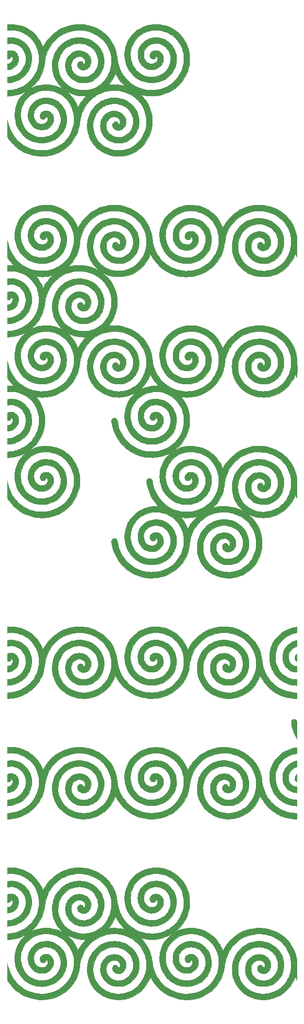
<source format=gbr>
%TF.GenerationSoftware,KiCad,Pcbnew,(5.1.8-0-10_14)*%
%TF.CreationDate,2021-10-30T13:37:44+01:00*%
%TF.ProjectId,4u-2col-spiral-tiled,34752d32-636f-46c2-9d73-706972616c2d,rev?*%
%TF.SameCoordinates,Original*%
%TF.FileFunction,Legend,Top*%
%TF.FilePolarity,Positive*%
%FSLAX46Y46*%
G04 Gerber Fmt 4.6, Leading zero omitted, Abs format (unit mm)*
G04 Created by KiCad (PCBNEW (5.1.8-0-10_14)) date 2021-10-30 13:37:44*
%MOMM*%
%LPD*%
G01*
G04 APERTURE LIST*
%ADD10C,0.010000*%
G04 APERTURE END LIST*
D10*
%TO.C,Ref\u002A\u002A*%
G36*
X136462081Y-167023144D02*
G01*
X136941626Y-167088317D01*
X137413769Y-167192196D01*
X137874961Y-167334355D01*
X138321648Y-167514363D01*
X138594333Y-167647175D01*
X139018775Y-167892095D01*
X139418162Y-168170111D01*
X139791165Y-168479257D01*
X140136453Y-168817567D01*
X140452696Y-169183077D01*
X140738564Y-169573819D01*
X140992726Y-169987830D01*
X141213852Y-170423143D01*
X141400613Y-170877792D01*
X141551677Y-171349813D01*
X141665714Y-171837239D01*
X141735752Y-172288833D01*
X141776191Y-172804732D01*
X141775789Y-173319840D01*
X141735098Y-173831265D01*
X141654670Y-174336114D01*
X141535056Y-174831495D01*
X141376806Y-175314515D01*
X141180473Y-175782282D01*
X141003508Y-176130583D01*
X140759105Y-176535865D01*
X140478607Y-176929614D01*
X140167374Y-177305740D01*
X139830764Y-177658157D01*
X139474138Y-177980777D01*
X139155250Y-178229951D01*
X139152815Y-178235613D01*
X139183589Y-178224123D01*
X139243046Y-178197517D01*
X139326659Y-178157827D01*
X139429901Y-178107088D01*
X139441000Y-178101550D01*
X139842645Y-177918374D01*
X140247188Y-177769964D01*
X140664650Y-177653145D01*
X141105051Y-177564741D01*
X141166083Y-177554924D01*
X141332657Y-177534477D01*
X141530258Y-177519363D01*
X141748542Y-177509643D01*
X141977164Y-177505379D01*
X142205778Y-177506631D01*
X142424040Y-177513462D01*
X142621604Y-177525934D01*
X142788124Y-177544106D01*
X142795917Y-177545234D01*
X143296718Y-177639291D01*
X143779876Y-177771273D01*
X144244069Y-177940312D01*
X144687976Y-178145536D01*
X145110274Y-178386075D01*
X145509641Y-178661060D01*
X145884756Y-178969620D01*
X146234297Y-179310885D01*
X146556941Y-179683985D01*
X146851368Y-180088050D01*
X146990752Y-180306616D01*
X147053371Y-180414242D01*
X147121556Y-180539621D01*
X147192466Y-180676677D01*
X147263262Y-180819329D01*
X147331105Y-180961501D01*
X147393155Y-181097113D01*
X147446574Y-181220088D01*
X147488521Y-181324347D01*
X147516157Y-181403812D01*
X147526643Y-181452404D01*
X147526667Y-181453858D01*
X147534128Y-181475945D01*
X147556451Y-181458542D01*
X147593543Y-181401763D01*
X147642187Y-181311820D01*
X147900601Y-180853307D01*
X148194544Y-180413443D01*
X148521114Y-179995215D01*
X148877410Y-179601613D01*
X149260530Y-179235625D01*
X149667570Y-178900239D01*
X150095630Y-178598445D01*
X150526139Y-178341743D01*
X151006974Y-178103610D01*
X151503514Y-177904231D01*
X152013580Y-177743988D01*
X152534999Y-177623263D01*
X153065595Y-177542438D01*
X153603193Y-177501893D01*
X154145616Y-177502012D01*
X154690689Y-177543175D01*
X154913833Y-177571918D01*
X155425978Y-177666239D01*
X155923238Y-177798278D01*
X156403952Y-177966458D01*
X156866460Y-178169202D01*
X157309102Y-178404932D01*
X157730218Y-178672071D01*
X158128146Y-178969041D01*
X158501227Y-179294266D01*
X158847800Y-179646167D01*
X159166205Y-180023167D01*
X159454781Y-180423689D01*
X159711868Y-180846156D01*
X159935806Y-181288990D01*
X160124934Y-181750613D01*
X160277593Y-182229449D01*
X160392121Y-182723920D01*
X160403807Y-182787500D01*
X160421663Y-182889759D01*
X160437220Y-182985399D01*
X160450634Y-183078084D01*
X160462064Y-183171475D01*
X160471665Y-183269235D01*
X160479596Y-183375026D01*
X160486013Y-183492512D01*
X160491073Y-183625353D01*
X160494934Y-183777213D01*
X160497752Y-183951754D01*
X160499686Y-184152638D01*
X160500891Y-184383528D01*
X160501525Y-184648087D01*
X160501746Y-184949976D01*
X160501754Y-185070451D01*
X160501675Y-186608083D01*
X160458742Y-186537664D01*
X160431815Y-186491079D01*
X160390916Y-186417422D01*
X160341761Y-186327095D01*
X160293753Y-186237445D01*
X160171697Y-186007646D01*
X160111731Y-186170281D01*
X159920589Y-186627809D01*
X159691709Y-187066677D01*
X159426010Y-187485473D01*
X159124411Y-187882790D01*
X158787832Y-188257218D01*
X158678745Y-188366267D01*
X158319827Y-188691031D01*
X157947889Y-188976924D01*
X157558768Y-189226469D01*
X157148297Y-189442192D01*
X156712314Y-189626616D01*
X156444734Y-189720688D01*
X156170548Y-189804816D01*
X155912101Y-189871304D01*
X155659255Y-189921670D01*
X155401874Y-189957434D01*
X155129823Y-189980116D01*
X154832964Y-189991235D01*
X154628083Y-189992986D01*
X154377614Y-189990569D01*
X154158920Y-189982829D01*
X153961645Y-189968560D01*
X153775431Y-189946556D01*
X153589920Y-189915609D01*
X153394756Y-189874513D01*
X153195198Y-189826047D01*
X152739879Y-189689400D01*
X152303491Y-189516940D01*
X151887812Y-189310418D01*
X151494621Y-189071584D01*
X151125696Y-188802189D01*
X150782815Y-188503983D01*
X150467756Y-188178719D01*
X150182298Y-187828145D01*
X149928218Y-187454013D01*
X149707295Y-187058073D01*
X149521307Y-186642076D01*
X149372032Y-186207773D01*
X149317764Y-186008641D01*
X149271364Y-185816204D01*
X149235287Y-185645981D01*
X149208331Y-185487606D01*
X149189294Y-185330711D01*
X149176972Y-185164931D01*
X149170165Y-184979899D01*
X149167670Y-184765250D01*
X149167580Y-184713666D01*
X149169196Y-184488553D01*
X149174985Y-184295435D01*
X149186081Y-184124081D01*
X149203614Y-183964262D01*
X149228718Y-183805748D01*
X149262525Y-183638310D01*
X149306166Y-183451718D01*
X149308144Y-183443666D01*
X149434698Y-183013004D01*
X149596586Y-182602291D01*
X149791869Y-182213133D01*
X150018607Y-181847136D01*
X150274860Y-181505905D01*
X150558688Y-181191047D01*
X150868152Y-180904167D01*
X151201312Y-180646870D01*
X151556229Y-180420763D01*
X151930962Y-180227451D01*
X152323572Y-180068540D01*
X152732120Y-179945636D01*
X153154666Y-179860344D01*
X153589270Y-179814270D01*
X153698501Y-179809106D01*
X154131607Y-179813002D01*
X154553643Y-179854921D01*
X154962624Y-179933370D01*
X155356567Y-180046854D01*
X155733484Y-180193881D01*
X156091392Y-180372955D01*
X156428304Y-180582583D01*
X156742237Y-180821272D01*
X157031205Y-181087527D01*
X157293222Y-181379854D01*
X157526304Y-181696759D01*
X157728466Y-182036749D01*
X157897721Y-182398329D01*
X158032086Y-182780007D01*
X158121120Y-183137373D01*
X158172056Y-183468426D01*
X158196096Y-183816810D01*
X158193225Y-184169218D01*
X158163427Y-184512341D01*
X158123063Y-184757235D01*
X158024668Y-185142111D01*
X157890732Y-185507982D01*
X157723188Y-185852868D01*
X157523967Y-186174789D01*
X157295002Y-186471766D01*
X157038225Y-186741817D01*
X156755570Y-186982964D01*
X156448967Y-187193226D01*
X156120351Y-187370623D01*
X155771652Y-187513175D01*
X155404804Y-187618903D01*
X155310237Y-187639398D01*
X155221495Y-187656244D01*
X155139206Y-187668705D01*
X155054428Y-187677398D01*
X154958215Y-187682935D01*
X154841624Y-187685934D01*
X154695710Y-187687007D01*
X154617500Y-187687026D01*
X154407138Y-187684477D01*
X154228535Y-187676346D01*
X154071309Y-187661092D01*
X153925080Y-187637175D01*
X153779466Y-187603054D01*
X153624085Y-187557188D01*
X153527417Y-187525284D01*
X153198077Y-187392329D01*
X152889072Y-187225205D01*
X152603086Y-187026588D01*
X152342802Y-186799153D01*
X152110904Y-186545578D01*
X151910078Y-186268538D01*
X151743008Y-185970710D01*
X151612378Y-185654769D01*
X151593143Y-185596815D01*
X151527161Y-185361893D01*
X151484304Y-185136042D01*
X151461917Y-184901842D01*
X151456959Y-184703083D01*
X151475976Y-184359933D01*
X151531922Y-184032243D01*
X151623141Y-183722183D01*
X151747977Y-183431919D01*
X151904772Y-183163619D01*
X152091871Y-182919453D01*
X152307616Y-182701588D01*
X152550350Y-182512192D01*
X152818418Y-182353433D01*
X153110163Y-182227479D01*
X153416814Y-182138106D01*
X153519033Y-182120585D01*
X153646322Y-182109497D01*
X153805474Y-182104357D01*
X153897833Y-182103864D01*
X154034343Y-182105020D01*
X154140058Y-182108783D01*
X154226490Y-182116325D01*
X154305152Y-182128818D01*
X154387559Y-182147438D01*
X154428070Y-182157900D01*
X154702218Y-182245652D01*
X154944975Y-182356574D01*
X155162324Y-182493952D01*
X155360249Y-182661074D01*
X155381162Y-182681483D01*
X155561332Y-182887728D01*
X155706619Y-183113314D01*
X155816017Y-183354063D01*
X155888524Y-183605797D01*
X155923137Y-183864338D01*
X155918852Y-184125507D01*
X155874665Y-184385127D01*
X155827724Y-184540851D01*
X155729637Y-184762442D01*
X155603093Y-184957773D01*
X155451361Y-185124369D01*
X155277707Y-185259758D01*
X155085399Y-185361466D01*
X154877705Y-185427018D01*
X154657892Y-185453941D01*
X154620854Y-185454500D01*
X154407421Y-185438227D01*
X154210720Y-185391327D01*
X154034000Y-185316672D01*
X153880509Y-185217137D01*
X153753496Y-185095597D01*
X153656209Y-184954925D01*
X153591897Y-184797995D01*
X153563807Y-184627683D01*
X153565644Y-184520837D01*
X153595669Y-184358679D01*
X153653995Y-184219398D01*
X153736407Y-184105925D01*
X153838695Y-184021193D01*
X153956646Y-183968133D01*
X154086048Y-183949676D01*
X154222687Y-183968755D01*
X154311448Y-184001765D01*
X154414203Y-184066749D01*
X154500444Y-184153965D01*
X154562851Y-184253486D01*
X154594104Y-184355382D01*
X154596333Y-184388168D01*
X154608667Y-184426732D01*
X154641106Y-184436678D01*
X154686808Y-184422033D01*
X154738930Y-184386826D01*
X154790628Y-184335086D01*
X154835059Y-184270842D01*
X154851209Y-184238115D01*
X154897767Y-184078744D01*
X154904462Y-183915121D01*
X154872623Y-183752745D01*
X154803583Y-183597117D01*
X154698671Y-183453737D01*
X154649170Y-183403129D01*
X154486995Y-183277424D01*
X154304729Y-183188405D01*
X154101495Y-183135747D01*
X153876667Y-183119126D01*
X153646315Y-183140682D01*
X153427389Y-183201026D01*
X153223119Y-183297414D01*
X153036733Y-183427101D01*
X152871458Y-183587345D01*
X152730524Y-183775400D01*
X152617160Y-183988524D01*
X152534592Y-184223971D01*
X152522969Y-184269681D01*
X152495163Y-184431900D01*
X152481395Y-184617484D01*
X152481870Y-184809789D01*
X152496794Y-184992169D01*
X152512842Y-185090267D01*
X152555859Y-185250293D01*
X152620551Y-185424816D01*
X152700156Y-185596975D01*
X152758420Y-185702524D01*
X152821349Y-185793456D01*
X152908591Y-185899977D01*
X153010721Y-186012109D01*
X153118313Y-186119870D01*
X153221943Y-186213281D01*
X153294453Y-186270112D01*
X153539966Y-186419911D01*
X153807213Y-186536541D01*
X154090713Y-186619257D01*
X154384984Y-186667315D01*
X154684542Y-186679969D01*
X154983906Y-186656475D01*
X155277594Y-186596089D01*
X155405752Y-186556914D01*
X155704936Y-186433683D01*
X155983399Y-186274706D01*
X156238828Y-186082360D01*
X156468908Y-185859023D01*
X156671325Y-185607071D01*
X156843764Y-185328881D01*
X156983912Y-185026831D01*
X157036363Y-184882142D01*
X157081657Y-184737890D01*
X157115591Y-184607853D01*
X157139663Y-184481439D01*
X157155369Y-184348057D01*
X157164208Y-184197119D01*
X157167675Y-184018032D01*
X157167895Y-183951666D01*
X157167300Y-183798098D01*
X157164861Y-183677323D01*
X157159840Y-183579816D01*
X157151497Y-183496051D01*
X157139091Y-183416503D01*
X157121884Y-183331647D01*
X157118574Y-183316666D01*
X157019848Y-182967609D01*
X156884496Y-182637945D01*
X156714421Y-182329524D01*
X156511526Y-182044199D01*
X156277713Y-181783819D01*
X156014885Y-181550235D01*
X155724943Y-181345299D01*
X155409791Y-181170862D01*
X155071330Y-181028774D01*
X154711463Y-180920886D01*
X154638667Y-180903926D01*
X154266165Y-180842507D01*
X153889775Y-180821881D01*
X153513205Y-180841197D01*
X153140165Y-180899602D01*
X152774361Y-180996243D01*
X152419502Y-181130268D01*
X152079298Y-181300825D01*
X151757456Y-181507061D01*
X151643583Y-181592387D01*
X151379496Y-181822222D01*
X151130881Y-182084958D01*
X150904479Y-182372075D01*
X150707029Y-182675050D01*
X150550045Y-182974930D01*
X150398771Y-183353895D01*
X150286597Y-183745223D01*
X150213404Y-184145340D01*
X150179075Y-184550675D01*
X150183489Y-184957652D01*
X150226529Y-185362699D01*
X150308074Y-185762244D01*
X150428007Y-186152712D01*
X150586208Y-186530531D01*
X150674079Y-186703333D01*
X150888850Y-187058441D01*
X151134359Y-187386433D01*
X151408132Y-187686446D01*
X151707696Y-187957615D01*
X152030576Y-188199076D01*
X152374299Y-188409964D01*
X152736391Y-188589416D01*
X153114378Y-188736567D01*
X153505787Y-188850553D01*
X153908144Y-188930509D01*
X154318976Y-188975572D01*
X154735808Y-188984877D01*
X155156168Y-188957559D01*
X155577580Y-188892755D01*
X155997572Y-188789600D01*
X156329734Y-188679310D01*
X156730172Y-188508154D01*
X157110789Y-188300861D01*
X157469777Y-188059605D01*
X157805327Y-187786560D01*
X158115631Y-187483899D01*
X158398881Y-187153795D01*
X158653267Y-186798424D01*
X158876981Y-186419957D01*
X159068216Y-186020568D01*
X159225162Y-185602432D01*
X159346011Y-185167721D01*
X159378967Y-185014463D01*
X159424501Y-184764306D01*
X159456177Y-184534866D01*
X159475218Y-184311128D01*
X159482844Y-184078076D01*
X159480278Y-183820694D01*
X159479197Y-183782608D01*
X159453443Y-183364964D01*
X159400969Y-182971804D01*
X159319627Y-182593140D01*
X159207273Y-182218985D01*
X159061757Y-181839352D01*
X159061292Y-181838249D01*
X158880743Y-181453443D01*
X158672882Y-181091729D01*
X158433798Y-180747391D01*
X158159581Y-180414713D01*
X157900167Y-180141030D01*
X157544761Y-179815899D01*
X157167462Y-179526665D01*
X156767937Y-179273166D01*
X156345854Y-179055239D01*
X155900882Y-178872721D01*
X155432687Y-178725449D01*
X154940940Y-178613260D01*
X154702167Y-178572693D01*
X154544844Y-178553727D01*
X154357304Y-178539151D01*
X154149956Y-178529114D01*
X153933209Y-178523764D01*
X153717470Y-178523250D01*
X153513149Y-178527720D01*
X153330654Y-178537323D01*
X153188750Y-178551106D01*
X152674772Y-178637043D01*
X152182452Y-178759314D01*
X151711444Y-178918085D01*
X151261400Y-179113525D01*
X150831972Y-179345804D01*
X150422813Y-179615089D01*
X150033575Y-179921550D01*
X149673503Y-180255714D01*
X149322519Y-180637051D01*
X149007065Y-181041389D01*
X148727316Y-181468441D01*
X148483452Y-181917920D01*
X148275648Y-182389539D01*
X148159734Y-182708613D01*
X148064596Y-183020741D01*
X147985849Y-183341369D01*
X147921443Y-183680345D01*
X147869330Y-184047520D01*
X147854768Y-184173916D01*
X147777994Y-184704514D01*
X147665840Y-185212532D01*
X147517638Y-185699620D01*
X147332722Y-186167429D01*
X147110422Y-186617611D01*
X146850073Y-187051817D01*
X146551007Y-187471696D01*
X146489745Y-187550000D01*
X146374654Y-187687208D01*
X146234790Y-187841565D01*
X146078879Y-188004342D01*
X145915652Y-188166809D01*
X145753835Y-188320237D01*
X145602157Y-188455895D01*
X145494667Y-188545216D01*
X145075581Y-188851380D01*
X144631152Y-189124962D01*
X144164963Y-189364288D01*
X143680598Y-189567684D01*
X143181640Y-189733478D01*
X142685199Y-189857184D01*
X142486121Y-189897102D01*
X142307543Y-189928666D01*
X142139881Y-189952789D01*
X141973554Y-189970382D01*
X141798976Y-189982359D01*
X141606567Y-189989630D01*
X141386742Y-189993110D01*
X141250750Y-189993737D01*
X141007189Y-189992624D01*
X140796079Y-189987767D01*
X140607630Y-189978239D01*
X140432054Y-189963113D01*
X140259562Y-189941461D01*
X140080365Y-189912355D01*
X139884674Y-189874868D01*
X139790250Y-189855360D01*
X139266909Y-189724110D01*
X138759812Y-189554328D01*
X138270484Y-189347176D01*
X137800449Y-189103815D01*
X137351235Y-188825407D01*
X136924365Y-188513112D01*
X136521365Y-188168093D01*
X136143761Y-187791509D01*
X135793078Y-187384523D01*
X135470842Y-186948295D01*
X135178578Y-186483987D01*
X135044763Y-186242798D01*
X134919863Y-186007646D01*
X134859897Y-186170281D01*
X134685541Y-186588812D01*
X134474360Y-187001995D01*
X134231684Y-187400580D01*
X133962842Y-187775315D01*
X133864889Y-187897506D01*
X133754289Y-188025018D01*
X133621685Y-188167549D01*
X133475977Y-188316311D01*
X133326068Y-188462515D01*
X133180859Y-188597371D01*
X133049250Y-188712090D01*
X132995962Y-188755493D01*
X132595743Y-189045623D01*
X132174895Y-189298883D01*
X131734087Y-189514987D01*
X131273991Y-189693649D01*
X130795278Y-189834582D01*
X130298619Y-189937502D01*
X130180583Y-189955962D01*
X130018382Y-189974201D01*
X129824375Y-189986929D01*
X129608720Y-189994209D01*
X129381576Y-189996099D01*
X129153103Y-189992659D01*
X128933459Y-189983949D01*
X128732803Y-189970029D01*
X128561295Y-189950958D01*
X128529583Y-189946249D01*
X128094685Y-189863323D01*
X127683847Y-189753384D01*
X127285936Y-189612946D01*
X126889817Y-189438525D01*
X126857417Y-189422776D01*
X126505832Y-189236297D01*
X126183491Y-189033770D01*
X125880364Y-188807984D01*
X125586424Y-188551732D01*
X125417902Y-188388023D01*
X125098631Y-188038031D01*
X124816577Y-187668045D01*
X124571610Y-187277804D01*
X124363600Y-186867050D01*
X124192415Y-186435521D01*
X124057924Y-185982957D01*
X123959998Y-185509099D01*
X123954595Y-185475666D01*
X123937454Y-185333915D01*
X123924897Y-185160074D01*
X123916932Y-184964138D01*
X123913567Y-184756102D01*
X123914809Y-184545960D01*
X123920667Y-184343708D01*
X123931149Y-184159341D01*
X123946262Y-184002854D01*
X123953393Y-183951666D01*
X124044266Y-183494607D01*
X124171332Y-183055508D01*
X124333355Y-182636116D01*
X124529101Y-182238177D01*
X124757336Y-181863436D01*
X125016825Y-181513638D01*
X125306333Y-181190530D01*
X125624626Y-180895858D01*
X125970470Y-180631365D01*
X126342630Y-180398800D01*
X126539917Y-180294172D01*
X126942781Y-180116031D01*
X127358760Y-179977388D01*
X127784770Y-179878645D01*
X128217728Y-179820205D01*
X128654548Y-179802471D01*
X129092147Y-179825844D01*
X129527440Y-179890728D01*
X129568037Y-179898957D01*
X129978131Y-180004376D01*
X130370885Y-180146011D01*
X130744153Y-180322001D01*
X131095790Y-180530484D01*
X131423650Y-180769599D01*
X131725586Y-181037485D01*
X131999453Y-181332279D01*
X132243104Y-181652120D01*
X132454393Y-181995147D01*
X132631175Y-182359498D01*
X132742027Y-182652199D01*
X132844231Y-183019564D01*
X132911378Y-183401539D01*
X132943469Y-183791553D01*
X132940506Y-184183036D01*
X132902492Y-184569415D01*
X132829427Y-184944121D01*
X132741303Y-185244068D01*
X132594177Y-185610704D01*
X132413604Y-185954238D01*
X132201663Y-186272812D01*
X131960435Y-186564570D01*
X131691999Y-186827656D01*
X131398434Y-187060212D01*
X131081819Y-187260383D01*
X130744235Y-187426312D01*
X130387761Y-187556141D01*
X130058404Y-187639398D01*
X129969662Y-187656244D01*
X129887373Y-187668705D01*
X129802594Y-187677398D01*
X129706382Y-187682935D01*
X129589791Y-187685934D01*
X129443877Y-187687007D01*
X129365667Y-187687026D01*
X129155305Y-187684477D01*
X128976701Y-187676346D01*
X128819476Y-187661092D01*
X128673246Y-187637175D01*
X128527632Y-187603054D01*
X128372252Y-187557188D01*
X128275583Y-187525284D01*
X127946244Y-187392329D01*
X127637239Y-187225205D01*
X127351252Y-187026588D01*
X127090968Y-186799153D01*
X126859071Y-186545578D01*
X126658245Y-186268538D01*
X126491175Y-185970710D01*
X126360544Y-185654769D01*
X126341310Y-185596815D01*
X126275328Y-185361893D01*
X126232470Y-185136042D01*
X126210084Y-184901842D01*
X126205125Y-184703083D01*
X126224142Y-184359933D01*
X126280089Y-184032243D01*
X126371308Y-183722183D01*
X126496144Y-183431919D01*
X126652939Y-183163619D01*
X126840037Y-182919453D01*
X127055782Y-182701588D01*
X127298517Y-182512192D01*
X127566585Y-182353433D01*
X127858330Y-182227479D01*
X128164981Y-182138106D01*
X128267200Y-182120585D01*
X128394488Y-182109497D01*
X128553640Y-182104357D01*
X128646000Y-182103864D01*
X128782510Y-182105020D01*
X128888224Y-182108783D01*
X128974656Y-182116325D01*
X129053319Y-182128818D01*
X129135726Y-182147438D01*
X129176237Y-182157900D01*
X129450384Y-182245652D01*
X129693141Y-182356574D01*
X129910491Y-182493952D01*
X130108416Y-182661074D01*
X130129329Y-182681483D01*
X130309499Y-182887728D01*
X130454785Y-183113314D01*
X130564184Y-183354063D01*
X130636691Y-183605797D01*
X130671304Y-183864338D01*
X130667019Y-184125507D01*
X130622832Y-184385127D01*
X130575890Y-184540851D01*
X130477804Y-184762442D01*
X130351260Y-184957773D01*
X130199528Y-185124369D01*
X130025874Y-185259758D01*
X129833566Y-185361466D01*
X129625872Y-185427018D01*
X129406059Y-185453941D01*
X129369021Y-185454500D01*
X129155587Y-185438227D01*
X128958886Y-185391327D01*
X128782166Y-185316672D01*
X128628676Y-185217137D01*
X128501663Y-185095597D01*
X128404376Y-184954925D01*
X128340064Y-184797995D01*
X128311974Y-184627683D01*
X128313810Y-184520837D01*
X128343836Y-184358679D01*
X128402161Y-184219398D01*
X128484574Y-184105925D01*
X128586862Y-184021193D01*
X128704813Y-183968133D01*
X128834214Y-183949676D01*
X128970854Y-183968755D01*
X129059615Y-184001765D01*
X129162370Y-184066749D01*
X129248611Y-184153965D01*
X129311018Y-184253486D01*
X129342271Y-184355382D01*
X129344500Y-184388168D01*
X129356414Y-184427689D01*
X129387916Y-184437985D01*
X129432650Y-184423278D01*
X129484258Y-184387793D01*
X129536382Y-184335753D01*
X129582665Y-184271382D01*
X129612722Y-184209971D01*
X129642135Y-184086289D01*
X129649605Y-183948107D01*
X129645873Y-183852146D01*
X129633335Y-183777961D01*
X129607336Y-183705196D01*
X129581438Y-183649880D01*
X129481788Y-183493441D01*
X129352171Y-183362063D01*
X129197737Y-183257165D01*
X129023639Y-183180168D01*
X128835026Y-183132491D01*
X128637050Y-183115556D01*
X128434861Y-183130781D01*
X128233611Y-183179588D01*
X128088263Y-183238187D01*
X127870853Y-183364471D01*
X127682751Y-183520289D01*
X127525280Y-183703415D01*
X127399760Y-183911621D01*
X127307514Y-184142678D01*
X127249864Y-184394360D01*
X127228130Y-184664437D01*
X127227981Y-184688100D01*
X127245507Y-184973411D01*
X127299269Y-185238033D01*
X127390496Y-185485076D01*
X127520412Y-185717649D01*
X127690245Y-185938864D01*
X127745105Y-185999178D01*
X127894285Y-186146630D01*
X128041374Y-186266437D01*
X128201445Y-186369654D01*
X128372015Y-186458923D01*
X128651097Y-186570399D01*
X128943415Y-186643535D01*
X129244465Y-186678430D01*
X129549746Y-186675185D01*
X129854757Y-186633899D01*
X130154997Y-186554670D01*
X130445964Y-186437599D01*
X130498083Y-186411970D01*
X130768372Y-186251717D01*
X131017348Y-186056740D01*
X131242186Y-185830399D01*
X131440062Y-185576054D01*
X131608151Y-185297063D01*
X131743627Y-184996788D01*
X131784530Y-184882142D01*
X131829824Y-184737890D01*
X131863758Y-184607853D01*
X131887829Y-184481439D01*
X131903536Y-184348057D01*
X131912374Y-184197119D01*
X131915842Y-184018032D01*
X131916062Y-183951666D01*
X131915466Y-183798098D01*
X131913028Y-183677323D01*
X131908007Y-183579816D01*
X131899663Y-183496051D01*
X131887258Y-183416503D01*
X131870050Y-183331647D01*
X131866741Y-183316666D01*
X131768014Y-182967609D01*
X131632663Y-182637945D01*
X131462588Y-182329524D01*
X131259693Y-182044199D01*
X131025880Y-181783819D01*
X130763051Y-181550235D01*
X130473110Y-181345299D01*
X130157957Y-181170862D01*
X129819497Y-181028774D01*
X129459630Y-180920886D01*
X129386833Y-180903926D01*
X129014332Y-180842507D01*
X128637942Y-180821881D01*
X128261372Y-180841197D01*
X127888331Y-180899602D01*
X127522527Y-180996243D01*
X127167669Y-181130268D01*
X126827465Y-181300825D01*
X126505623Y-181507061D01*
X126391750Y-181592387D01*
X126127663Y-181822222D01*
X125879048Y-182084958D01*
X125652645Y-182372075D01*
X125455195Y-182675050D01*
X125298212Y-182974930D01*
X125146937Y-183353895D01*
X125034763Y-183745223D01*
X124961571Y-184145340D01*
X124927242Y-184550675D01*
X124931656Y-184957652D01*
X124974695Y-185362699D01*
X125056241Y-185762244D01*
X125176173Y-186152712D01*
X125334375Y-186530531D01*
X125422245Y-186703333D01*
X125636954Y-187058317D01*
X125882421Y-187386219D01*
X126156167Y-187686173D01*
X126455710Y-187957311D01*
X126778571Y-188198768D01*
X127122268Y-188409677D01*
X127484321Y-188589171D01*
X127862249Y-188736383D01*
X128253572Y-188850447D01*
X128655809Y-188930497D01*
X129066478Y-188975665D01*
X129483101Y-188985084D01*
X129903195Y-188957889D01*
X130324281Y-188893213D01*
X130743877Y-188790189D01*
X131077900Y-188679172D01*
X131479039Y-188507484D01*
X131860200Y-188299724D01*
X132219589Y-188058051D01*
X132555407Y-187784625D01*
X132865859Y-187481603D01*
X133149150Y-187151145D01*
X133403482Y-186795410D01*
X133627059Y-186416556D01*
X133818085Y-186016742D01*
X133974763Y-185598128D01*
X134095298Y-185162871D01*
X134127134Y-185014463D01*
X134172668Y-184764305D01*
X134204344Y-184534863D01*
X134223385Y-184311122D01*
X134231011Y-184078065D01*
X134228445Y-183820678D01*
X134227365Y-183782608D01*
X134211160Y-183463970D01*
X134181535Y-183172807D01*
X134136397Y-182895804D01*
X134073655Y-182619646D01*
X134007858Y-182385333D01*
X133851730Y-181939938D01*
X133659254Y-181514760D01*
X133432040Y-181111272D01*
X133171696Y-180730945D01*
X132879833Y-180375252D01*
X132558058Y-180045665D01*
X132207981Y-179743656D01*
X131831212Y-179470697D01*
X131446347Y-179238509D01*
X133204066Y-179238509D01*
X133415435Y-179451963D01*
X133765854Y-179835383D01*
X134081751Y-180242590D01*
X134362181Y-180671976D01*
X134606200Y-181121930D01*
X134812862Y-181590843D01*
X134981224Y-182077105D01*
X135006456Y-182163083D01*
X135074133Y-182423640D01*
X135134803Y-182703381D01*
X135185080Y-182984732D01*
X135221580Y-183250117D01*
X135228626Y-183316666D01*
X135272966Y-183686399D01*
X135331946Y-184030047D01*
X135408621Y-184362244D01*
X135506045Y-184697621D01*
X135536375Y-184790832D01*
X135716025Y-185267628D01*
X135930708Y-185724243D01*
X136178760Y-186158792D01*
X136458513Y-186569391D01*
X136768303Y-186954154D01*
X137106463Y-187311197D01*
X137471328Y-187638635D01*
X137861232Y-187934583D01*
X138274508Y-188197157D01*
X138709492Y-188424471D01*
X138774250Y-188454384D01*
X139153255Y-188610539D01*
X139545215Y-188739640D01*
X139956183Y-188843226D01*
X140392208Y-188922838D01*
X140827417Y-188976901D01*
X140904111Y-188981103D01*
X141014307Y-188982586D01*
X141149281Y-188981639D01*
X141300307Y-188978553D01*
X141458663Y-188973619D01*
X141615622Y-188967129D01*
X141762461Y-188959371D01*
X141890455Y-188950638D01*
X141990880Y-188941221D01*
X142023333Y-188937045D01*
X142530815Y-188843672D01*
X143015631Y-188714596D01*
X143477729Y-188549844D01*
X143917059Y-188349438D01*
X144333569Y-188113405D01*
X144727209Y-187841769D01*
X145097926Y-187534555D01*
X145304167Y-187338333D01*
X145620688Y-186992639D01*
X145902332Y-186624880D01*
X146148683Y-186237579D01*
X146359327Y-185833259D01*
X146533847Y-185414441D01*
X146671828Y-184983649D01*
X146772855Y-184543404D01*
X146836511Y-184096228D01*
X146862383Y-183644645D01*
X146850053Y-183191176D01*
X146799107Y-182738344D01*
X146709130Y-182288672D01*
X146579705Y-181844681D01*
X146410417Y-181408894D01*
X146314747Y-181203105D01*
X146106624Y-180824877D01*
X145862318Y-180465302D01*
X145580364Y-180122383D01*
X145332968Y-179864799D01*
X144996591Y-179565148D01*
X144638781Y-179301942D01*
X144260079Y-179075443D01*
X143861024Y-178885912D01*
X143442155Y-178733610D01*
X143004013Y-178618798D01*
X142616000Y-178550763D01*
X142518831Y-178540976D01*
X142388877Y-178533215D01*
X142235654Y-178527854D01*
X142068678Y-178525273D01*
X141970417Y-178525192D01*
X141805017Y-178526726D01*
X141671184Y-178530137D01*
X141558166Y-178536236D01*
X141455210Y-178545833D01*
X141351563Y-178559739D01*
X141236474Y-178578765D01*
X141219000Y-178581854D01*
X140778986Y-178678837D01*
X140364708Y-178809026D01*
X139974770Y-178973132D01*
X139607773Y-179171869D01*
X139262319Y-179405948D01*
X138937009Y-179676082D01*
X138783515Y-179822848D01*
X138495549Y-180138961D01*
X138245711Y-180473382D01*
X138033785Y-180826543D01*
X137859553Y-181198877D01*
X137722800Y-181590815D01*
X137623309Y-182002790D01*
X137589274Y-182204030D01*
X137570979Y-182370972D01*
X137559731Y-182566003D01*
X137555553Y-182775464D01*
X137558466Y-182985697D01*
X137568490Y-183183045D01*
X137585645Y-183353849D01*
X137587495Y-183367138D01*
X137664991Y-183771235D01*
X137778695Y-184158142D01*
X137927130Y-184525761D01*
X138108815Y-184871991D01*
X138322274Y-185194732D01*
X138566025Y-185491884D01*
X138838592Y-185761347D01*
X139138494Y-186001021D01*
X139464254Y-186208805D01*
X139661445Y-186312415D01*
X140010565Y-186460588D01*
X140367983Y-186570454D01*
X140730496Y-186642489D01*
X141094895Y-186677173D01*
X141457974Y-186674983D01*
X141816528Y-186636397D01*
X142167348Y-186561892D01*
X142507230Y-186451946D01*
X142832966Y-186307037D01*
X143141349Y-186127643D01*
X143429174Y-185914241D01*
X143642583Y-185719249D01*
X143871759Y-185468934D01*
X144062776Y-185213823D01*
X144219771Y-184947294D01*
X144346879Y-184662723D01*
X144404543Y-184499236D01*
X144465471Y-184293587D01*
X144508079Y-184104794D01*
X144534758Y-183917284D01*
X144547897Y-183715485D01*
X144550312Y-183549500D01*
X144536828Y-183231443D01*
X144496019Y-182938409D01*
X144425833Y-182661459D01*
X144324219Y-182391657D01*
X144247488Y-182229834D01*
X144141039Y-182036379D01*
X144028972Y-181867431D01*
X143900506Y-181708240D01*
X143749651Y-181548821D01*
X143503130Y-181331824D01*
X143237346Y-181151785D01*
X142954440Y-181009598D01*
X142656552Y-180906156D01*
X142345822Y-180842355D01*
X142024390Y-180819088D01*
X142003124Y-180819000D01*
X141699290Y-180837650D01*
X141409523Y-180892111D01*
X141136379Y-180980142D01*
X140882416Y-181099507D01*
X140650192Y-181247967D01*
X140442266Y-181423284D01*
X140261194Y-181623219D01*
X140109534Y-181845535D01*
X139989846Y-182087994D01*
X139904685Y-182348357D01*
X139856610Y-182624386D01*
X139850226Y-182702833D01*
X139851261Y-182946525D01*
X139886652Y-183183406D01*
X139947465Y-183396279D01*
X140012898Y-183562172D01*
X140089794Y-183705080D01*
X140186842Y-183838716D01*
X140312729Y-183976799D01*
X140319417Y-183983544D01*
X140496738Y-184139103D01*
X140681307Y-184254536D01*
X140878203Y-184331996D01*
X141092506Y-184373636D01*
X141261333Y-184382648D01*
X141474818Y-184365866D01*
X141672282Y-184315897D01*
X141849577Y-184235067D01*
X142002551Y-184125700D01*
X142127055Y-183990121D01*
X142209522Y-183851511D01*
X142238617Y-183782833D01*
X142255954Y-183719796D01*
X142264375Y-183646864D01*
X142266725Y-183548503D01*
X142266736Y-183538916D01*
X142264583Y-183436021D01*
X142256519Y-183361235D01*
X142240161Y-183300478D01*
X142217623Y-183248673D01*
X142173499Y-183180842D01*
X142115896Y-183120481D01*
X142056220Y-183077731D01*
X142008430Y-183062666D01*
X141992389Y-183081363D01*
X141971459Y-183129928D01*
X141953860Y-183185245D01*
X141897860Y-183314271D01*
X141812442Y-183418029D01*
X141704138Y-183493611D01*
X141579476Y-183538107D01*
X141444986Y-183548609D01*
X141307199Y-183522208D01*
X141249250Y-183499107D01*
X141129411Y-183421054D01*
X141038155Y-183312674D01*
X140976418Y-183175698D01*
X140945136Y-183011858D01*
X140941240Y-182929356D01*
X140959500Y-182745731D01*
X141016362Y-182578194D01*
X141110554Y-182428615D01*
X141240805Y-182298867D01*
X141405842Y-182190820D01*
X141462417Y-182162699D01*
X141677892Y-182084526D01*
X141896317Y-182047374D01*
X142113669Y-182050510D01*
X142325923Y-182093200D01*
X142529057Y-182174710D01*
X142719046Y-182294307D01*
X142859417Y-182417462D01*
X142985219Y-182557405D01*
X143083394Y-182699739D01*
X143162920Y-182859058D01*
X143214299Y-182994301D01*
X143241809Y-183079735D01*
X143260901Y-183155895D01*
X143273560Y-183235482D01*
X143281771Y-183331199D01*
X143287519Y-183455748D01*
X143287844Y-183464833D01*
X143291174Y-183594166D01*
X143290056Y-183694270D01*
X143283546Y-183778105D01*
X143270700Y-183858630D01*
X143253443Y-183936878D01*
X143178506Y-184182073D01*
X143074680Y-184403756D01*
X142937286Y-184610428D01*
X142786632Y-184784818D01*
X142575508Y-184975366D01*
X142339247Y-185132734D01*
X142080343Y-185255816D01*
X141801290Y-185343503D01*
X141504583Y-185394688D01*
X141392004Y-185404082D01*
X141086191Y-185401875D01*
X140786521Y-185359433D01*
X140496329Y-185278762D01*
X140218948Y-185161867D01*
X139957712Y-185010754D01*
X139715957Y-184827428D01*
X139497016Y-184613895D01*
X139304223Y-184372160D01*
X139140912Y-184104229D01*
X139101769Y-184026543D01*
X138982469Y-183742262D01*
X138898781Y-183455079D01*
X138849152Y-183157244D01*
X138832030Y-182841008D01*
X138834458Y-182692250D01*
X138867094Y-182336952D01*
X138938804Y-181997922D01*
X139049492Y-181675374D01*
X139199063Y-181369519D01*
X139387419Y-181080571D01*
X139614466Y-180808741D01*
X139745154Y-180676742D01*
X140020143Y-180442544D01*
X140317885Y-180244000D01*
X140638450Y-180081077D01*
X140981906Y-179953740D01*
X141348321Y-179861956D01*
X141441650Y-179844880D01*
X141549697Y-179827509D01*
X141643379Y-179815517D01*
X141733894Y-179808316D01*
X141832441Y-179805317D01*
X141950218Y-179805931D01*
X142098425Y-179809570D01*
X142108000Y-179809856D01*
X142415912Y-179828703D01*
X142697048Y-179867544D01*
X142963302Y-179929143D01*
X143226567Y-180016263D01*
X143498734Y-180131666D01*
X143504291Y-180134254D01*
X143746286Y-180263203D01*
X143993042Y-180424432D01*
X144234992Y-180610387D01*
X144462569Y-180813514D01*
X144666206Y-181026259D01*
X144731460Y-181103314D01*
X144958483Y-181414122D01*
X145150643Y-181746136D01*
X145307599Y-182096063D01*
X145429013Y-182460608D01*
X145514545Y-182836480D01*
X145563854Y-183220385D01*
X145576603Y-183609030D01*
X145552451Y-183999122D01*
X145491058Y-184387367D01*
X145392086Y-184770472D01*
X145255194Y-185145144D01*
X145168002Y-185337423D01*
X144999081Y-185650143D01*
X144804815Y-185941860D01*
X144578943Y-186221333D01*
X144398456Y-186414594D01*
X144087331Y-186700695D01*
X143751577Y-186952606D01*
X143392247Y-187169791D01*
X143010396Y-187351713D01*
X142607076Y-187497835D01*
X142183342Y-187607622D01*
X141981000Y-187645919D01*
X141839778Y-187664479D01*
X141668343Y-187678887D01*
X141478641Y-187688811D01*
X141282621Y-187693918D01*
X141092229Y-187693875D01*
X140919412Y-187688351D01*
X140794076Y-187678973D01*
X140346703Y-187612344D01*
X139916442Y-187507014D01*
X139503669Y-187363167D01*
X139108761Y-187180988D01*
X138732094Y-186960660D01*
X138374045Y-186702366D01*
X138034991Y-186406293D01*
X137884707Y-186256633D01*
X137596537Y-185927872D01*
X137341914Y-185575622D01*
X137121202Y-185202681D01*
X136934769Y-184811851D01*
X136782979Y-184405931D01*
X136666199Y-183987721D01*
X136584793Y-183560021D01*
X136539128Y-183125632D01*
X136529569Y-182687352D01*
X136556483Y-182247982D01*
X136620234Y-181810323D01*
X136721189Y-181377173D01*
X136859712Y-180951333D01*
X137036171Y-180535604D01*
X137116453Y-180374699D01*
X137350635Y-179970795D01*
X137620423Y-179589697D01*
X137925874Y-179231339D01*
X138267046Y-178895651D01*
X138643996Y-178582567D01*
X138647445Y-178579933D01*
X138661515Y-178565970D01*
X138642759Y-178571633D01*
X138595072Y-178595484D01*
X138573167Y-178607367D01*
X138100456Y-178848982D01*
X137631292Y-179050460D01*
X137160801Y-179213152D01*
X136684111Y-179338411D01*
X136196347Y-179427586D01*
X135692637Y-179482028D01*
X135355833Y-179499386D01*
X134819815Y-179496670D01*
X134295304Y-179455518D01*
X133785240Y-179376239D01*
X133438575Y-179298276D01*
X133204066Y-179238509D01*
X131446347Y-179238509D01*
X131429360Y-179228261D01*
X131004034Y-179017819D01*
X130556843Y-178840844D01*
X130089396Y-178698808D01*
X129937167Y-178661295D01*
X129700282Y-178611108D01*
X129470904Y-178573614D01*
X129237487Y-178547602D01*
X128988483Y-178531861D01*
X128712343Y-178525181D01*
X128635417Y-178524780D01*
X128430788Y-178525513D01*
X128257455Y-178529218D01*
X128104424Y-178536883D01*
X127960705Y-178549499D01*
X127815304Y-178568054D01*
X127657230Y-178593538D01*
X127475491Y-178626942D01*
X127453263Y-178631203D01*
X126979136Y-178743734D01*
X126517634Y-178895794D01*
X126070975Y-179085880D01*
X125641381Y-179312485D01*
X125231073Y-179574105D01*
X124842269Y-179869234D01*
X124477191Y-180196368D01*
X124138059Y-180554001D01*
X123827094Y-180940629D01*
X123630980Y-181222193D01*
X123384983Y-181626256D01*
X123174142Y-182035804D01*
X122996709Y-182455858D01*
X122850934Y-182891438D01*
X122735071Y-183347562D01*
X122647371Y-183829250D01*
X122602935Y-184173916D01*
X122526161Y-184704514D01*
X122414007Y-185212532D01*
X122265805Y-185699620D01*
X122080888Y-186167429D01*
X121858589Y-186617611D01*
X121598240Y-187051817D01*
X121299174Y-187471696D01*
X121237911Y-187550000D01*
X121122821Y-187687208D01*
X120982956Y-187841565D01*
X120827046Y-188004342D01*
X120663818Y-188166809D01*
X120502001Y-188320237D01*
X120350323Y-188455895D01*
X120242833Y-188545216D01*
X119821032Y-188853402D01*
X119375016Y-189127649D01*
X118907145Y-189366969D01*
X118419779Y-189570376D01*
X117915280Y-189736883D01*
X117396006Y-189865504D01*
X116873000Y-189954115D01*
X116782823Y-189963320D01*
X116660834Y-189971947D01*
X116514966Y-189979780D01*
X116353153Y-189986602D01*
X116183330Y-189992198D01*
X116013430Y-189996351D01*
X115851387Y-189998845D01*
X115705136Y-189999463D01*
X115582611Y-189997988D01*
X115491745Y-189994206D01*
X115469750Y-189992383D01*
X115057776Y-189943481D01*
X114677772Y-189881855D01*
X114320844Y-189805830D01*
X113978095Y-189713734D01*
X113959746Y-189708249D01*
X113452723Y-189534047D01*
X112963513Y-189321926D01*
X112493701Y-189073065D01*
X112044868Y-188788642D01*
X111618599Y-188469838D01*
X111216476Y-188117830D01*
X110840082Y-187733799D01*
X110491001Y-187318923D01*
X110186793Y-186898306D01*
X109998167Y-186617029D01*
X110000217Y-185099139D01*
X110000672Y-184809647D01*
X110001236Y-184560080D01*
X110001964Y-184348031D01*
X110002911Y-184171091D01*
X110004131Y-184026853D01*
X110005680Y-183912908D01*
X110007612Y-183826849D01*
X110009982Y-183766268D01*
X110012845Y-183728757D01*
X110016255Y-183711907D01*
X110020268Y-183713312D01*
X110024938Y-183730563D01*
X110030321Y-183761251D01*
X110030637Y-183763272D01*
X110107150Y-184159069D01*
X110213278Y-184563468D01*
X110345241Y-184965450D01*
X110499261Y-185353997D01*
X110671559Y-185718089D01*
X110752535Y-185868324D01*
X111022556Y-186308029D01*
X111321764Y-186718775D01*
X111648758Y-187099397D01*
X112002134Y-187448728D01*
X112380489Y-187765604D01*
X112782420Y-188048859D01*
X113206522Y-188297326D01*
X113651395Y-188509841D01*
X114115633Y-188685238D01*
X114161519Y-188700194D01*
X114478724Y-188794367D01*
X114781303Y-188866961D01*
X115080754Y-188919716D01*
X115388578Y-188954372D01*
X115716276Y-188972672D01*
X115988333Y-188976711D01*
X116192891Y-188975565D01*
X116362957Y-188971876D01*
X116506316Y-188965268D01*
X116630754Y-188955363D01*
X116744058Y-188941787D01*
X116760917Y-188939360D01*
X117193700Y-188863423D01*
X117597035Y-188766267D01*
X117979542Y-188645189D01*
X118349843Y-188497484D01*
X118689296Y-188334645D01*
X119107134Y-188095135D01*
X119497773Y-187824010D01*
X119859893Y-187522985D01*
X120192172Y-187193773D01*
X120493289Y-186838088D01*
X120761925Y-186457645D01*
X120996757Y-186054156D01*
X121196465Y-185629336D01*
X121359728Y-185184899D01*
X121485225Y-184722557D01*
X121490108Y-184700706D01*
X121541043Y-184423742D01*
X121577987Y-184122765D01*
X121600433Y-183809816D01*
X121607869Y-183496937D01*
X121599787Y-183196171D01*
X121575676Y-182919560D01*
X121567947Y-182861583D01*
X121480691Y-182384604D01*
X121358612Y-181931486D01*
X121201350Y-181501498D01*
X121008544Y-181093914D01*
X120779831Y-180708005D01*
X120514851Y-180343043D01*
X120213242Y-179998299D01*
X120081135Y-179864799D01*
X119744757Y-179565148D01*
X119386948Y-179301942D01*
X119008246Y-179075443D01*
X118609191Y-178885912D01*
X118190322Y-178733610D01*
X117988497Y-178680723D01*
X120295750Y-178680723D01*
X120390272Y-178760319D01*
X120765770Y-179098157D01*
X121101982Y-179446817D01*
X121401208Y-179809196D01*
X121665747Y-180188190D01*
X121897899Y-180586697D01*
X121999220Y-180787250D01*
X122050924Y-180897498D01*
X122103524Y-181014679D01*
X122154005Y-181131499D01*
X122199351Y-181240664D01*
X122236547Y-181334883D01*
X122262578Y-181406861D01*
X122274428Y-181449305D01*
X122274833Y-181453858D01*
X122282295Y-181475945D01*
X122304618Y-181458542D01*
X122341709Y-181401763D01*
X122390354Y-181311820D01*
X122567442Y-180991311D01*
X122770516Y-180666306D01*
X122991734Y-180348008D01*
X123223256Y-180047622D01*
X123457240Y-179776350D01*
X123488768Y-179742379D01*
X123579375Y-179646838D01*
X123641482Y-179579535D01*
X123673164Y-179535757D01*
X123672496Y-179510789D01*
X123637552Y-179499918D01*
X123566409Y-179498429D01*
X123457142Y-179501609D01*
X123391185Y-179503396D01*
X122911266Y-179493597D01*
X122432101Y-179443030D01*
X121957960Y-179352769D01*
X121493112Y-179223890D01*
X121041827Y-179057467D01*
X120608374Y-178854575D01*
X120432117Y-178758430D01*
X120295750Y-178680723D01*
X117988497Y-178680723D01*
X117851790Y-178644900D01*
X120246245Y-178644900D01*
X120251395Y-178656729D01*
X120272708Y-178679452D01*
X120284960Y-178674791D01*
X120285167Y-178671832D01*
X120270132Y-178653929D01*
X120260729Y-178647395D01*
X120246245Y-178644900D01*
X117851790Y-178644900D01*
X117752180Y-178618798D01*
X117685368Y-178607083D01*
X120179333Y-178607083D01*
X120189917Y-178617666D01*
X120200500Y-178607083D01*
X120189917Y-178596500D01*
X120179333Y-178607083D01*
X117685368Y-178607083D01*
X117364167Y-178550763D01*
X117266998Y-178540976D01*
X117137044Y-178533215D01*
X116983821Y-178527854D01*
X116816845Y-178525273D01*
X116718583Y-178525192D01*
X116553183Y-178526726D01*
X116419350Y-178530137D01*
X116306332Y-178536236D01*
X116203376Y-178545833D01*
X116099730Y-178559739D01*
X115984640Y-178578765D01*
X115967167Y-178581854D01*
X115527152Y-178678837D01*
X115112875Y-178809026D01*
X114722937Y-178973132D01*
X114355939Y-179171869D01*
X114010485Y-179405948D01*
X113685176Y-179676082D01*
X113531682Y-179822848D01*
X113243715Y-180138961D01*
X112993877Y-180473382D01*
X112781951Y-180826543D01*
X112607720Y-181198877D01*
X112470967Y-181590815D01*
X112371475Y-182002790D01*
X112337441Y-182204030D01*
X112319145Y-182370972D01*
X112307898Y-182566003D01*
X112303720Y-182775464D01*
X112306633Y-182985697D01*
X112316656Y-183183045D01*
X112333812Y-183353849D01*
X112335661Y-183367138D01*
X112413157Y-183771235D01*
X112526862Y-184158142D01*
X112675296Y-184525761D01*
X112856982Y-184871991D01*
X113070440Y-185194732D01*
X113314192Y-185491884D01*
X113586758Y-185761347D01*
X113886661Y-186001021D01*
X114212420Y-186208805D01*
X114409612Y-186312415D01*
X114758731Y-186460588D01*
X115116150Y-186570454D01*
X115478662Y-186642489D01*
X115843062Y-186677173D01*
X116206141Y-186674983D01*
X116564694Y-186636397D01*
X116915515Y-186561892D01*
X117255396Y-186451946D01*
X117581132Y-186307037D01*
X117889516Y-186127643D01*
X118177341Y-185914241D01*
X118390750Y-185719249D01*
X118619925Y-185468934D01*
X118810943Y-185213823D01*
X118967938Y-184947294D01*
X119095046Y-184662723D01*
X119152710Y-184499236D01*
X119213638Y-184293587D01*
X119256246Y-184104794D01*
X119282925Y-183917284D01*
X119296064Y-183715485D01*
X119298478Y-183549500D01*
X119284995Y-183231443D01*
X119244186Y-182938409D01*
X119174000Y-182661459D01*
X119072386Y-182391657D01*
X118995655Y-182229834D01*
X118889205Y-182036379D01*
X118777139Y-181867431D01*
X118648673Y-181708240D01*
X118497818Y-181548821D01*
X118255153Y-181335671D01*
X117992987Y-181158277D01*
X117714726Y-181017325D01*
X117423772Y-180913503D01*
X117123530Y-180847497D01*
X116817403Y-180819993D01*
X116508796Y-180831677D01*
X116201111Y-180883238D01*
X115897754Y-180975360D01*
X115815708Y-181007827D01*
X115564519Y-181133658D01*
X115338349Y-181289627D01*
X115138919Y-181472063D01*
X114967951Y-181677294D01*
X114827166Y-181901649D01*
X114718286Y-182141458D01*
X114643033Y-182393048D01*
X114603129Y-182652749D01*
X114600294Y-182916890D01*
X114636250Y-183181799D01*
X114695632Y-183396279D01*
X114761750Y-183563809D01*
X114839418Y-183707798D01*
X114937431Y-183842138D01*
X115064583Y-183980719D01*
X115067583Y-183983729D01*
X115245329Y-184139231D01*
X115430047Y-184254606D01*
X115626850Y-184332018D01*
X115840850Y-184373633D01*
X116009500Y-184382648D01*
X116222984Y-184365866D01*
X116420449Y-184315897D01*
X116597743Y-184235067D01*
X116750718Y-184125700D01*
X116875222Y-183990121D01*
X116957689Y-183851511D01*
X116986784Y-183782833D01*
X117004120Y-183719796D01*
X117012542Y-183646864D01*
X117014892Y-183548503D01*
X117014903Y-183538916D01*
X117012750Y-183436021D01*
X117004686Y-183361235D01*
X116988328Y-183300478D01*
X116965790Y-183248673D01*
X116921665Y-183180842D01*
X116864063Y-183120481D01*
X116804387Y-183077731D01*
X116756597Y-183062666D01*
X116740556Y-183081363D01*
X116719626Y-183129928D01*
X116702027Y-183185245D01*
X116646027Y-183314271D01*
X116560609Y-183418029D01*
X116452304Y-183493611D01*
X116327643Y-183538107D01*
X116193153Y-183548609D01*
X116055366Y-183522208D01*
X115997417Y-183499107D01*
X115878239Y-183421218D01*
X115786730Y-183312689D01*
X115724267Y-183176060D01*
X115692225Y-183013870D01*
X115688057Y-182928335D01*
X115706835Y-182745720D01*
X115764353Y-182578443D01*
X115859105Y-182428711D01*
X115989588Y-182298727D01*
X116154296Y-182190696D01*
X116210583Y-182162699D01*
X116426059Y-182084526D01*
X116644484Y-182047374D01*
X116861835Y-182050510D01*
X117074090Y-182093200D01*
X117277223Y-182174710D01*
X117467213Y-182294307D01*
X117607583Y-182417462D01*
X117733385Y-182557405D01*
X117831561Y-182699739D01*
X117911087Y-182859058D01*
X117962466Y-182994301D01*
X117989976Y-183079735D01*
X118009068Y-183155895D01*
X118021726Y-183235482D01*
X118029937Y-183331199D01*
X118035686Y-183455748D01*
X118036011Y-183464833D01*
X118039341Y-183594166D01*
X118038223Y-183694270D01*
X118031713Y-183778105D01*
X118018866Y-183858630D01*
X118001609Y-183936878D01*
X117918797Y-184199350D01*
X117800333Y-184440250D01*
X117644767Y-184662084D01*
X117477652Y-184841965D01*
X117349584Y-184957516D01*
X117228776Y-185049339D01*
X117098891Y-185128622D01*
X116948858Y-185204090D01*
X116763812Y-185282386D01*
X116585927Y-185338311D01*
X116402476Y-185374563D01*
X116200731Y-185393842D01*
X116030667Y-185398778D01*
X115877571Y-185397649D01*
X115742732Y-185392224D01*
X115634809Y-185382981D01*
X115575583Y-185373584D01*
X115257356Y-185283866D01*
X114961302Y-185158921D01*
X114689066Y-185000541D01*
X114442289Y-184810519D01*
X114222615Y-184590649D01*
X114031687Y-184342724D01*
X113871147Y-184068537D01*
X113742639Y-183769882D01*
X113647805Y-183448551D01*
X113603915Y-183221416D01*
X113583990Y-183027167D01*
X113578530Y-182808987D01*
X113586918Y-182582502D01*
X113608536Y-182363335D01*
X113642767Y-182167114D01*
X113646120Y-182152500D01*
X113745842Y-181816468D01*
X113881663Y-181499902D01*
X114051207Y-181204610D01*
X114252097Y-180932404D01*
X114481958Y-180685094D01*
X114738410Y-180464491D01*
X115019079Y-180272405D01*
X115321588Y-180110647D01*
X115643558Y-179981029D01*
X115982615Y-179885359D01*
X116336380Y-179825449D01*
X116702477Y-179803110D01*
X116730288Y-179803000D01*
X117097830Y-179818854D01*
X117444759Y-179867590D01*
X117779162Y-179950967D01*
X118109122Y-180070745D01*
X118252457Y-180134254D01*
X118494453Y-180263203D01*
X118741209Y-180424432D01*
X118983159Y-180610387D01*
X119210736Y-180813514D01*
X119414373Y-181026259D01*
X119479626Y-181103314D01*
X119706543Y-181413993D01*
X119898624Y-181745912D01*
X120055531Y-182095771D01*
X120176923Y-182460269D01*
X120262459Y-182836107D01*
X120311800Y-183219983D01*
X120324605Y-183608597D01*
X120300534Y-183998648D01*
X120239246Y-184386836D01*
X120140402Y-184769860D01*
X120003660Y-185144421D01*
X119916169Y-185337423D01*
X119747248Y-185650143D01*
X119552981Y-185941860D01*
X119327110Y-186221333D01*
X119146623Y-186414594D01*
X118835498Y-186700695D01*
X118499744Y-186952606D01*
X118140414Y-187169791D01*
X117758563Y-187351713D01*
X117355243Y-187497835D01*
X116931509Y-187607622D01*
X116729167Y-187645919D01*
X116587945Y-187664479D01*
X116416509Y-187678887D01*
X116226808Y-187688811D01*
X116030787Y-187693918D01*
X115840395Y-187693875D01*
X115667579Y-187688351D01*
X115542243Y-187678973D01*
X115096474Y-187612113D01*
X114664689Y-187505610D01*
X114248237Y-187360012D01*
X113848466Y-187175868D01*
X113466727Y-186953726D01*
X113104370Y-186694135D01*
X113088500Y-186681549D01*
X112960338Y-186572364D01*
X112817082Y-186438445D01*
X112668173Y-186289559D01*
X112523054Y-186135470D01*
X112391165Y-185985943D01*
X112281948Y-185850743D01*
X112270482Y-185835500D01*
X112015610Y-185458492D01*
X111797654Y-185062468D01*
X111617059Y-184649904D01*
X111474271Y-184223279D01*
X111369734Y-183785069D01*
X111303894Y-183337752D01*
X111277197Y-182883807D01*
X111290087Y-182425710D01*
X111343010Y-181965940D01*
X111436412Y-181506973D01*
X111469612Y-181379916D01*
X111611978Y-180939692D01*
X111792745Y-180516595D01*
X112011100Y-180111808D01*
X112266227Y-179726517D01*
X112557312Y-179361906D01*
X112883539Y-179019161D01*
X113244094Y-178699464D01*
X113395612Y-178579933D01*
X113409681Y-178565970D01*
X113390925Y-178571633D01*
X113343238Y-178595484D01*
X113321333Y-178607367D01*
X112834480Y-178854950D01*
X112347072Y-179061309D01*
X111855650Y-179227453D01*
X111356753Y-179354391D01*
X110846922Y-179443132D01*
X110322697Y-179494686D01*
X110268041Y-179497907D01*
X109998167Y-179512852D01*
X109998167Y-178501250D01*
X113490667Y-178501250D01*
X113501250Y-178511833D01*
X113511833Y-178501250D01*
X138742500Y-178501250D01*
X138753083Y-178511833D01*
X138763667Y-178501250D01*
X138753083Y-178490666D01*
X138742500Y-178501250D01*
X113511833Y-178501250D01*
X113501250Y-178490666D01*
X113490667Y-178501250D01*
X109998167Y-178501250D01*
X109998167Y-178495700D01*
X110204542Y-178481304D01*
X110426774Y-178458916D01*
X113554167Y-178458916D01*
X113564750Y-178469500D01*
X113575333Y-178458916D01*
X113564750Y-178448333D01*
X113554167Y-178458916D01*
X110426774Y-178458916D01*
X110678180Y-178433589D01*
X110778162Y-178416583D01*
X119904167Y-178416583D01*
X119914750Y-178427166D01*
X119925333Y-178416583D01*
X119914750Y-178406000D01*
X119904167Y-178416583D01*
X110778162Y-178416583D01*
X111125238Y-178357549D01*
X111161382Y-178348567D01*
X119822912Y-178348567D01*
X119828062Y-178360396D01*
X119849375Y-178383119D01*
X119861627Y-178378458D01*
X119861833Y-178375499D01*
X119846799Y-178357596D01*
X119837396Y-178351062D01*
X119822912Y-178348567D01*
X111161382Y-178348567D01*
X111228389Y-178331916D01*
X113744667Y-178331916D01*
X113755250Y-178342500D01*
X113765833Y-178331916D01*
X113755250Y-178321333D01*
X113744667Y-178331916D01*
X111228389Y-178331916D01*
X111276522Y-178319955D01*
X113792189Y-178319955D01*
X113795085Y-178321333D01*
X113814401Y-178306432D01*
X113818750Y-178300166D01*
X113824144Y-178280378D01*
X113821248Y-178279000D01*
X113801932Y-178293900D01*
X113797583Y-178300166D01*
X113792189Y-178319955D01*
X111276522Y-178319955D01*
X111552039Y-178251490D01*
X111599619Y-178235613D01*
X113900981Y-178235613D01*
X113931756Y-178224123D01*
X113991213Y-178197517D01*
X114074826Y-178157827D01*
X114178068Y-178107088D01*
X114189167Y-178101550D01*
X114590812Y-177918374D01*
X114995355Y-177769964D01*
X115412817Y-177653145D01*
X115853218Y-177564741D01*
X115914250Y-177554924D01*
X116080823Y-177534477D01*
X116278425Y-177519363D01*
X116496709Y-177509643D01*
X116725331Y-177505379D01*
X116953945Y-177506631D01*
X117172207Y-177513462D01*
X117369770Y-177525934D01*
X117536291Y-177544106D01*
X117544083Y-177545234D01*
X117975438Y-177622249D01*
X118384563Y-177724483D01*
X118780763Y-177855099D01*
X119173345Y-178017260D01*
X119571615Y-178214129D01*
X119671333Y-178268133D01*
X119808917Y-178343861D01*
X119703083Y-178253885D01*
X119346739Y-177924615D01*
X119025131Y-177572611D01*
X118739057Y-177199105D01*
X118489314Y-176805330D01*
X118276698Y-176392520D01*
X118102005Y-175961906D01*
X117989059Y-175601661D01*
X117932023Y-175379773D01*
X117888397Y-175175167D01*
X117856411Y-174975245D01*
X117834294Y-174767410D01*
X117820277Y-174539067D01*
X117814282Y-174358030D01*
X117813312Y-174013745D01*
X117828940Y-173698191D01*
X117862680Y-173400549D01*
X117916045Y-173109996D01*
X117990547Y-172815710D01*
X118062670Y-172581581D01*
X118222008Y-172158895D01*
X118413642Y-171762748D01*
X118639182Y-171390517D01*
X118900239Y-171039575D01*
X119198425Y-170707298D01*
X119236583Y-170668750D01*
X119560310Y-170370816D01*
X119898097Y-170111276D01*
X120252659Y-169888722D01*
X120626709Y-169701742D01*
X121022962Y-169548926D01*
X121444133Y-169428866D01*
X121745667Y-169365302D01*
X121898552Y-169343142D01*
X122081488Y-169325996D01*
X122282441Y-169314265D01*
X122489381Y-169308352D01*
X122690276Y-169308657D01*
X122873095Y-169315583D01*
X122979350Y-169324114D01*
X123408598Y-169388026D01*
X123821026Y-169488485D01*
X124214881Y-169623855D01*
X124588414Y-169792495D01*
X124939872Y-169992769D01*
X125267506Y-170223039D01*
X125569563Y-170481666D01*
X125844294Y-170767013D01*
X126089947Y-171077442D01*
X126304771Y-171411314D01*
X126487016Y-171766992D01*
X126634930Y-172142838D01*
X126746762Y-172537213D01*
X126816034Y-172913250D01*
X126832046Y-173072986D01*
X126840976Y-173260428D01*
X126843039Y-173463407D01*
X126838453Y-173669754D01*
X126827433Y-173867300D01*
X126810197Y-174043876D01*
X126794003Y-174151500D01*
X126702297Y-174545830D01*
X126575194Y-174920318D01*
X126414381Y-175273178D01*
X126221547Y-175602625D01*
X125998377Y-175906873D01*
X125746560Y-176184139D01*
X125467783Y-176432636D01*
X125163733Y-176650580D01*
X124836096Y-176836185D01*
X124486561Y-176987666D01*
X124116815Y-177103239D01*
X123971915Y-177137252D01*
X123830553Y-177160853D01*
X123659630Y-177178954D01*
X123471616Y-177191082D01*
X123278983Y-177196767D01*
X123094205Y-177195534D01*
X122929751Y-177186912D01*
X122857286Y-177179463D01*
X122492018Y-177113920D01*
X122144443Y-177012533D01*
X121816653Y-176877154D01*
X121510739Y-176709637D01*
X121228792Y-176511835D01*
X120972903Y-176285600D01*
X120745163Y-176032787D01*
X120547664Y-175755247D01*
X120382497Y-175454835D01*
X120251752Y-175133404D01*
X120157521Y-174792806D01*
X120155975Y-174785582D01*
X120126922Y-174603329D01*
X120109982Y-174395670D01*
X120105170Y-174176493D01*
X120112503Y-173959685D01*
X120132000Y-173759134D01*
X120154565Y-173627970D01*
X120245527Y-173297214D01*
X120370719Y-172989362D01*
X120529104Y-172705961D01*
X120719645Y-172448558D01*
X120941307Y-172218700D01*
X121193052Y-172017935D01*
X121266163Y-171968841D01*
X121470491Y-171849456D01*
X121679335Y-171754944D01*
X121908935Y-171678240D01*
X121976938Y-171659575D01*
X122066595Y-171637622D01*
X122148453Y-171622330D01*
X122234200Y-171612469D01*
X122335527Y-171606808D01*
X122464124Y-171604117D01*
X122507667Y-171603721D01*
X122672004Y-171604532D01*
X122806763Y-171610801D01*
X122924526Y-171624215D01*
X123037880Y-171646459D01*
X123159410Y-171679219D01*
X123227333Y-171700119D01*
X123486626Y-171802585D01*
X123726637Y-171938055D01*
X123943651Y-172102971D01*
X124133955Y-172293775D01*
X124293836Y-172506907D01*
X124419579Y-172738811D01*
X124483007Y-172903304D01*
X124546711Y-173159327D01*
X124572876Y-173415482D01*
X124562437Y-173667236D01*
X124516326Y-173910057D01*
X124435479Y-174139411D01*
X124320829Y-174350766D01*
X124173309Y-174539589D01*
X124138432Y-174575765D01*
X123959364Y-174730039D01*
X123770577Y-174843607D01*
X123569856Y-174917428D01*
X123354986Y-174952457D01*
X123259083Y-174955833D01*
X123047407Y-174939112D01*
X122851711Y-174890854D01*
X122675594Y-174813913D01*
X122522655Y-174711143D01*
X122396494Y-174585399D01*
X122300711Y-174439534D01*
X122238903Y-174276405D01*
X122215900Y-174128534D01*
X122221381Y-173955025D01*
X122257888Y-173801719D01*
X122322778Y-173672016D01*
X122413411Y-173569318D01*
X122527143Y-173497023D01*
X122661333Y-173458532D01*
X122740860Y-173453000D01*
X122873449Y-173471916D01*
X122996578Y-173524599D01*
X123102716Y-173604949D01*
X123184329Y-173706867D01*
X123233887Y-173824253D01*
X123240796Y-173857819D01*
X123254476Y-173913479D01*
X123277596Y-173935486D01*
X123318445Y-173926312D01*
X123371634Y-173896865D01*
X123439217Y-173833194D01*
X123495406Y-173737074D01*
X123522280Y-173672499D01*
X123537506Y-173614832D01*
X123543424Y-173548790D01*
X123542375Y-173459087D01*
X123541496Y-173436005D01*
X123527689Y-173294747D01*
X123495182Y-173177226D01*
X123438163Y-173069618D01*
X123350816Y-172958095D01*
X123331432Y-172936547D01*
X123216922Y-172834801D01*
X123074943Y-172744975D01*
X122920216Y-172675500D01*
X122825167Y-172646546D01*
X122674606Y-172623226D01*
X122504622Y-172618784D01*
X122333391Y-172632647D01*
X122179090Y-172664242D01*
X122169000Y-172667222D01*
X121944665Y-172756320D01*
X121743158Y-172879361D01*
X121566486Y-173033429D01*
X121416655Y-173215610D01*
X121295671Y-173422986D01*
X121205541Y-173652643D01*
X121148272Y-173901665D01*
X121125870Y-174167135D01*
X121125680Y-174183250D01*
X121140706Y-174459936D01*
X121191326Y-174716955D01*
X121279149Y-174959883D01*
X121405786Y-175194293D01*
X121427093Y-175227339D01*
X121602658Y-175457330D01*
X121804686Y-175656845D01*
X122029678Y-175825313D01*
X122274136Y-175962165D01*
X122534562Y-176066831D01*
X122807457Y-176138742D01*
X123089324Y-176177327D01*
X123376662Y-176182018D01*
X123665976Y-176152244D01*
X123953765Y-176087436D01*
X124236532Y-175987024D01*
X124510778Y-175850439D01*
X124664463Y-175754484D01*
X124909082Y-175564523D01*
X125131954Y-175340571D01*
X125329429Y-175086908D01*
X125497853Y-174807814D01*
X125535473Y-174733583D01*
X125662876Y-174435779D01*
X125752773Y-174138176D01*
X125806792Y-173832821D01*
X125826560Y-173511761D01*
X125823439Y-173326000D01*
X125788266Y-172963187D01*
X125713914Y-172616308D01*
X125600576Y-172285816D01*
X125448444Y-171972166D01*
X125257712Y-171675815D01*
X125028574Y-171397216D01*
X124984167Y-171349929D01*
X124798065Y-171167027D01*
X124613663Y-171011357D01*
X124419401Y-170874619D01*
X124203715Y-170748512D01*
X124010500Y-170650911D01*
X123740313Y-170534303D01*
X123473576Y-170446262D01*
X123200562Y-170384695D01*
X122911544Y-170347508D01*
X122596796Y-170332610D01*
X122528833Y-170332120D01*
X122345852Y-170333562D01*
X122192662Y-170339375D01*
X122056818Y-170351088D01*
X121925871Y-170370228D01*
X121787377Y-170398324D01*
X121628889Y-170436904D01*
X121586917Y-170447783D01*
X121221834Y-170564429D01*
X120876307Y-170717226D01*
X120551938Y-170903985D01*
X120250334Y-171122518D01*
X119973097Y-171370637D01*
X119721835Y-171646153D01*
X119498150Y-171946877D01*
X119303647Y-172270621D01*
X119139932Y-172615196D01*
X119008609Y-172978414D01*
X118911283Y-173358087D01*
X118849558Y-173752025D01*
X118825039Y-174158040D01*
X118824667Y-174214999D01*
X118845044Y-174630633D01*
X118905019Y-175035214D01*
X119002857Y-175426834D01*
X119136823Y-175803589D01*
X119305180Y-176163571D01*
X119506194Y-176504874D01*
X119738129Y-176825592D01*
X119999250Y-177123818D01*
X120287822Y-177397647D01*
X120602109Y-177645172D01*
X120940376Y-177864487D01*
X121300888Y-178053685D01*
X121681909Y-178210859D01*
X122081704Y-178334105D01*
X122498538Y-178421514D01*
X122677000Y-178446926D01*
X122770369Y-178458378D01*
X122856836Y-178468953D01*
X122920730Y-178476734D01*
X122931000Y-178477978D01*
X123004629Y-178482721D01*
X123111249Y-178484125D01*
X123241679Y-178482548D01*
X123386740Y-178478349D01*
X123537249Y-178471885D01*
X123684026Y-178463515D01*
X123817892Y-178453597D01*
X123929665Y-178442488D01*
X123967949Y-178437534D01*
X124401635Y-178354638D01*
X124826923Y-178231228D01*
X125239599Y-178068917D01*
X125635447Y-177869318D01*
X125936667Y-177684217D01*
X126097476Y-177565685D01*
X127619417Y-177565685D01*
X127714667Y-177551957D01*
X128095157Y-177511634D01*
X128499196Y-177495561D01*
X128916014Y-177503200D01*
X129334844Y-177534011D01*
X129744915Y-177587457D01*
X130135459Y-177663000D01*
X130189328Y-177675635D01*
X130293644Y-177700726D01*
X130382274Y-177722122D01*
X130447565Y-177737971D01*
X130481862Y-177746417D01*
X130485072Y-177747263D01*
X130473518Y-177733671D01*
X130436574Y-177694227D01*
X130378454Y-177633340D01*
X130303373Y-177555418D01*
X130215546Y-177464870D01*
X130188739Y-177437336D01*
X129875869Y-177099692D01*
X129598193Y-176763739D01*
X129349729Y-176421332D01*
X129124495Y-176064327D01*
X128952650Y-175754424D01*
X128822144Y-175505265D01*
X128730751Y-175743840D01*
X128617623Y-176013476D01*
X128482497Y-176292437D01*
X128330605Y-176571950D01*
X128167177Y-176843239D01*
X127997445Y-177097527D01*
X127826640Y-177326041D01*
X127693879Y-177483134D01*
X127619417Y-177565685D01*
X126097476Y-177565685D01*
X126298265Y-177417685D01*
X126630690Y-177121153D01*
X126933016Y-176796147D01*
X127204321Y-176444194D01*
X127443681Y-176066821D01*
X127650174Y-175665555D01*
X127822874Y-175241923D01*
X127960859Y-174797451D01*
X128063206Y-174333667D01*
X128098775Y-174109166D01*
X128110981Y-173988775D01*
X128119568Y-173835968D01*
X128124603Y-173660469D01*
X128126152Y-173472001D01*
X128124282Y-173280286D01*
X128119061Y-173095046D01*
X128110555Y-172926006D01*
X128098832Y-172782886D01*
X128089113Y-172705706D01*
X127995604Y-172222635D01*
X127866497Y-171762067D01*
X127701337Y-171322902D01*
X127499667Y-170904038D01*
X127261031Y-170504374D01*
X127059366Y-170219001D01*
X126754442Y-169850213D01*
X126421220Y-169512356D01*
X126061154Y-169206249D01*
X125675699Y-168932710D01*
X125266310Y-168692558D01*
X124834443Y-168486611D01*
X124381551Y-168315688D01*
X123909091Y-168180606D01*
X123418518Y-168082185D01*
X123206167Y-168051818D01*
X123069338Y-168039029D01*
X122900480Y-168030275D01*
X122709694Y-168025481D01*
X122507085Y-168024572D01*
X122302755Y-168027472D01*
X122106807Y-168034105D01*
X121929344Y-168044397D01*
X121780469Y-168058271D01*
X121745667Y-168062735D01*
X121242834Y-168152065D01*
X120759821Y-168278560D01*
X120294989Y-168442888D01*
X119846705Y-168645722D01*
X119413330Y-168887730D01*
X118993230Y-169169583D01*
X118930500Y-169215906D01*
X118815982Y-169307215D01*
X118681575Y-169423685D01*
X118534666Y-169558106D01*
X118382647Y-169703270D01*
X118232907Y-169851965D01*
X118092837Y-169996983D01*
X117969826Y-170131114D01*
X117871265Y-170247147D01*
X117863548Y-170256833D01*
X117656041Y-170537501D01*
X117454557Y-170845387D01*
X117268505Y-171165510D01*
X117152294Y-171389250D01*
X116985111Y-171750035D01*
X116846426Y-172098553D01*
X116733132Y-172445417D01*
X116642124Y-172801243D01*
X116570295Y-173176645D01*
X116517135Y-173559878D01*
X116471192Y-173914362D01*
X116419713Y-174234590D01*
X116360699Y-174528492D01*
X116292153Y-174803997D01*
X116212077Y-175069035D01*
X116118472Y-175331535D01*
X116009341Y-175599427D01*
X115994735Y-175633166D01*
X115781400Y-176071813D01*
X115530048Y-176497773D01*
X115244160Y-176906723D01*
X114927219Y-177294339D01*
X114582706Y-177656298D01*
X114214103Y-177988278D01*
X113903417Y-178229951D01*
X113900981Y-178235613D01*
X111599619Y-178235613D01*
X111964908Y-178113722D01*
X112370169Y-177942553D01*
X112554937Y-177852558D01*
X112952673Y-177630151D01*
X113323971Y-177378838D01*
X113674496Y-177094439D01*
X113988979Y-176794364D01*
X114308820Y-176438536D01*
X114590024Y-176066800D01*
X114833234Y-175677813D01*
X115039094Y-175270236D01*
X115208248Y-174842729D01*
X115341339Y-174393950D01*
X115439009Y-173922560D01*
X115471014Y-173707000D01*
X115486893Y-173542872D01*
X115496468Y-173348362D01*
X115499963Y-173134106D01*
X115497598Y-172910737D01*
X115489597Y-172688887D01*
X115476181Y-172479193D01*
X115457573Y-172292286D01*
X115438784Y-172164550D01*
X115335433Y-171695465D01*
X115195893Y-171247762D01*
X115020393Y-170821901D01*
X114809165Y-170418343D01*
X114562438Y-170037550D01*
X114280445Y-169679981D01*
X114093953Y-169476301D01*
X113762600Y-169162532D01*
X113411740Y-168886320D01*
X113041245Y-168647598D01*
X112650985Y-168446300D01*
X112240832Y-168282361D01*
X111810657Y-168155715D01*
X111360333Y-168066295D01*
X111346714Y-168064217D01*
X111218884Y-168049384D01*
X111060028Y-168037882D01*
X110881342Y-168029942D01*
X110694020Y-168025794D01*
X110509256Y-168025668D01*
X110338245Y-168029792D01*
X110192181Y-168038398D01*
X110172791Y-168040120D01*
X109998167Y-168056490D01*
X109998167Y-167549244D01*
X109999061Y-167364047D01*
X110001773Y-167220223D01*
X110006342Y-167116848D01*
X110012811Y-167052999D01*
X110021219Y-167027753D01*
X110021327Y-167027684D01*
X110056595Y-167019117D01*
X110127515Y-167012243D01*
X110227439Y-167007074D01*
X110349719Y-167003619D01*
X110487708Y-167001889D01*
X110634757Y-167001895D01*
X110784220Y-167003648D01*
X110929447Y-167007158D01*
X111063792Y-167012435D01*
X111180606Y-167019491D01*
X111250499Y-167025718D01*
X111748397Y-167099529D01*
X112231552Y-167212488D01*
X112698359Y-167363616D01*
X113147215Y-167551938D01*
X113576516Y-167776474D01*
X113984657Y-168036249D01*
X114370036Y-168330285D01*
X114731048Y-168657604D01*
X115066091Y-169017229D01*
X115373559Y-169408182D01*
X115527848Y-169632416D01*
X115615177Y-169772845D01*
X115709514Y-169937059D01*
X115805882Y-170115309D01*
X115899299Y-170297845D01*
X115984785Y-170474919D01*
X116057362Y-170636780D01*
X116112050Y-170773679D01*
X116115094Y-170782118D01*
X116145997Y-170864838D01*
X116172858Y-170930051D01*
X116191991Y-170969148D01*
X116198353Y-170976500D01*
X116213540Y-170958891D01*
X116241149Y-170912336D01*
X116275682Y-170846240D01*
X116281900Y-170833625D01*
X116452970Y-170513993D01*
X116656794Y-170185513D01*
X116887387Y-169856400D01*
X117138762Y-169534870D01*
X117404932Y-169229141D01*
X117596807Y-169028973D01*
X117995935Y-168659191D01*
X118417890Y-168324630D01*
X118861016Y-168025972D01*
X119323660Y-167763900D01*
X119804167Y-167539096D01*
X120300883Y-167352245D01*
X120812154Y-167204029D01*
X121336326Y-167095130D01*
X121871744Y-167026232D01*
X122416754Y-166998017D01*
X122518250Y-166997311D01*
X123057904Y-167017563D01*
X123588790Y-167077840D01*
X124108899Y-167177424D01*
X124616221Y-167315598D01*
X125108750Y-167491645D01*
X125584475Y-167704847D01*
X126041389Y-167954486D01*
X126477483Y-168239845D01*
X126889167Y-168558874D01*
X127011200Y-168666475D01*
X127149581Y-168796731D01*
X127295765Y-168940916D01*
X127441205Y-169090303D01*
X127577357Y-169236166D01*
X127695674Y-169369777D01*
X127764231Y-169452500D01*
X128070441Y-169869352D01*
X128338606Y-170304155D01*
X128569812Y-170758912D01*
X128765146Y-171235628D01*
X128826032Y-171410416D01*
X128878563Y-171572708D01*
X128923994Y-171724485D01*
X128963641Y-171872319D01*
X128998818Y-172022777D01*
X129030841Y-172182430D01*
X129061026Y-172357847D01*
X129090688Y-172555598D01*
X129121142Y-172782251D01*
X129153704Y-173044378D01*
X129154483Y-173050833D01*
X129200752Y-173358718D01*
X129265826Y-173681134D01*
X129346113Y-174003489D01*
X129438022Y-174311196D01*
X129525482Y-174557808D01*
X129598203Y-174732630D01*
X129688764Y-174929722D01*
X129791193Y-175137464D01*
X129899520Y-175344236D01*
X130007773Y-175538417D01*
X130109982Y-175708387D01*
X130143327Y-175760166D01*
X130440078Y-176174582D01*
X130764795Y-176559416D01*
X131115731Y-176913160D01*
X131491139Y-177234306D01*
X131889272Y-177521346D01*
X132308381Y-177772772D01*
X132699417Y-177966172D01*
X133155264Y-178147878D01*
X133620538Y-178290313D01*
X134092601Y-178393799D01*
X134568814Y-178458657D01*
X135046539Y-178485209D01*
X135523136Y-178473776D01*
X135666243Y-178458916D01*
X138806000Y-178458916D01*
X138816583Y-178469500D01*
X138827167Y-178458916D01*
X138816583Y-178448333D01*
X138806000Y-178458916D01*
X135666243Y-178458916D01*
X135995967Y-178424678D01*
X136462393Y-178338237D01*
X136485809Y-178331916D01*
X138996500Y-178331916D01*
X139007083Y-178342500D01*
X139017667Y-178331916D01*
X139007083Y-178321333D01*
X138996500Y-178331916D01*
X136485809Y-178331916D01*
X136530120Y-178319955D01*
X139044023Y-178319955D01*
X139046918Y-178321333D01*
X139066234Y-178306432D01*
X139070583Y-178300166D01*
X139075977Y-178280378D01*
X139073082Y-178279000D01*
X139053765Y-178293900D01*
X139049417Y-178300166D01*
X139044023Y-178319955D01*
X136530120Y-178319955D01*
X136919776Y-178214774D01*
X137365477Y-178054611D01*
X137796858Y-177858068D01*
X138211279Y-177625466D01*
X138606102Y-177357127D01*
X138774250Y-177226759D01*
X138905384Y-177114788D01*
X139051477Y-176979676D01*
X139203444Y-176830649D01*
X139352198Y-176676931D01*
X139488654Y-176527748D01*
X139603724Y-176392324D01*
X139634987Y-176352833D01*
X139908474Y-175967899D01*
X140143129Y-175569155D01*
X140339824Y-175154481D01*
X140499430Y-174721757D01*
X140622821Y-174268863D01*
X140710867Y-173793679D01*
X140722847Y-173707000D01*
X140738726Y-173542872D01*
X140748302Y-173348362D01*
X140751796Y-173134106D01*
X140749432Y-172910737D01*
X140741430Y-172688887D01*
X140728014Y-172479193D01*
X140709406Y-172292286D01*
X140690618Y-172164550D01*
X140587267Y-171695465D01*
X140447726Y-171247762D01*
X140272226Y-170821901D01*
X140060998Y-170418343D01*
X139814272Y-170037550D01*
X139532278Y-169679981D01*
X139345786Y-169476301D01*
X139015759Y-169163467D01*
X138667053Y-168888384D01*
X138298937Y-168650677D01*
X137910681Y-168449968D01*
X137501556Y-168285884D01*
X137070830Y-168158048D01*
X136617775Y-168066085D01*
X136598547Y-168063049D01*
X136443212Y-168044660D01*
X136257396Y-168032062D01*
X136052558Y-168025263D01*
X135840153Y-168024267D01*
X135631638Y-168029081D01*
X135438469Y-168039712D01*
X135272104Y-168056167D01*
X135228833Y-168062286D01*
X134788243Y-168150031D01*
X134366698Y-168273994D01*
X133965752Y-168433204D01*
X133586963Y-168626693D01*
X133231887Y-168853489D01*
X132902079Y-169112623D01*
X132599095Y-169403125D01*
X132324493Y-169724024D01*
X132132690Y-169992250D01*
X131924754Y-170345013D01*
X131754084Y-170714327D01*
X131620898Y-171096859D01*
X131525417Y-171489279D01*
X131467859Y-171888253D01*
X131448446Y-172290451D01*
X131467396Y-172692540D01*
X131524928Y-173091188D01*
X131621264Y-173483064D01*
X131756621Y-173864837D01*
X131861991Y-174098583D01*
X132054920Y-174447554D01*
X132277874Y-174767685D01*
X132533216Y-175062182D01*
X132677037Y-175203878D01*
X132971482Y-175451407D01*
X133286197Y-175663632D01*
X133618047Y-175840080D01*
X133963898Y-175980280D01*
X134320614Y-176083760D01*
X134685061Y-176150049D01*
X135054104Y-176178674D01*
X135424607Y-176169164D01*
X135793435Y-176121048D01*
X136157454Y-176033853D01*
X136513529Y-175907108D01*
X136721083Y-175812363D01*
X137030063Y-175637013D01*
X137311739Y-175432823D01*
X137565072Y-175202756D01*
X137789025Y-174949775D01*
X137982558Y-174676844D01*
X138144634Y-174386924D01*
X138274215Y-174082980D01*
X138370261Y-173767972D01*
X138431734Y-173444866D01*
X138457597Y-173116622D01*
X138446811Y-172786204D01*
X138398337Y-172456575D01*
X138311137Y-172130698D01*
X138184173Y-171811535D01*
X138148792Y-171738500D01*
X137985300Y-171456407D01*
X137791612Y-171199435D01*
X137570958Y-170970339D01*
X137326570Y-170771876D01*
X137061679Y-170606805D01*
X136779516Y-170477882D01*
X136602091Y-170418685D01*
X136301008Y-170351537D01*
X135998646Y-170322117D01*
X135699110Y-170329403D01*
X135406504Y-170372374D01*
X135124935Y-170450008D01*
X134858505Y-170561285D01*
X134611322Y-170705183D01*
X134387489Y-170880680D01*
X134267070Y-170999680D01*
X134084206Y-171225676D01*
X133941057Y-171466120D01*
X133837805Y-171720520D01*
X133774630Y-171988384D01*
X133751713Y-172269220D01*
X133754322Y-172394666D01*
X133767328Y-172564761D01*
X133789970Y-172708780D01*
X133826272Y-172842604D01*
X133880255Y-172982116D01*
X133930944Y-173092136D01*
X134041455Y-173279371D01*
X134181953Y-173450570D01*
X134345575Y-173599928D01*
X134525461Y-173721638D01*
X134714749Y-173809897D01*
X134816083Y-173841013D01*
X135001253Y-173877649D01*
X135169387Y-173888479D01*
X135336383Y-173874304D01*
X135369612Y-173868793D01*
X135574853Y-173814059D01*
X135756944Y-173728029D01*
X135912447Y-173613088D01*
X136037926Y-173471623D01*
X136106602Y-173357000D01*
X136137870Y-173289204D01*
X136156715Y-173230253D01*
X136166170Y-173164847D01*
X136169269Y-173077687D01*
X136169413Y-173040250D01*
X136161564Y-172899567D01*
X136135772Y-172789444D01*
X136088573Y-172700661D01*
X136016500Y-172623998D01*
X136011304Y-172619579D01*
X135949491Y-172576143D01*
X135907246Y-172568302D01*
X135881121Y-172596123D01*
X135873285Y-172622208D01*
X135823623Y-172763624D01*
X135743371Y-172881610D01*
X135637751Y-172971748D01*
X135511989Y-173029621D01*
X135371309Y-173050810D01*
X135366416Y-173050833D01*
X135222330Y-173031893D01*
X135097518Y-172977091D01*
X134994523Y-172889449D01*
X134915890Y-172771992D01*
X134864161Y-172627744D01*
X134841881Y-172459729D01*
X134841191Y-172426416D01*
X134851077Y-172269921D01*
X134885396Y-172137172D01*
X134948960Y-172016781D01*
X135046583Y-171897361D01*
X135078731Y-171864477D01*
X135240553Y-171730515D01*
X135419719Y-171633834D01*
X135618495Y-171573548D01*
X135839145Y-171548773D01*
X135888900Y-171548000D01*
X136113043Y-171566943D01*
X136321488Y-171624357D01*
X136516305Y-171721119D01*
X136699567Y-171858106D01*
X136764480Y-171918788D01*
X136851343Y-172010434D01*
X136918541Y-172097902D01*
X136978495Y-172198587D01*
X137014159Y-172268502D01*
X137086148Y-172426753D01*
X137136052Y-172568057D01*
X137168143Y-172708594D01*
X137186695Y-172864544D01*
X137191572Y-172940337D01*
X137185801Y-173215202D01*
X137140613Y-173478762D01*
X137058017Y-173728420D01*
X136940025Y-173961578D01*
X136788648Y-174175639D01*
X136605895Y-174368005D01*
X136393778Y-174536078D01*
X136154307Y-174677262D01*
X135889493Y-174788957D01*
X135720913Y-174840309D01*
X135432792Y-174894873D01*
X135140200Y-174909599D01*
X134847360Y-174886079D01*
X134558498Y-174825906D01*
X134277837Y-174730671D01*
X134009600Y-174601969D01*
X133758013Y-174441390D01*
X133527299Y-174250527D01*
X133321681Y-174030974D01*
X133220068Y-173897500D01*
X133045552Y-173613419D01*
X132909110Y-173311223D01*
X132811052Y-172991929D01*
X132751691Y-172656558D01*
X132731339Y-172306130D01*
X132731332Y-172299416D01*
X132751631Y-171943876D01*
X132811966Y-171600974D01*
X132911481Y-171272408D01*
X133049315Y-170959874D01*
X133224613Y-170665070D01*
X133436514Y-170389693D01*
X133684162Y-170135441D01*
X133927902Y-169932839D01*
X134056473Y-169844762D01*
X134213021Y-169751330D01*
X134384893Y-169659074D01*
X134559436Y-169574526D01*
X134723996Y-169504215D01*
X134837250Y-169463469D01*
X134991253Y-169416343D01*
X135128214Y-169380180D01*
X135257983Y-169353622D01*
X135390411Y-169335315D01*
X135535348Y-169323902D01*
X135702644Y-169318029D01*
X135902150Y-169316338D01*
X135906167Y-169316337D01*
X136070292Y-169316849D01*
X136200170Y-169318748D01*
X136303879Y-169322577D01*
X136389496Y-169328881D01*
X136465098Y-169338202D01*
X136538764Y-169351084D01*
X136594083Y-169362639D01*
X136977942Y-169467437D01*
X137341168Y-169608757D01*
X137682194Y-169785324D01*
X137999452Y-169995866D01*
X138291377Y-170239106D01*
X138556400Y-170513771D01*
X138792954Y-170818586D01*
X138999474Y-171152276D01*
X139138954Y-171432343D01*
X139280779Y-171798802D01*
X139383923Y-172178225D01*
X139448625Y-172566929D01*
X139475127Y-172961230D01*
X139463670Y-173357444D01*
X139414493Y-173751889D01*
X139327838Y-174140882D01*
X139203945Y-174520737D01*
X139043055Y-174887773D01*
X138895562Y-175156916D01*
X138747316Y-175380475D01*
X138568859Y-175610417D01*
X138369112Y-175836975D01*
X138156996Y-176050381D01*
X137941431Y-176240866D01*
X137816869Y-176338083D01*
X137467320Y-176570549D01*
X137098464Y-176766863D01*
X136713396Y-176926792D01*
X136315212Y-177050103D01*
X135907006Y-177136564D01*
X135491874Y-177185942D01*
X135072910Y-177198006D01*
X134653211Y-177172522D01*
X134235871Y-177109257D01*
X133823985Y-177007981D01*
X133420649Y-176868459D01*
X133041379Y-176696804D01*
X132731284Y-176524591D01*
X132443466Y-176333433D01*
X132168805Y-176116525D01*
X131898179Y-175867064D01*
X131809855Y-175778134D01*
X131516599Y-175450062D01*
X131259217Y-175104254D01*
X131036801Y-174738799D01*
X130848447Y-174351788D01*
X130693249Y-173941309D01*
X130570302Y-173505453D01*
X130478701Y-173042307D01*
X130462357Y-172934416D01*
X130448005Y-172796388D01*
X130438900Y-172626476D01*
X130434891Y-172434786D01*
X130435823Y-172231421D01*
X130441543Y-172026487D01*
X130451898Y-171830086D01*
X130466736Y-171652325D01*
X130483853Y-171516250D01*
X130576416Y-171051571D01*
X130706992Y-170603724D01*
X130874099Y-170174300D01*
X131076258Y-169764891D01*
X131311984Y-169377087D01*
X131579798Y-169012480D01*
X131878218Y-168672663D01*
X132205761Y-168359226D01*
X132560947Y-168073761D01*
X132942294Y-167817860D01*
X133348320Y-167593114D01*
X133777543Y-167401115D01*
X134228483Y-167243454D01*
X134540917Y-167158094D01*
X135014552Y-167064153D01*
X135494993Y-167010634D01*
X135978686Y-166997107D01*
X136462081Y-167023144D01*
G37*
X136462081Y-167023144D02*
X136941626Y-167088317D01*
X137413769Y-167192196D01*
X137874961Y-167334355D01*
X138321648Y-167514363D01*
X138594333Y-167647175D01*
X139018775Y-167892095D01*
X139418162Y-168170111D01*
X139791165Y-168479257D01*
X140136453Y-168817567D01*
X140452696Y-169183077D01*
X140738564Y-169573819D01*
X140992726Y-169987830D01*
X141213852Y-170423143D01*
X141400613Y-170877792D01*
X141551677Y-171349813D01*
X141665714Y-171837239D01*
X141735752Y-172288833D01*
X141776191Y-172804732D01*
X141775789Y-173319840D01*
X141735098Y-173831265D01*
X141654670Y-174336114D01*
X141535056Y-174831495D01*
X141376806Y-175314515D01*
X141180473Y-175782282D01*
X141003508Y-176130583D01*
X140759105Y-176535865D01*
X140478607Y-176929614D01*
X140167374Y-177305740D01*
X139830764Y-177658157D01*
X139474138Y-177980777D01*
X139155250Y-178229951D01*
X139152815Y-178235613D01*
X139183589Y-178224123D01*
X139243046Y-178197517D01*
X139326659Y-178157827D01*
X139429901Y-178107088D01*
X139441000Y-178101550D01*
X139842645Y-177918374D01*
X140247188Y-177769964D01*
X140664650Y-177653145D01*
X141105051Y-177564741D01*
X141166083Y-177554924D01*
X141332657Y-177534477D01*
X141530258Y-177519363D01*
X141748542Y-177509643D01*
X141977164Y-177505379D01*
X142205778Y-177506631D01*
X142424040Y-177513462D01*
X142621604Y-177525934D01*
X142788124Y-177544106D01*
X142795917Y-177545234D01*
X143296718Y-177639291D01*
X143779876Y-177771273D01*
X144244069Y-177940312D01*
X144687976Y-178145536D01*
X145110274Y-178386075D01*
X145509641Y-178661060D01*
X145884756Y-178969620D01*
X146234297Y-179310885D01*
X146556941Y-179683985D01*
X146851368Y-180088050D01*
X146990752Y-180306616D01*
X147053371Y-180414242D01*
X147121556Y-180539621D01*
X147192466Y-180676677D01*
X147263262Y-180819329D01*
X147331105Y-180961501D01*
X147393155Y-181097113D01*
X147446574Y-181220088D01*
X147488521Y-181324347D01*
X147516157Y-181403812D01*
X147526643Y-181452404D01*
X147526667Y-181453858D01*
X147534128Y-181475945D01*
X147556451Y-181458542D01*
X147593543Y-181401763D01*
X147642187Y-181311820D01*
X147900601Y-180853307D01*
X148194544Y-180413443D01*
X148521114Y-179995215D01*
X148877410Y-179601613D01*
X149260530Y-179235625D01*
X149667570Y-178900239D01*
X150095630Y-178598445D01*
X150526139Y-178341743D01*
X151006974Y-178103610D01*
X151503514Y-177904231D01*
X152013580Y-177743988D01*
X152534999Y-177623263D01*
X153065595Y-177542438D01*
X153603193Y-177501893D01*
X154145616Y-177502012D01*
X154690689Y-177543175D01*
X154913833Y-177571918D01*
X155425978Y-177666239D01*
X155923238Y-177798278D01*
X156403952Y-177966458D01*
X156866460Y-178169202D01*
X157309102Y-178404932D01*
X157730218Y-178672071D01*
X158128146Y-178969041D01*
X158501227Y-179294266D01*
X158847800Y-179646167D01*
X159166205Y-180023167D01*
X159454781Y-180423689D01*
X159711868Y-180846156D01*
X159935806Y-181288990D01*
X160124934Y-181750613D01*
X160277593Y-182229449D01*
X160392121Y-182723920D01*
X160403807Y-182787500D01*
X160421663Y-182889759D01*
X160437220Y-182985399D01*
X160450634Y-183078084D01*
X160462064Y-183171475D01*
X160471665Y-183269235D01*
X160479596Y-183375026D01*
X160486013Y-183492512D01*
X160491073Y-183625353D01*
X160494934Y-183777213D01*
X160497752Y-183951754D01*
X160499686Y-184152638D01*
X160500891Y-184383528D01*
X160501525Y-184648087D01*
X160501746Y-184949976D01*
X160501754Y-185070451D01*
X160501675Y-186608083D01*
X160458742Y-186537664D01*
X160431815Y-186491079D01*
X160390916Y-186417422D01*
X160341761Y-186327095D01*
X160293753Y-186237445D01*
X160171697Y-186007646D01*
X160111731Y-186170281D01*
X159920589Y-186627809D01*
X159691709Y-187066677D01*
X159426010Y-187485473D01*
X159124411Y-187882790D01*
X158787832Y-188257218D01*
X158678745Y-188366267D01*
X158319827Y-188691031D01*
X157947889Y-188976924D01*
X157558768Y-189226469D01*
X157148297Y-189442192D01*
X156712314Y-189626616D01*
X156444734Y-189720688D01*
X156170548Y-189804816D01*
X155912101Y-189871304D01*
X155659255Y-189921670D01*
X155401874Y-189957434D01*
X155129823Y-189980116D01*
X154832964Y-189991235D01*
X154628083Y-189992986D01*
X154377614Y-189990569D01*
X154158920Y-189982829D01*
X153961645Y-189968560D01*
X153775431Y-189946556D01*
X153589920Y-189915609D01*
X153394756Y-189874513D01*
X153195198Y-189826047D01*
X152739879Y-189689400D01*
X152303491Y-189516940D01*
X151887812Y-189310418D01*
X151494621Y-189071584D01*
X151125696Y-188802189D01*
X150782815Y-188503983D01*
X150467756Y-188178719D01*
X150182298Y-187828145D01*
X149928218Y-187454013D01*
X149707295Y-187058073D01*
X149521307Y-186642076D01*
X149372032Y-186207773D01*
X149317764Y-186008641D01*
X149271364Y-185816204D01*
X149235287Y-185645981D01*
X149208331Y-185487606D01*
X149189294Y-185330711D01*
X149176972Y-185164931D01*
X149170165Y-184979899D01*
X149167670Y-184765250D01*
X149167580Y-184713666D01*
X149169196Y-184488553D01*
X149174985Y-184295435D01*
X149186081Y-184124081D01*
X149203614Y-183964262D01*
X149228718Y-183805748D01*
X149262525Y-183638310D01*
X149306166Y-183451718D01*
X149308144Y-183443666D01*
X149434698Y-183013004D01*
X149596586Y-182602291D01*
X149791869Y-182213133D01*
X150018607Y-181847136D01*
X150274860Y-181505905D01*
X150558688Y-181191047D01*
X150868152Y-180904167D01*
X151201312Y-180646870D01*
X151556229Y-180420763D01*
X151930962Y-180227451D01*
X152323572Y-180068540D01*
X152732120Y-179945636D01*
X153154666Y-179860344D01*
X153589270Y-179814270D01*
X153698501Y-179809106D01*
X154131607Y-179813002D01*
X154553643Y-179854921D01*
X154962624Y-179933370D01*
X155356567Y-180046854D01*
X155733484Y-180193881D01*
X156091392Y-180372955D01*
X156428304Y-180582583D01*
X156742237Y-180821272D01*
X157031205Y-181087527D01*
X157293222Y-181379854D01*
X157526304Y-181696759D01*
X157728466Y-182036749D01*
X157897721Y-182398329D01*
X158032086Y-182780007D01*
X158121120Y-183137373D01*
X158172056Y-183468426D01*
X158196096Y-183816810D01*
X158193225Y-184169218D01*
X158163427Y-184512341D01*
X158123063Y-184757235D01*
X158024668Y-185142111D01*
X157890732Y-185507982D01*
X157723188Y-185852868D01*
X157523967Y-186174789D01*
X157295002Y-186471766D01*
X157038225Y-186741817D01*
X156755570Y-186982964D01*
X156448967Y-187193226D01*
X156120351Y-187370623D01*
X155771652Y-187513175D01*
X155404804Y-187618903D01*
X155310237Y-187639398D01*
X155221495Y-187656244D01*
X155139206Y-187668705D01*
X155054428Y-187677398D01*
X154958215Y-187682935D01*
X154841624Y-187685934D01*
X154695710Y-187687007D01*
X154617500Y-187687026D01*
X154407138Y-187684477D01*
X154228535Y-187676346D01*
X154071309Y-187661092D01*
X153925080Y-187637175D01*
X153779466Y-187603054D01*
X153624085Y-187557188D01*
X153527417Y-187525284D01*
X153198077Y-187392329D01*
X152889072Y-187225205D01*
X152603086Y-187026588D01*
X152342802Y-186799153D01*
X152110904Y-186545578D01*
X151910078Y-186268538D01*
X151743008Y-185970710D01*
X151612378Y-185654769D01*
X151593143Y-185596815D01*
X151527161Y-185361893D01*
X151484304Y-185136042D01*
X151461917Y-184901842D01*
X151456959Y-184703083D01*
X151475976Y-184359933D01*
X151531922Y-184032243D01*
X151623141Y-183722183D01*
X151747977Y-183431919D01*
X151904772Y-183163619D01*
X152091871Y-182919453D01*
X152307616Y-182701588D01*
X152550350Y-182512192D01*
X152818418Y-182353433D01*
X153110163Y-182227479D01*
X153416814Y-182138106D01*
X153519033Y-182120585D01*
X153646322Y-182109497D01*
X153805474Y-182104357D01*
X153897833Y-182103864D01*
X154034343Y-182105020D01*
X154140058Y-182108783D01*
X154226490Y-182116325D01*
X154305152Y-182128818D01*
X154387559Y-182147438D01*
X154428070Y-182157900D01*
X154702218Y-182245652D01*
X154944975Y-182356574D01*
X155162324Y-182493952D01*
X155360249Y-182661074D01*
X155381162Y-182681483D01*
X155561332Y-182887728D01*
X155706619Y-183113314D01*
X155816017Y-183354063D01*
X155888524Y-183605797D01*
X155923137Y-183864338D01*
X155918852Y-184125507D01*
X155874665Y-184385127D01*
X155827724Y-184540851D01*
X155729637Y-184762442D01*
X155603093Y-184957773D01*
X155451361Y-185124369D01*
X155277707Y-185259758D01*
X155085399Y-185361466D01*
X154877705Y-185427018D01*
X154657892Y-185453941D01*
X154620854Y-185454500D01*
X154407421Y-185438227D01*
X154210720Y-185391327D01*
X154034000Y-185316672D01*
X153880509Y-185217137D01*
X153753496Y-185095597D01*
X153656209Y-184954925D01*
X153591897Y-184797995D01*
X153563807Y-184627683D01*
X153565644Y-184520837D01*
X153595669Y-184358679D01*
X153653995Y-184219398D01*
X153736407Y-184105925D01*
X153838695Y-184021193D01*
X153956646Y-183968133D01*
X154086048Y-183949676D01*
X154222687Y-183968755D01*
X154311448Y-184001765D01*
X154414203Y-184066749D01*
X154500444Y-184153965D01*
X154562851Y-184253486D01*
X154594104Y-184355382D01*
X154596333Y-184388168D01*
X154608667Y-184426732D01*
X154641106Y-184436678D01*
X154686808Y-184422033D01*
X154738930Y-184386826D01*
X154790628Y-184335086D01*
X154835059Y-184270842D01*
X154851209Y-184238115D01*
X154897767Y-184078744D01*
X154904462Y-183915121D01*
X154872623Y-183752745D01*
X154803583Y-183597117D01*
X154698671Y-183453737D01*
X154649170Y-183403129D01*
X154486995Y-183277424D01*
X154304729Y-183188405D01*
X154101495Y-183135747D01*
X153876667Y-183119126D01*
X153646315Y-183140682D01*
X153427389Y-183201026D01*
X153223119Y-183297414D01*
X153036733Y-183427101D01*
X152871458Y-183587345D01*
X152730524Y-183775400D01*
X152617160Y-183988524D01*
X152534592Y-184223971D01*
X152522969Y-184269681D01*
X152495163Y-184431900D01*
X152481395Y-184617484D01*
X152481870Y-184809789D01*
X152496794Y-184992169D01*
X152512842Y-185090267D01*
X152555859Y-185250293D01*
X152620551Y-185424816D01*
X152700156Y-185596975D01*
X152758420Y-185702524D01*
X152821349Y-185793456D01*
X152908591Y-185899977D01*
X153010721Y-186012109D01*
X153118313Y-186119870D01*
X153221943Y-186213281D01*
X153294453Y-186270112D01*
X153539966Y-186419911D01*
X153807213Y-186536541D01*
X154090713Y-186619257D01*
X154384984Y-186667315D01*
X154684542Y-186679969D01*
X154983906Y-186656475D01*
X155277594Y-186596089D01*
X155405752Y-186556914D01*
X155704936Y-186433683D01*
X155983399Y-186274706D01*
X156238828Y-186082360D01*
X156468908Y-185859023D01*
X156671325Y-185607071D01*
X156843764Y-185328881D01*
X156983912Y-185026831D01*
X157036363Y-184882142D01*
X157081657Y-184737890D01*
X157115591Y-184607853D01*
X157139663Y-184481439D01*
X157155369Y-184348057D01*
X157164208Y-184197119D01*
X157167675Y-184018032D01*
X157167895Y-183951666D01*
X157167300Y-183798098D01*
X157164861Y-183677323D01*
X157159840Y-183579816D01*
X157151497Y-183496051D01*
X157139091Y-183416503D01*
X157121884Y-183331647D01*
X157118574Y-183316666D01*
X157019848Y-182967609D01*
X156884496Y-182637945D01*
X156714421Y-182329524D01*
X156511526Y-182044199D01*
X156277713Y-181783819D01*
X156014885Y-181550235D01*
X155724943Y-181345299D01*
X155409791Y-181170862D01*
X155071330Y-181028774D01*
X154711463Y-180920886D01*
X154638667Y-180903926D01*
X154266165Y-180842507D01*
X153889775Y-180821881D01*
X153513205Y-180841197D01*
X153140165Y-180899602D01*
X152774361Y-180996243D01*
X152419502Y-181130268D01*
X152079298Y-181300825D01*
X151757456Y-181507061D01*
X151643583Y-181592387D01*
X151379496Y-181822222D01*
X151130881Y-182084958D01*
X150904479Y-182372075D01*
X150707029Y-182675050D01*
X150550045Y-182974930D01*
X150398771Y-183353895D01*
X150286597Y-183745223D01*
X150213404Y-184145340D01*
X150179075Y-184550675D01*
X150183489Y-184957652D01*
X150226529Y-185362699D01*
X150308074Y-185762244D01*
X150428007Y-186152712D01*
X150586208Y-186530531D01*
X150674079Y-186703333D01*
X150888850Y-187058441D01*
X151134359Y-187386433D01*
X151408132Y-187686446D01*
X151707696Y-187957615D01*
X152030576Y-188199076D01*
X152374299Y-188409964D01*
X152736391Y-188589416D01*
X153114378Y-188736567D01*
X153505787Y-188850553D01*
X153908144Y-188930509D01*
X154318976Y-188975572D01*
X154735808Y-188984877D01*
X155156168Y-188957559D01*
X155577580Y-188892755D01*
X155997572Y-188789600D01*
X156329734Y-188679310D01*
X156730172Y-188508154D01*
X157110789Y-188300861D01*
X157469777Y-188059605D01*
X157805327Y-187786560D01*
X158115631Y-187483899D01*
X158398881Y-187153795D01*
X158653267Y-186798424D01*
X158876981Y-186419957D01*
X159068216Y-186020568D01*
X159225162Y-185602432D01*
X159346011Y-185167721D01*
X159378967Y-185014463D01*
X159424501Y-184764306D01*
X159456177Y-184534866D01*
X159475218Y-184311128D01*
X159482844Y-184078076D01*
X159480278Y-183820694D01*
X159479197Y-183782608D01*
X159453443Y-183364964D01*
X159400969Y-182971804D01*
X159319627Y-182593140D01*
X159207273Y-182218985D01*
X159061757Y-181839352D01*
X159061292Y-181838249D01*
X158880743Y-181453443D01*
X158672882Y-181091729D01*
X158433798Y-180747391D01*
X158159581Y-180414713D01*
X157900167Y-180141030D01*
X157544761Y-179815899D01*
X157167462Y-179526665D01*
X156767937Y-179273166D01*
X156345854Y-179055239D01*
X155900882Y-178872721D01*
X155432687Y-178725449D01*
X154940940Y-178613260D01*
X154702167Y-178572693D01*
X154544844Y-178553727D01*
X154357304Y-178539151D01*
X154149956Y-178529114D01*
X153933209Y-178523764D01*
X153717470Y-178523250D01*
X153513149Y-178527720D01*
X153330654Y-178537323D01*
X153188750Y-178551106D01*
X152674772Y-178637043D01*
X152182452Y-178759314D01*
X151711444Y-178918085D01*
X151261400Y-179113525D01*
X150831972Y-179345804D01*
X150422813Y-179615089D01*
X150033575Y-179921550D01*
X149673503Y-180255714D01*
X149322519Y-180637051D01*
X149007065Y-181041389D01*
X148727316Y-181468441D01*
X148483452Y-181917920D01*
X148275648Y-182389539D01*
X148159734Y-182708613D01*
X148064596Y-183020741D01*
X147985849Y-183341369D01*
X147921443Y-183680345D01*
X147869330Y-184047520D01*
X147854768Y-184173916D01*
X147777994Y-184704514D01*
X147665840Y-185212532D01*
X147517638Y-185699620D01*
X147332722Y-186167429D01*
X147110422Y-186617611D01*
X146850073Y-187051817D01*
X146551007Y-187471696D01*
X146489745Y-187550000D01*
X146374654Y-187687208D01*
X146234790Y-187841565D01*
X146078879Y-188004342D01*
X145915652Y-188166809D01*
X145753835Y-188320237D01*
X145602157Y-188455895D01*
X145494667Y-188545216D01*
X145075581Y-188851380D01*
X144631152Y-189124962D01*
X144164963Y-189364288D01*
X143680598Y-189567684D01*
X143181640Y-189733478D01*
X142685199Y-189857184D01*
X142486121Y-189897102D01*
X142307543Y-189928666D01*
X142139881Y-189952789D01*
X141973554Y-189970382D01*
X141798976Y-189982359D01*
X141606567Y-189989630D01*
X141386742Y-189993110D01*
X141250750Y-189993737D01*
X141007189Y-189992624D01*
X140796079Y-189987767D01*
X140607630Y-189978239D01*
X140432054Y-189963113D01*
X140259562Y-189941461D01*
X140080365Y-189912355D01*
X139884674Y-189874868D01*
X139790250Y-189855360D01*
X139266909Y-189724110D01*
X138759812Y-189554328D01*
X138270484Y-189347176D01*
X137800449Y-189103815D01*
X137351235Y-188825407D01*
X136924365Y-188513112D01*
X136521365Y-188168093D01*
X136143761Y-187791509D01*
X135793078Y-187384523D01*
X135470842Y-186948295D01*
X135178578Y-186483987D01*
X135044763Y-186242798D01*
X134919863Y-186007646D01*
X134859897Y-186170281D01*
X134685541Y-186588812D01*
X134474360Y-187001995D01*
X134231684Y-187400580D01*
X133962842Y-187775315D01*
X133864889Y-187897506D01*
X133754289Y-188025018D01*
X133621685Y-188167549D01*
X133475977Y-188316311D01*
X133326068Y-188462515D01*
X133180859Y-188597371D01*
X133049250Y-188712090D01*
X132995962Y-188755493D01*
X132595743Y-189045623D01*
X132174895Y-189298883D01*
X131734087Y-189514987D01*
X131273991Y-189693649D01*
X130795278Y-189834582D01*
X130298619Y-189937502D01*
X130180583Y-189955962D01*
X130018382Y-189974201D01*
X129824375Y-189986929D01*
X129608720Y-189994209D01*
X129381576Y-189996099D01*
X129153103Y-189992659D01*
X128933459Y-189983949D01*
X128732803Y-189970029D01*
X128561295Y-189950958D01*
X128529583Y-189946249D01*
X128094685Y-189863323D01*
X127683847Y-189753384D01*
X127285936Y-189612946D01*
X126889817Y-189438525D01*
X126857417Y-189422776D01*
X126505832Y-189236297D01*
X126183491Y-189033770D01*
X125880364Y-188807984D01*
X125586424Y-188551732D01*
X125417902Y-188388023D01*
X125098631Y-188038031D01*
X124816577Y-187668045D01*
X124571610Y-187277804D01*
X124363600Y-186867050D01*
X124192415Y-186435521D01*
X124057924Y-185982957D01*
X123959998Y-185509099D01*
X123954595Y-185475666D01*
X123937454Y-185333915D01*
X123924897Y-185160074D01*
X123916932Y-184964138D01*
X123913567Y-184756102D01*
X123914809Y-184545960D01*
X123920667Y-184343708D01*
X123931149Y-184159341D01*
X123946262Y-184002854D01*
X123953393Y-183951666D01*
X124044266Y-183494607D01*
X124171332Y-183055508D01*
X124333355Y-182636116D01*
X124529101Y-182238177D01*
X124757336Y-181863436D01*
X125016825Y-181513638D01*
X125306333Y-181190530D01*
X125624626Y-180895858D01*
X125970470Y-180631365D01*
X126342630Y-180398800D01*
X126539917Y-180294172D01*
X126942781Y-180116031D01*
X127358760Y-179977388D01*
X127784770Y-179878645D01*
X128217728Y-179820205D01*
X128654548Y-179802471D01*
X129092147Y-179825844D01*
X129527440Y-179890728D01*
X129568037Y-179898957D01*
X129978131Y-180004376D01*
X130370885Y-180146011D01*
X130744153Y-180322001D01*
X131095790Y-180530484D01*
X131423650Y-180769599D01*
X131725586Y-181037485D01*
X131999453Y-181332279D01*
X132243104Y-181652120D01*
X132454393Y-181995147D01*
X132631175Y-182359498D01*
X132742027Y-182652199D01*
X132844231Y-183019564D01*
X132911378Y-183401539D01*
X132943469Y-183791553D01*
X132940506Y-184183036D01*
X132902492Y-184569415D01*
X132829427Y-184944121D01*
X132741303Y-185244068D01*
X132594177Y-185610704D01*
X132413604Y-185954238D01*
X132201663Y-186272812D01*
X131960435Y-186564570D01*
X131691999Y-186827656D01*
X131398434Y-187060212D01*
X131081819Y-187260383D01*
X130744235Y-187426312D01*
X130387761Y-187556141D01*
X130058404Y-187639398D01*
X129969662Y-187656244D01*
X129887373Y-187668705D01*
X129802594Y-187677398D01*
X129706382Y-187682935D01*
X129589791Y-187685934D01*
X129443877Y-187687007D01*
X129365667Y-187687026D01*
X129155305Y-187684477D01*
X128976701Y-187676346D01*
X128819476Y-187661092D01*
X128673246Y-187637175D01*
X128527632Y-187603054D01*
X128372252Y-187557188D01*
X128275583Y-187525284D01*
X127946244Y-187392329D01*
X127637239Y-187225205D01*
X127351252Y-187026588D01*
X127090968Y-186799153D01*
X126859071Y-186545578D01*
X126658245Y-186268538D01*
X126491175Y-185970710D01*
X126360544Y-185654769D01*
X126341310Y-185596815D01*
X126275328Y-185361893D01*
X126232470Y-185136042D01*
X126210084Y-184901842D01*
X126205125Y-184703083D01*
X126224142Y-184359933D01*
X126280089Y-184032243D01*
X126371308Y-183722183D01*
X126496144Y-183431919D01*
X126652939Y-183163619D01*
X126840037Y-182919453D01*
X127055782Y-182701588D01*
X127298517Y-182512192D01*
X127566585Y-182353433D01*
X127858330Y-182227479D01*
X128164981Y-182138106D01*
X128267200Y-182120585D01*
X128394488Y-182109497D01*
X128553640Y-182104357D01*
X128646000Y-182103864D01*
X128782510Y-182105020D01*
X128888224Y-182108783D01*
X128974656Y-182116325D01*
X129053319Y-182128818D01*
X129135726Y-182147438D01*
X129176237Y-182157900D01*
X129450384Y-182245652D01*
X129693141Y-182356574D01*
X129910491Y-182493952D01*
X130108416Y-182661074D01*
X130129329Y-182681483D01*
X130309499Y-182887728D01*
X130454785Y-183113314D01*
X130564184Y-183354063D01*
X130636691Y-183605797D01*
X130671304Y-183864338D01*
X130667019Y-184125507D01*
X130622832Y-184385127D01*
X130575890Y-184540851D01*
X130477804Y-184762442D01*
X130351260Y-184957773D01*
X130199528Y-185124369D01*
X130025874Y-185259758D01*
X129833566Y-185361466D01*
X129625872Y-185427018D01*
X129406059Y-185453941D01*
X129369021Y-185454500D01*
X129155587Y-185438227D01*
X128958886Y-185391327D01*
X128782166Y-185316672D01*
X128628676Y-185217137D01*
X128501663Y-185095597D01*
X128404376Y-184954925D01*
X128340064Y-184797995D01*
X128311974Y-184627683D01*
X128313810Y-184520837D01*
X128343836Y-184358679D01*
X128402161Y-184219398D01*
X128484574Y-184105925D01*
X128586862Y-184021193D01*
X128704813Y-183968133D01*
X128834214Y-183949676D01*
X128970854Y-183968755D01*
X129059615Y-184001765D01*
X129162370Y-184066749D01*
X129248611Y-184153965D01*
X129311018Y-184253486D01*
X129342271Y-184355382D01*
X129344500Y-184388168D01*
X129356414Y-184427689D01*
X129387916Y-184437985D01*
X129432650Y-184423278D01*
X129484258Y-184387793D01*
X129536382Y-184335753D01*
X129582665Y-184271382D01*
X129612722Y-184209971D01*
X129642135Y-184086289D01*
X129649605Y-183948107D01*
X129645873Y-183852146D01*
X129633335Y-183777961D01*
X129607336Y-183705196D01*
X129581438Y-183649880D01*
X129481788Y-183493441D01*
X129352171Y-183362063D01*
X129197737Y-183257165D01*
X129023639Y-183180168D01*
X128835026Y-183132491D01*
X128637050Y-183115556D01*
X128434861Y-183130781D01*
X128233611Y-183179588D01*
X128088263Y-183238187D01*
X127870853Y-183364471D01*
X127682751Y-183520289D01*
X127525280Y-183703415D01*
X127399760Y-183911621D01*
X127307514Y-184142678D01*
X127249864Y-184394360D01*
X127228130Y-184664437D01*
X127227981Y-184688100D01*
X127245507Y-184973411D01*
X127299269Y-185238033D01*
X127390496Y-185485076D01*
X127520412Y-185717649D01*
X127690245Y-185938864D01*
X127745105Y-185999178D01*
X127894285Y-186146630D01*
X128041374Y-186266437D01*
X128201445Y-186369654D01*
X128372015Y-186458923D01*
X128651097Y-186570399D01*
X128943415Y-186643535D01*
X129244465Y-186678430D01*
X129549746Y-186675185D01*
X129854757Y-186633899D01*
X130154997Y-186554670D01*
X130445964Y-186437599D01*
X130498083Y-186411970D01*
X130768372Y-186251717D01*
X131017348Y-186056740D01*
X131242186Y-185830399D01*
X131440062Y-185576054D01*
X131608151Y-185297063D01*
X131743627Y-184996788D01*
X131784530Y-184882142D01*
X131829824Y-184737890D01*
X131863758Y-184607853D01*
X131887829Y-184481439D01*
X131903536Y-184348057D01*
X131912374Y-184197119D01*
X131915842Y-184018032D01*
X131916062Y-183951666D01*
X131915466Y-183798098D01*
X131913028Y-183677323D01*
X131908007Y-183579816D01*
X131899663Y-183496051D01*
X131887258Y-183416503D01*
X131870050Y-183331647D01*
X131866741Y-183316666D01*
X131768014Y-182967609D01*
X131632663Y-182637945D01*
X131462588Y-182329524D01*
X131259693Y-182044199D01*
X131025880Y-181783819D01*
X130763051Y-181550235D01*
X130473110Y-181345299D01*
X130157957Y-181170862D01*
X129819497Y-181028774D01*
X129459630Y-180920886D01*
X129386833Y-180903926D01*
X129014332Y-180842507D01*
X128637942Y-180821881D01*
X128261372Y-180841197D01*
X127888331Y-180899602D01*
X127522527Y-180996243D01*
X127167669Y-181130268D01*
X126827465Y-181300825D01*
X126505623Y-181507061D01*
X126391750Y-181592387D01*
X126127663Y-181822222D01*
X125879048Y-182084958D01*
X125652645Y-182372075D01*
X125455195Y-182675050D01*
X125298212Y-182974930D01*
X125146937Y-183353895D01*
X125034763Y-183745223D01*
X124961571Y-184145340D01*
X124927242Y-184550675D01*
X124931656Y-184957652D01*
X124974695Y-185362699D01*
X125056241Y-185762244D01*
X125176173Y-186152712D01*
X125334375Y-186530531D01*
X125422245Y-186703333D01*
X125636954Y-187058317D01*
X125882421Y-187386219D01*
X126156167Y-187686173D01*
X126455710Y-187957311D01*
X126778571Y-188198768D01*
X127122268Y-188409677D01*
X127484321Y-188589171D01*
X127862249Y-188736383D01*
X128253572Y-188850447D01*
X128655809Y-188930497D01*
X129066478Y-188975665D01*
X129483101Y-188985084D01*
X129903195Y-188957889D01*
X130324281Y-188893213D01*
X130743877Y-188790189D01*
X131077900Y-188679172D01*
X131479039Y-188507484D01*
X131860200Y-188299724D01*
X132219589Y-188058051D01*
X132555407Y-187784625D01*
X132865859Y-187481603D01*
X133149150Y-187151145D01*
X133403482Y-186795410D01*
X133627059Y-186416556D01*
X133818085Y-186016742D01*
X133974763Y-185598128D01*
X134095298Y-185162871D01*
X134127134Y-185014463D01*
X134172668Y-184764305D01*
X134204344Y-184534863D01*
X134223385Y-184311122D01*
X134231011Y-184078065D01*
X134228445Y-183820678D01*
X134227365Y-183782608D01*
X134211160Y-183463970D01*
X134181535Y-183172807D01*
X134136397Y-182895804D01*
X134073655Y-182619646D01*
X134007858Y-182385333D01*
X133851730Y-181939938D01*
X133659254Y-181514760D01*
X133432040Y-181111272D01*
X133171696Y-180730945D01*
X132879833Y-180375252D01*
X132558058Y-180045665D01*
X132207981Y-179743656D01*
X131831212Y-179470697D01*
X131446347Y-179238509D01*
X133204066Y-179238509D01*
X133415435Y-179451963D01*
X133765854Y-179835383D01*
X134081751Y-180242590D01*
X134362181Y-180671976D01*
X134606200Y-181121930D01*
X134812862Y-181590843D01*
X134981224Y-182077105D01*
X135006456Y-182163083D01*
X135074133Y-182423640D01*
X135134803Y-182703381D01*
X135185080Y-182984732D01*
X135221580Y-183250117D01*
X135228626Y-183316666D01*
X135272966Y-183686399D01*
X135331946Y-184030047D01*
X135408621Y-184362244D01*
X135506045Y-184697621D01*
X135536375Y-184790832D01*
X135716025Y-185267628D01*
X135930708Y-185724243D01*
X136178760Y-186158792D01*
X136458513Y-186569391D01*
X136768303Y-186954154D01*
X137106463Y-187311197D01*
X137471328Y-187638635D01*
X137861232Y-187934583D01*
X138274508Y-188197157D01*
X138709492Y-188424471D01*
X138774250Y-188454384D01*
X139153255Y-188610539D01*
X139545215Y-188739640D01*
X139956183Y-188843226D01*
X140392208Y-188922838D01*
X140827417Y-188976901D01*
X140904111Y-188981103D01*
X141014307Y-188982586D01*
X141149281Y-188981639D01*
X141300307Y-188978553D01*
X141458663Y-188973619D01*
X141615622Y-188967129D01*
X141762461Y-188959371D01*
X141890455Y-188950638D01*
X141990880Y-188941221D01*
X142023333Y-188937045D01*
X142530815Y-188843672D01*
X143015631Y-188714596D01*
X143477729Y-188549844D01*
X143917059Y-188349438D01*
X144333569Y-188113405D01*
X144727209Y-187841769D01*
X145097926Y-187534555D01*
X145304167Y-187338333D01*
X145620688Y-186992639D01*
X145902332Y-186624880D01*
X146148683Y-186237579D01*
X146359327Y-185833259D01*
X146533847Y-185414441D01*
X146671828Y-184983649D01*
X146772855Y-184543404D01*
X146836511Y-184096228D01*
X146862383Y-183644645D01*
X146850053Y-183191176D01*
X146799107Y-182738344D01*
X146709130Y-182288672D01*
X146579705Y-181844681D01*
X146410417Y-181408894D01*
X146314747Y-181203105D01*
X146106624Y-180824877D01*
X145862318Y-180465302D01*
X145580364Y-180122383D01*
X145332968Y-179864799D01*
X144996591Y-179565148D01*
X144638781Y-179301942D01*
X144260079Y-179075443D01*
X143861024Y-178885912D01*
X143442155Y-178733610D01*
X143004013Y-178618798D01*
X142616000Y-178550763D01*
X142518831Y-178540976D01*
X142388877Y-178533215D01*
X142235654Y-178527854D01*
X142068678Y-178525273D01*
X141970417Y-178525192D01*
X141805017Y-178526726D01*
X141671184Y-178530137D01*
X141558166Y-178536236D01*
X141455210Y-178545833D01*
X141351563Y-178559739D01*
X141236474Y-178578765D01*
X141219000Y-178581854D01*
X140778986Y-178678837D01*
X140364708Y-178809026D01*
X139974770Y-178973132D01*
X139607773Y-179171869D01*
X139262319Y-179405948D01*
X138937009Y-179676082D01*
X138783515Y-179822848D01*
X138495549Y-180138961D01*
X138245711Y-180473382D01*
X138033785Y-180826543D01*
X137859553Y-181198877D01*
X137722800Y-181590815D01*
X137623309Y-182002790D01*
X137589274Y-182204030D01*
X137570979Y-182370972D01*
X137559731Y-182566003D01*
X137555553Y-182775464D01*
X137558466Y-182985697D01*
X137568490Y-183183045D01*
X137585645Y-183353849D01*
X137587495Y-183367138D01*
X137664991Y-183771235D01*
X137778695Y-184158142D01*
X137927130Y-184525761D01*
X138108815Y-184871991D01*
X138322274Y-185194732D01*
X138566025Y-185491884D01*
X138838592Y-185761347D01*
X139138494Y-186001021D01*
X139464254Y-186208805D01*
X139661445Y-186312415D01*
X140010565Y-186460588D01*
X140367983Y-186570454D01*
X140730496Y-186642489D01*
X141094895Y-186677173D01*
X141457974Y-186674983D01*
X141816528Y-186636397D01*
X142167348Y-186561892D01*
X142507230Y-186451946D01*
X142832966Y-186307037D01*
X143141349Y-186127643D01*
X143429174Y-185914241D01*
X143642583Y-185719249D01*
X143871759Y-185468934D01*
X144062776Y-185213823D01*
X144219771Y-184947294D01*
X144346879Y-184662723D01*
X144404543Y-184499236D01*
X144465471Y-184293587D01*
X144508079Y-184104794D01*
X144534758Y-183917284D01*
X144547897Y-183715485D01*
X144550312Y-183549500D01*
X144536828Y-183231443D01*
X144496019Y-182938409D01*
X144425833Y-182661459D01*
X144324219Y-182391657D01*
X144247488Y-182229834D01*
X144141039Y-182036379D01*
X144028972Y-181867431D01*
X143900506Y-181708240D01*
X143749651Y-181548821D01*
X143503130Y-181331824D01*
X143237346Y-181151785D01*
X142954440Y-181009598D01*
X142656552Y-180906156D01*
X142345822Y-180842355D01*
X142024390Y-180819088D01*
X142003124Y-180819000D01*
X141699290Y-180837650D01*
X141409523Y-180892111D01*
X141136379Y-180980142D01*
X140882416Y-181099507D01*
X140650192Y-181247967D01*
X140442266Y-181423284D01*
X140261194Y-181623219D01*
X140109534Y-181845535D01*
X139989846Y-182087994D01*
X139904685Y-182348357D01*
X139856610Y-182624386D01*
X139850226Y-182702833D01*
X139851261Y-182946525D01*
X139886652Y-183183406D01*
X139947465Y-183396279D01*
X140012898Y-183562172D01*
X140089794Y-183705080D01*
X140186842Y-183838716D01*
X140312729Y-183976799D01*
X140319417Y-183983544D01*
X140496738Y-184139103D01*
X140681307Y-184254536D01*
X140878203Y-184331996D01*
X141092506Y-184373636D01*
X141261333Y-184382648D01*
X141474818Y-184365866D01*
X141672282Y-184315897D01*
X141849577Y-184235067D01*
X142002551Y-184125700D01*
X142127055Y-183990121D01*
X142209522Y-183851511D01*
X142238617Y-183782833D01*
X142255954Y-183719796D01*
X142264375Y-183646864D01*
X142266725Y-183548503D01*
X142266736Y-183538916D01*
X142264583Y-183436021D01*
X142256519Y-183361235D01*
X142240161Y-183300478D01*
X142217623Y-183248673D01*
X142173499Y-183180842D01*
X142115896Y-183120481D01*
X142056220Y-183077731D01*
X142008430Y-183062666D01*
X141992389Y-183081363D01*
X141971459Y-183129928D01*
X141953860Y-183185245D01*
X141897860Y-183314271D01*
X141812442Y-183418029D01*
X141704138Y-183493611D01*
X141579476Y-183538107D01*
X141444986Y-183548609D01*
X141307199Y-183522208D01*
X141249250Y-183499107D01*
X141129411Y-183421054D01*
X141038155Y-183312674D01*
X140976418Y-183175698D01*
X140945136Y-183011858D01*
X140941240Y-182929356D01*
X140959500Y-182745731D01*
X141016362Y-182578194D01*
X141110554Y-182428615D01*
X141240805Y-182298867D01*
X141405842Y-182190820D01*
X141462417Y-182162699D01*
X141677892Y-182084526D01*
X141896317Y-182047374D01*
X142113669Y-182050510D01*
X142325923Y-182093200D01*
X142529057Y-182174710D01*
X142719046Y-182294307D01*
X142859417Y-182417462D01*
X142985219Y-182557405D01*
X143083394Y-182699739D01*
X143162920Y-182859058D01*
X143214299Y-182994301D01*
X143241809Y-183079735D01*
X143260901Y-183155895D01*
X143273560Y-183235482D01*
X143281771Y-183331199D01*
X143287519Y-183455748D01*
X143287844Y-183464833D01*
X143291174Y-183594166D01*
X143290056Y-183694270D01*
X143283546Y-183778105D01*
X143270700Y-183858630D01*
X143253443Y-183936878D01*
X143178506Y-184182073D01*
X143074680Y-184403756D01*
X142937286Y-184610428D01*
X142786632Y-184784818D01*
X142575508Y-184975366D01*
X142339247Y-185132734D01*
X142080343Y-185255816D01*
X141801290Y-185343503D01*
X141504583Y-185394688D01*
X141392004Y-185404082D01*
X141086191Y-185401875D01*
X140786521Y-185359433D01*
X140496329Y-185278762D01*
X140218948Y-185161867D01*
X139957712Y-185010754D01*
X139715957Y-184827428D01*
X139497016Y-184613895D01*
X139304223Y-184372160D01*
X139140912Y-184104229D01*
X139101769Y-184026543D01*
X138982469Y-183742262D01*
X138898781Y-183455079D01*
X138849152Y-183157244D01*
X138832030Y-182841008D01*
X138834458Y-182692250D01*
X138867094Y-182336952D01*
X138938804Y-181997922D01*
X139049492Y-181675374D01*
X139199063Y-181369519D01*
X139387419Y-181080571D01*
X139614466Y-180808741D01*
X139745154Y-180676742D01*
X140020143Y-180442544D01*
X140317885Y-180244000D01*
X140638450Y-180081077D01*
X140981906Y-179953740D01*
X141348321Y-179861956D01*
X141441650Y-179844880D01*
X141549697Y-179827509D01*
X141643379Y-179815517D01*
X141733894Y-179808316D01*
X141832441Y-179805317D01*
X141950218Y-179805931D01*
X142098425Y-179809570D01*
X142108000Y-179809856D01*
X142415912Y-179828703D01*
X142697048Y-179867544D01*
X142963302Y-179929143D01*
X143226567Y-180016263D01*
X143498734Y-180131666D01*
X143504291Y-180134254D01*
X143746286Y-180263203D01*
X143993042Y-180424432D01*
X144234992Y-180610387D01*
X144462569Y-180813514D01*
X144666206Y-181026259D01*
X144731460Y-181103314D01*
X144958483Y-181414122D01*
X145150643Y-181746136D01*
X145307599Y-182096063D01*
X145429013Y-182460608D01*
X145514545Y-182836480D01*
X145563854Y-183220385D01*
X145576603Y-183609030D01*
X145552451Y-183999122D01*
X145491058Y-184387367D01*
X145392086Y-184770472D01*
X145255194Y-185145144D01*
X145168002Y-185337423D01*
X144999081Y-185650143D01*
X144804815Y-185941860D01*
X144578943Y-186221333D01*
X144398456Y-186414594D01*
X144087331Y-186700695D01*
X143751577Y-186952606D01*
X143392247Y-187169791D01*
X143010396Y-187351713D01*
X142607076Y-187497835D01*
X142183342Y-187607622D01*
X141981000Y-187645919D01*
X141839778Y-187664479D01*
X141668343Y-187678887D01*
X141478641Y-187688811D01*
X141282621Y-187693918D01*
X141092229Y-187693875D01*
X140919412Y-187688351D01*
X140794076Y-187678973D01*
X140346703Y-187612344D01*
X139916442Y-187507014D01*
X139503669Y-187363167D01*
X139108761Y-187180988D01*
X138732094Y-186960660D01*
X138374045Y-186702366D01*
X138034991Y-186406293D01*
X137884707Y-186256633D01*
X137596537Y-185927872D01*
X137341914Y-185575622D01*
X137121202Y-185202681D01*
X136934769Y-184811851D01*
X136782979Y-184405931D01*
X136666199Y-183987721D01*
X136584793Y-183560021D01*
X136539128Y-183125632D01*
X136529569Y-182687352D01*
X136556483Y-182247982D01*
X136620234Y-181810323D01*
X136721189Y-181377173D01*
X136859712Y-180951333D01*
X137036171Y-180535604D01*
X137116453Y-180374699D01*
X137350635Y-179970795D01*
X137620423Y-179589697D01*
X137925874Y-179231339D01*
X138267046Y-178895651D01*
X138643996Y-178582567D01*
X138647445Y-178579933D01*
X138661515Y-178565970D01*
X138642759Y-178571633D01*
X138595072Y-178595484D01*
X138573167Y-178607367D01*
X138100456Y-178848982D01*
X137631292Y-179050460D01*
X137160801Y-179213152D01*
X136684111Y-179338411D01*
X136196347Y-179427586D01*
X135692637Y-179482028D01*
X135355833Y-179499386D01*
X134819815Y-179496670D01*
X134295304Y-179455518D01*
X133785240Y-179376239D01*
X133438575Y-179298276D01*
X133204066Y-179238509D01*
X131446347Y-179238509D01*
X131429360Y-179228261D01*
X131004034Y-179017819D01*
X130556843Y-178840844D01*
X130089396Y-178698808D01*
X129937167Y-178661295D01*
X129700282Y-178611108D01*
X129470904Y-178573614D01*
X129237487Y-178547602D01*
X128988483Y-178531861D01*
X128712343Y-178525181D01*
X128635417Y-178524780D01*
X128430788Y-178525513D01*
X128257455Y-178529218D01*
X128104424Y-178536883D01*
X127960705Y-178549499D01*
X127815304Y-178568054D01*
X127657230Y-178593538D01*
X127475491Y-178626942D01*
X127453263Y-178631203D01*
X126979136Y-178743734D01*
X126517634Y-178895794D01*
X126070975Y-179085880D01*
X125641381Y-179312485D01*
X125231073Y-179574105D01*
X124842269Y-179869234D01*
X124477191Y-180196368D01*
X124138059Y-180554001D01*
X123827094Y-180940629D01*
X123630980Y-181222193D01*
X123384983Y-181626256D01*
X123174142Y-182035804D01*
X122996709Y-182455858D01*
X122850934Y-182891438D01*
X122735071Y-183347562D01*
X122647371Y-183829250D01*
X122602935Y-184173916D01*
X122526161Y-184704514D01*
X122414007Y-185212532D01*
X122265805Y-185699620D01*
X122080888Y-186167429D01*
X121858589Y-186617611D01*
X121598240Y-187051817D01*
X121299174Y-187471696D01*
X121237911Y-187550000D01*
X121122821Y-187687208D01*
X120982956Y-187841565D01*
X120827046Y-188004342D01*
X120663818Y-188166809D01*
X120502001Y-188320237D01*
X120350323Y-188455895D01*
X120242833Y-188545216D01*
X119821032Y-188853402D01*
X119375016Y-189127649D01*
X118907145Y-189366969D01*
X118419779Y-189570376D01*
X117915280Y-189736883D01*
X117396006Y-189865504D01*
X116873000Y-189954115D01*
X116782823Y-189963320D01*
X116660834Y-189971947D01*
X116514966Y-189979780D01*
X116353153Y-189986602D01*
X116183330Y-189992198D01*
X116013430Y-189996351D01*
X115851387Y-189998845D01*
X115705136Y-189999463D01*
X115582611Y-189997988D01*
X115491745Y-189994206D01*
X115469750Y-189992383D01*
X115057776Y-189943481D01*
X114677772Y-189881855D01*
X114320844Y-189805830D01*
X113978095Y-189713734D01*
X113959746Y-189708249D01*
X113452723Y-189534047D01*
X112963513Y-189321926D01*
X112493701Y-189073065D01*
X112044868Y-188788642D01*
X111618599Y-188469838D01*
X111216476Y-188117830D01*
X110840082Y-187733799D01*
X110491001Y-187318923D01*
X110186793Y-186898306D01*
X109998167Y-186617029D01*
X110000217Y-185099139D01*
X110000672Y-184809647D01*
X110001236Y-184560080D01*
X110001964Y-184348031D01*
X110002911Y-184171091D01*
X110004131Y-184026853D01*
X110005680Y-183912908D01*
X110007612Y-183826849D01*
X110009982Y-183766268D01*
X110012845Y-183728757D01*
X110016255Y-183711907D01*
X110020268Y-183713312D01*
X110024938Y-183730563D01*
X110030321Y-183761251D01*
X110030637Y-183763272D01*
X110107150Y-184159069D01*
X110213278Y-184563468D01*
X110345241Y-184965450D01*
X110499261Y-185353997D01*
X110671559Y-185718089D01*
X110752535Y-185868324D01*
X111022556Y-186308029D01*
X111321764Y-186718775D01*
X111648758Y-187099397D01*
X112002134Y-187448728D01*
X112380489Y-187765604D01*
X112782420Y-188048859D01*
X113206522Y-188297326D01*
X113651395Y-188509841D01*
X114115633Y-188685238D01*
X114161519Y-188700194D01*
X114478724Y-188794367D01*
X114781303Y-188866961D01*
X115080754Y-188919716D01*
X115388578Y-188954372D01*
X115716276Y-188972672D01*
X115988333Y-188976711D01*
X116192891Y-188975565D01*
X116362957Y-188971876D01*
X116506316Y-188965268D01*
X116630754Y-188955363D01*
X116744058Y-188941787D01*
X116760917Y-188939360D01*
X117193700Y-188863423D01*
X117597035Y-188766267D01*
X117979542Y-188645189D01*
X118349843Y-188497484D01*
X118689296Y-188334645D01*
X119107134Y-188095135D01*
X119497773Y-187824010D01*
X119859893Y-187522985D01*
X120192172Y-187193773D01*
X120493289Y-186838088D01*
X120761925Y-186457645D01*
X120996757Y-186054156D01*
X121196465Y-185629336D01*
X121359728Y-185184899D01*
X121485225Y-184722557D01*
X121490108Y-184700706D01*
X121541043Y-184423742D01*
X121577987Y-184122765D01*
X121600433Y-183809816D01*
X121607869Y-183496937D01*
X121599787Y-183196171D01*
X121575676Y-182919560D01*
X121567947Y-182861583D01*
X121480691Y-182384604D01*
X121358612Y-181931486D01*
X121201350Y-181501498D01*
X121008544Y-181093914D01*
X120779831Y-180708005D01*
X120514851Y-180343043D01*
X120213242Y-179998299D01*
X120081135Y-179864799D01*
X119744757Y-179565148D01*
X119386948Y-179301942D01*
X119008246Y-179075443D01*
X118609191Y-178885912D01*
X118190322Y-178733610D01*
X117988497Y-178680723D01*
X120295750Y-178680723D01*
X120390272Y-178760319D01*
X120765770Y-179098157D01*
X121101982Y-179446817D01*
X121401208Y-179809196D01*
X121665747Y-180188190D01*
X121897899Y-180586697D01*
X121999220Y-180787250D01*
X122050924Y-180897498D01*
X122103524Y-181014679D01*
X122154005Y-181131499D01*
X122199351Y-181240664D01*
X122236547Y-181334883D01*
X122262578Y-181406861D01*
X122274428Y-181449305D01*
X122274833Y-181453858D01*
X122282295Y-181475945D01*
X122304618Y-181458542D01*
X122341709Y-181401763D01*
X122390354Y-181311820D01*
X122567442Y-180991311D01*
X122770516Y-180666306D01*
X122991734Y-180348008D01*
X123223256Y-180047622D01*
X123457240Y-179776350D01*
X123488768Y-179742379D01*
X123579375Y-179646838D01*
X123641482Y-179579535D01*
X123673164Y-179535757D01*
X123672496Y-179510789D01*
X123637552Y-179499918D01*
X123566409Y-179498429D01*
X123457142Y-179501609D01*
X123391185Y-179503396D01*
X122911266Y-179493597D01*
X122432101Y-179443030D01*
X121957960Y-179352769D01*
X121493112Y-179223890D01*
X121041827Y-179057467D01*
X120608374Y-178854575D01*
X120432117Y-178758430D01*
X120295750Y-178680723D01*
X117988497Y-178680723D01*
X117851790Y-178644900D01*
X120246245Y-178644900D01*
X120251395Y-178656729D01*
X120272708Y-178679452D01*
X120284960Y-178674791D01*
X120285167Y-178671832D01*
X120270132Y-178653929D01*
X120260729Y-178647395D01*
X120246245Y-178644900D01*
X117851790Y-178644900D01*
X117752180Y-178618798D01*
X117685368Y-178607083D01*
X120179333Y-178607083D01*
X120189917Y-178617666D01*
X120200500Y-178607083D01*
X120189917Y-178596500D01*
X120179333Y-178607083D01*
X117685368Y-178607083D01*
X117364167Y-178550763D01*
X117266998Y-178540976D01*
X117137044Y-178533215D01*
X116983821Y-178527854D01*
X116816845Y-178525273D01*
X116718583Y-178525192D01*
X116553183Y-178526726D01*
X116419350Y-178530137D01*
X116306332Y-178536236D01*
X116203376Y-178545833D01*
X116099730Y-178559739D01*
X115984640Y-178578765D01*
X115967167Y-178581854D01*
X115527152Y-178678837D01*
X115112875Y-178809026D01*
X114722937Y-178973132D01*
X114355939Y-179171869D01*
X114010485Y-179405948D01*
X113685176Y-179676082D01*
X113531682Y-179822848D01*
X113243715Y-180138961D01*
X112993877Y-180473382D01*
X112781951Y-180826543D01*
X112607720Y-181198877D01*
X112470967Y-181590815D01*
X112371475Y-182002790D01*
X112337441Y-182204030D01*
X112319145Y-182370972D01*
X112307898Y-182566003D01*
X112303720Y-182775464D01*
X112306633Y-182985697D01*
X112316656Y-183183045D01*
X112333812Y-183353849D01*
X112335661Y-183367138D01*
X112413157Y-183771235D01*
X112526862Y-184158142D01*
X112675296Y-184525761D01*
X112856982Y-184871991D01*
X113070440Y-185194732D01*
X113314192Y-185491884D01*
X113586758Y-185761347D01*
X113886661Y-186001021D01*
X114212420Y-186208805D01*
X114409612Y-186312415D01*
X114758731Y-186460588D01*
X115116150Y-186570454D01*
X115478662Y-186642489D01*
X115843062Y-186677173D01*
X116206141Y-186674983D01*
X116564694Y-186636397D01*
X116915515Y-186561892D01*
X117255396Y-186451946D01*
X117581132Y-186307037D01*
X117889516Y-186127643D01*
X118177341Y-185914241D01*
X118390750Y-185719249D01*
X118619925Y-185468934D01*
X118810943Y-185213823D01*
X118967938Y-184947294D01*
X119095046Y-184662723D01*
X119152710Y-184499236D01*
X119213638Y-184293587D01*
X119256246Y-184104794D01*
X119282925Y-183917284D01*
X119296064Y-183715485D01*
X119298478Y-183549500D01*
X119284995Y-183231443D01*
X119244186Y-182938409D01*
X119174000Y-182661459D01*
X119072386Y-182391657D01*
X118995655Y-182229834D01*
X118889205Y-182036379D01*
X118777139Y-181867431D01*
X118648673Y-181708240D01*
X118497818Y-181548821D01*
X118255153Y-181335671D01*
X117992987Y-181158277D01*
X117714726Y-181017325D01*
X117423772Y-180913503D01*
X117123530Y-180847497D01*
X116817403Y-180819993D01*
X116508796Y-180831677D01*
X116201111Y-180883238D01*
X115897754Y-180975360D01*
X115815708Y-181007827D01*
X115564519Y-181133658D01*
X115338349Y-181289627D01*
X115138919Y-181472063D01*
X114967951Y-181677294D01*
X114827166Y-181901649D01*
X114718286Y-182141458D01*
X114643033Y-182393048D01*
X114603129Y-182652749D01*
X114600294Y-182916890D01*
X114636250Y-183181799D01*
X114695632Y-183396279D01*
X114761750Y-183563809D01*
X114839418Y-183707798D01*
X114937431Y-183842138D01*
X115064583Y-183980719D01*
X115067583Y-183983729D01*
X115245329Y-184139231D01*
X115430047Y-184254606D01*
X115626850Y-184332018D01*
X115840850Y-184373633D01*
X116009500Y-184382648D01*
X116222984Y-184365866D01*
X116420449Y-184315897D01*
X116597743Y-184235067D01*
X116750718Y-184125700D01*
X116875222Y-183990121D01*
X116957689Y-183851511D01*
X116986784Y-183782833D01*
X117004120Y-183719796D01*
X117012542Y-183646864D01*
X117014892Y-183548503D01*
X117014903Y-183538916D01*
X117012750Y-183436021D01*
X117004686Y-183361235D01*
X116988328Y-183300478D01*
X116965790Y-183248673D01*
X116921665Y-183180842D01*
X116864063Y-183120481D01*
X116804387Y-183077731D01*
X116756597Y-183062666D01*
X116740556Y-183081363D01*
X116719626Y-183129928D01*
X116702027Y-183185245D01*
X116646027Y-183314271D01*
X116560609Y-183418029D01*
X116452304Y-183493611D01*
X116327643Y-183538107D01*
X116193153Y-183548609D01*
X116055366Y-183522208D01*
X115997417Y-183499107D01*
X115878239Y-183421218D01*
X115786730Y-183312689D01*
X115724267Y-183176060D01*
X115692225Y-183013870D01*
X115688057Y-182928335D01*
X115706835Y-182745720D01*
X115764353Y-182578443D01*
X115859105Y-182428711D01*
X115989588Y-182298727D01*
X116154296Y-182190696D01*
X116210583Y-182162699D01*
X116426059Y-182084526D01*
X116644484Y-182047374D01*
X116861835Y-182050510D01*
X117074090Y-182093200D01*
X117277223Y-182174710D01*
X117467213Y-182294307D01*
X117607583Y-182417462D01*
X117733385Y-182557405D01*
X117831561Y-182699739D01*
X117911087Y-182859058D01*
X117962466Y-182994301D01*
X117989976Y-183079735D01*
X118009068Y-183155895D01*
X118021726Y-183235482D01*
X118029937Y-183331199D01*
X118035686Y-183455748D01*
X118036011Y-183464833D01*
X118039341Y-183594166D01*
X118038223Y-183694270D01*
X118031713Y-183778105D01*
X118018866Y-183858630D01*
X118001609Y-183936878D01*
X117918797Y-184199350D01*
X117800333Y-184440250D01*
X117644767Y-184662084D01*
X117477652Y-184841965D01*
X117349584Y-184957516D01*
X117228776Y-185049339D01*
X117098891Y-185128622D01*
X116948858Y-185204090D01*
X116763812Y-185282386D01*
X116585927Y-185338311D01*
X116402476Y-185374563D01*
X116200731Y-185393842D01*
X116030667Y-185398778D01*
X115877571Y-185397649D01*
X115742732Y-185392224D01*
X115634809Y-185382981D01*
X115575583Y-185373584D01*
X115257356Y-185283866D01*
X114961302Y-185158921D01*
X114689066Y-185000541D01*
X114442289Y-184810519D01*
X114222615Y-184590649D01*
X114031687Y-184342724D01*
X113871147Y-184068537D01*
X113742639Y-183769882D01*
X113647805Y-183448551D01*
X113603915Y-183221416D01*
X113583990Y-183027167D01*
X113578530Y-182808987D01*
X113586918Y-182582502D01*
X113608536Y-182363335D01*
X113642767Y-182167114D01*
X113646120Y-182152500D01*
X113745842Y-181816468D01*
X113881663Y-181499902D01*
X114051207Y-181204610D01*
X114252097Y-180932404D01*
X114481958Y-180685094D01*
X114738410Y-180464491D01*
X115019079Y-180272405D01*
X115321588Y-180110647D01*
X115643558Y-179981029D01*
X115982615Y-179885359D01*
X116336380Y-179825449D01*
X116702477Y-179803110D01*
X116730288Y-179803000D01*
X117097830Y-179818854D01*
X117444759Y-179867590D01*
X117779162Y-179950967D01*
X118109122Y-180070745D01*
X118252457Y-180134254D01*
X118494453Y-180263203D01*
X118741209Y-180424432D01*
X118983159Y-180610387D01*
X119210736Y-180813514D01*
X119414373Y-181026259D01*
X119479626Y-181103314D01*
X119706543Y-181413993D01*
X119898624Y-181745912D01*
X120055531Y-182095771D01*
X120176923Y-182460269D01*
X120262459Y-182836107D01*
X120311800Y-183219983D01*
X120324605Y-183608597D01*
X120300534Y-183998648D01*
X120239246Y-184386836D01*
X120140402Y-184769860D01*
X120003660Y-185144421D01*
X119916169Y-185337423D01*
X119747248Y-185650143D01*
X119552981Y-185941860D01*
X119327110Y-186221333D01*
X119146623Y-186414594D01*
X118835498Y-186700695D01*
X118499744Y-186952606D01*
X118140414Y-187169791D01*
X117758563Y-187351713D01*
X117355243Y-187497835D01*
X116931509Y-187607622D01*
X116729167Y-187645919D01*
X116587945Y-187664479D01*
X116416509Y-187678887D01*
X116226808Y-187688811D01*
X116030787Y-187693918D01*
X115840395Y-187693875D01*
X115667579Y-187688351D01*
X115542243Y-187678973D01*
X115096474Y-187612113D01*
X114664689Y-187505610D01*
X114248237Y-187360012D01*
X113848466Y-187175868D01*
X113466727Y-186953726D01*
X113104370Y-186694135D01*
X113088500Y-186681549D01*
X112960338Y-186572364D01*
X112817082Y-186438445D01*
X112668173Y-186289559D01*
X112523054Y-186135470D01*
X112391165Y-185985943D01*
X112281948Y-185850743D01*
X112270482Y-185835500D01*
X112015610Y-185458492D01*
X111797654Y-185062468D01*
X111617059Y-184649904D01*
X111474271Y-184223279D01*
X111369734Y-183785069D01*
X111303894Y-183337752D01*
X111277197Y-182883807D01*
X111290087Y-182425710D01*
X111343010Y-181965940D01*
X111436412Y-181506973D01*
X111469612Y-181379916D01*
X111611978Y-180939692D01*
X111792745Y-180516595D01*
X112011100Y-180111808D01*
X112266227Y-179726517D01*
X112557312Y-179361906D01*
X112883539Y-179019161D01*
X113244094Y-178699464D01*
X113395612Y-178579933D01*
X113409681Y-178565970D01*
X113390925Y-178571633D01*
X113343238Y-178595484D01*
X113321333Y-178607367D01*
X112834480Y-178854950D01*
X112347072Y-179061309D01*
X111855650Y-179227453D01*
X111356753Y-179354391D01*
X110846922Y-179443132D01*
X110322697Y-179494686D01*
X110268041Y-179497907D01*
X109998167Y-179512852D01*
X109998167Y-178501250D01*
X113490667Y-178501250D01*
X113501250Y-178511833D01*
X113511833Y-178501250D01*
X138742500Y-178501250D01*
X138753083Y-178511833D01*
X138763667Y-178501250D01*
X138753083Y-178490666D01*
X138742500Y-178501250D01*
X113511833Y-178501250D01*
X113501250Y-178490666D01*
X113490667Y-178501250D01*
X109998167Y-178501250D01*
X109998167Y-178495700D01*
X110204542Y-178481304D01*
X110426774Y-178458916D01*
X113554167Y-178458916D01*
X113564750Y-178469500D01*
X113575333Y-178458916D01*
X113564750Y-178448333D01*
X113554167Y-178458916D01*
X110426774Y-178458916D01*
X110678180Y-178433589D01*
X110778162Y-178416583D01*
X119904167Y-178416583D01*
X119914750Y-178427166D01*
X119925333Y-178416583D01*
X119914750Y-178406000D01*
X119904167Y-178416583D01*
X110778162Y-178416583D01*
X111125238Y-178357549D01*
X111161382Y-178348567D01*
X119822912Y-178348567D01*
X119828062Y-178360396D01*
X119849375Y-178383119D01*
X119861627Y-178378458D01*
X119861833Y-178375499D01*
X119846799Y-178357596D01*
X119837396Y-178351062D01*
X119822912Y-178348567D01*
X111161382Y-178348567D01*
X111228389Y-178331916D01*
X113744667Y-178331916D01*
X113755250Y-178342500D01*
X113765833Y-178331916D01*
X113755250Y-178321333D01*
X113744667Y-178331916D01*
X111228389Y-178331916D01*
X111276522Y-178319955D01*
X113792189Y-178319955D01*
X113795085Y-178321333D01*
X113814401Y-178306432D01*
X113818750Y-178300166D01*
X113824144Y-178280378D01*
X113821248Y-178279000D01*
X113801932Y-178293900D01*
X113797583Y-178300166D01*
X113792189Y-178319955D01*
X111276522Y-178319955D01*
X111552039Y-178251490D01*
X111599619Y-178235613D01*
X113900981Y-178235613D01*
X113931756Y-178224123D01*
X113991213Y-178197517D01*
X114074826Y-178157827D01*
X114178068Y-178107088D01*
X114189167Y-178101550D01*
X114590812Y-177918374D01*
X114995355Y-177769964D01*
X115412817Y-177653145D01*
X115853218Y-177564741D01*
X115914250Y-177554924D01*
X116080823Y-177534477D01*
X116278425Y-177519363D01*
X116496709Y-177509643D01*
X116725331Y-177505379D01*
X116953945Y-177506631D01*
X117172207Y-177513462D01*
X117369770Y-177525934D01*
X117536291Y-177544106D01*
X117544083Y-177545234D01*
X117975438Y-177622249D01*
X118384563Y-177724483D01*
X118780763Y-177855099D01*
X119173345Y-178017260D01*
X119571615Y-178214129D01*
X119671333Y-178268133D01*
X119808917Y-178343861D01*
X119703083Y-178253885D01*
X119346739Y-177924615D01*
X119025131Y-177572611D01*
X118739057Y-177199105D01*
X118489314Y-176805330D01*
X118276698Y-176392520D01*
X118102005Y-175961906D01*
X117989059Y-175601661D01*
X117932023Y-175379773D01*
X117888397Y-175175167D01*
X117856411Y-174975245D01*
X117834294Y-174767410D01*
X117820277Y-174539067D01*
X117814282Y-174358030D01*
X117813312Y-174013745D01*
X117828940Y-173698191D01*
X117862680Y-173400549D01*
X117916045Y-173109996D01*
X117990547Y-172815710D01*
X118062670Y-172581581D01*
X118222008Y-172158895D01*
X118413642Y-171762748D01*
X118639182Y-171390517D01*
X118900239Y-171039575D01*
X119198425Y-170707298D01*
X119236583Y-170668750D01*
X119560310Y-170370816D01*
X119898097Y-170111276D01*
X120252659Y-169888722D01*
X120626709Y-169701742D01*
X121022962Y-169548926D01*
X121444133Y-169428866D01*
X121745667Y-169365302D01*
X121898552Y-169343142D01*
X122081488Y-169325996D01*
X122282441Y-169314265D01*
X122489381Y-169308352D01*
X122690276Y-169308657D01*
X122873095Y-169315583D01*
X122979350Y-169324114D01*
X123408598Y-169388026D01*
X123821026Y-169488485D01*
X124214881Y-169623855D01*
X124588414Y-169792495D01*
X124939872Y-169992769D01*
X125267506Y-170223039D01*
X125569563Y-170481666D01*
X125844294Y-170767013D01*
X126089947Y-171077442D01*
X126304771Y-171411314D01*
X126487016Y-171766992D01*
X126634930Y-172142838D01*
X126746762Y-172537213D01*
X126816034Y-172913250D01*
X126832046Y-173072986D01*
X126840976Y-173260428D01*
X126843039Y-173463407D01*
X126838453Y-173669754D01*
X126827433Y-173867300D01*
X126810197Y-174043876D01*
X126794003Y-174151500D01*
X126702297Y-174545830D01*
X126575194Y-174920318D01*
X126414381Y-175273178D01*
X126221547Y-175602625D01*
X125998377Y-175906873D01*
X125746560Y-176184139D01*
X125467783Y-176432636D01*
X125163733Y-176650580D01*
X124836096Y-176836185D01*
X124486561Y-176987666D01*
X124116815Y-177103239D01*
X123971915Y-177137252D01*
X123830553Y-177160853D01*
X123659630Y-177178954D01*
X123471616Y-177191082D01*
X123278983Y-177196767D01*
X123094205Y-177195534D01*
X122929751Y-177186912D01*
X122857286Y-177179463D01*
X122492018Y-177113920D01*
X122144443Y-177012533D01*
X121816653Y-176877154D01*
X121510739Y-176709637D01*
X121228792Y-176511835D01*
X120972903Y-176285600D01*
X120745163Y-176032787D01*
X120547664Y-175755247D01*
X120382497Y-175454835D01*
X120251752Y-175133404D01*
X120157521Y-174792806D01*
X120155975Y-174785582D01*
X120126922Y-174603329D01*
X120109982Y-174395670D01*
X120105170Y-174176493D01*
X120112503Y-173959685D01*
X120132000Y-173759134D01*
X120154565Y-173627970D01*
X120245527Y-173297214D01*
X120370719Y-172989362D01*
X120529104Y-172705961D01*
X120719645Y-172448558D01*
X120941307Y-172218700D01*
X121193052Y-172017935D01*
X121266163Y-171968841D01*
X121470491Y-171849456D01*
X121679335Y-171754944D01*
X121908935Y-171678240D01*
X121976938Y-171659575D01*
X122066595Y-171637622D01*
X122148453Y-171622330D01*
X122234200Y-171612469D01*
X122335527Y-171606808D01*
X122464124Y-171604117D01*
X122507667Y-171603721D01*
X122672004Y-171604532D01*
X122806763Y-171610801D01*
X122924526Y-171624215D01*
X123037880Y-171646459D01*
X123159410Y-171679219D01*
X123227333Y-171700119D01*
X123486626Y-171802585D01*
X123726637Y-171938055D01*
X123943651Y-172102971D01*
X124133955Y-172293775D01*
X124293836Y-172506907D01*
X124419579Y-172738811D01*
X124483007Y-172903304D01*
X124546711Y-173159327D01*
X124572876Y-173415482D01*
X124562437Y-173667236D01*
X124516326Y-173910057D01*
X124435479Y-174139411D01*
X124320829Y-174350766D01*
X124173309Y-174539589D01*
X124138432Y-174575765D01*
X123959364Y-174730039D01*
X123770577Y-174843607D01*
X123569856Y-174917428D01*
X123354986Y-174952457D01*
X123259083Y-174955833D01*
X123047407Y-174939112D01*
X122851711Y-174890854D01*
X122675594Y-174813913D01*
X122522655Y-174711143D01*
X122396494Y-174585399D01*
X122300711Y-174439534D01*
X122238903Y-174276405D01*
X122215900Y-174128534D01*
X122221381Y-173955025D01*
X122257888Y-173801719D01*
X122322778Y-173672016D01*
X122413411Y-173569318D01*
X122527143Y-173497023D01*
X122661333Y-173458532D01*
X122740860Y-173453000D01*
X122873449Y-173471916D01*
X122996578Y-173524599D01*
X123102716Y-173604949D01*
X123184329Y-173706867D01*
X123233887Y-173824253D01*
X123240796Y-173857819D01*
X123254476Y-173913479D01*
X123277596Y-173935486D01*
X123318445Y-173926312D01*
X123371634Y-173896865D01*
X123439217Y-173833194D01*
X123495406Y-173737074D01*
X123522280Y-173672499D01*
X123537506Y-173614832D01*
X123543424Y-173548790D01*
X123542375Y-173459087D01*
X123541496Y-173436005D01*
X123527689Y-173294747D01*
X123495182Y-173177226D01*
X123438163Y-173069618D01*
X123350816Y-172958095D01*
X123331432Y-172936547D01*
X123216922Y-172834801D01*
X123074943Y-172744975D01*
X122920216Y-172675500D01*
X122825167Y-172646546D01*
X122674606Y-172623226D01*
X122504622Y-172618784D01*
X122333391Y-172632647D01*
X122179090Y-172664242D01*
X122169000Y-172667222D01*
X121944665Y-172756320D01*
X121743158Y-172879361D01*
X121566486Y-173033429D01*
X121416655Y-173215610D01*
X121295671Y-173422986D01*
X121205541Y-173652643D01*
X121148272Y-173901665D01*
X121125870Y-174167135D01*
X121125680Y-174183250D01*
X121140706Y-174459936D01*
X121191326Y-174716955D01*
X121279149Y-174959883D01*
X121405786Y-175194293D01*
X121427093Y-175227339D01*
X121602658Y-175457330D01*
X121804686Y-175656845D01*
X122029678Y-175825313D01*
X122274136Y-175962165D01*
X122534562Y-176066831D01*
X122807457Y-176138742D01*
X123089324Y-176177327D01*
X123376662Y-176182018D01*
X123665976Y-176152244D01*
X123953765Y-176087436D01*
X124236532Y-175987024D01*
X124510778Y-175850439D01*
X124664463Y-175754484D01*
X124909082Y-175564523D01*
X125131954Y-175340571D01*
X125329429Y-175086908D01*
X125497853Y-174807814D01*
X125535473Y-174733583D01*
X125662876Y-174435779D01*
X125752773Y-174138176D01*
X125806792Y-173832821D01*
X125826560Y-173511761D01*
X125823439Y-173326000D01*
X125788266Y-172963187D01*
X125713914Y-172616308D01*
X125600576Y-172285816D01*
X125448444Y-171972166D01*
X125257712Y-171675815D01*
X125028574Y-171397216D01*
X124984167Y-171349929D01*
X124798065Y-171167027D01*
X124613663Y-171011357D01*
X124419401Y-170874619D01*
X124203715Y-170748512D01*
X124010500Y-170650911D01*
X123740313Y-170534303D01*
X123473576Y-170446262D01*
X123200562Y-170384695D01*
X122911544Y-170347508D01*
X122596796Y-170332610D01*
X122528833Y-170332120D01*
X122345852Y-170333562D01*
X122192662Y-170339375D01*
X122056818Y-170351088D01*
X121925871Y-170370228D01*
X121787377Y-170398324D01*
X121628889Y-170436904D01*
X121586917Y-170447783D01*
X121221834Y-170564429D01*
X120876307Y-170717226D01*
X120551938Y-170903985D01*
X120250334Y-171122518D01*
X119973097Y-171370637D01*
X119721835Y-171646153D01*
X119498150Y-171946877D01*
X119303647Y-172270621D01*
X119139932Y-172615196D01*
X119008609Y-172978414D01*
X118911283Y-173358087D01*
X118849558Y-173752025D01*
X118825039Y-174158040D01*
X118824667Y-174214999D01*
X118845044Y-174630633D01*
X118905019Y-175035214D01*
X119002857Y-175426834D01*
X119136823Y-175803589D01*
X119305180Y-176163571D01*
X119506194Y-176504874D01*
X119738129Y-176825592D01*
X119999250Y-177123818D01*
X120287822Y-177397647D01*
X120602109Y-177645172D01*
X120940376Y-177864487D01*
X121300888Y-178053685D01*
X121681909Y-178210859D01*
X122081704Y-178334105D01*
X122498538Y-178421514D01*
X122677000Y-178446926D01*
X122770369Y-178458378D01*
X122856836Y-178468953D01*
X122920730Y-178476734D01*
X122931000Y-178477978D01*
X123004629Y-178482721D01*
X123111249Y-178484125D01*
X123241679Y-178482548D01*
X123386740Y-178478349D01*
X123537249Y-178471885D01*
X123684026Y-178463515D01*
X123817892Y-178453597D01*
X123929665Y-178442488D01*
X123967949Y-178437534D01*
X124401635Y-178354638D01*
X124826923Y-178231228D01*
X125239599Y-178068917D01*
X125635447Y-177869318D01*
X125936667Y-177684217D01*
X126097476Y-177565685D01*
X127619417Y-177565685D01*
X127714667Y-177551957D01*
X128095157Y-177511634D01*
X128499196Y-177495561D01*
X128916014Y-177503200D01*
X129334844Y-177534011D01*
X129744915Y-177587457D01*
X130135459Y-177663000D01*
X130189328Y-177675635D01*
X130293644Y-177700726D01*
X130382274Y-177722122D01*
X130447565Y-177737971D01*
X130481862Y-177746417D01*
X130485072Y-177747263D01*
X130473518Y-177733671D01*
X130436574Y-177694227D01*
X130378454Y-177633340D01*
X130303373Y-177555418D01*
X130215546Y-177464870D01*
X130188739Y-177437336D01*
X129875869Y-177099692D01*
X129598193Y-176763739D01*
X129349729Y-176421332D01*
X129124495Y-176064327D01*
X128952650Y-175754424D01*
X128822144Y-175505265D01*
X128730751Y-175743840D01*
X128617623Y-176013476D01*
X128482497Y-176292437D01*
X128330605Y-176571950D01*
X128167177Y-176843239D01*
X127997445Y-177097527D01*
X127826640Y-177326041D01*
X127693879Y-177483134D01*
X127619417Y-177565685D01*
X126097476Y-177565685D01*
X126298265Y-177417685D01*
X126630690Y-177121153D01*
X126933016Y-176796147D01*
X127204321Y-176444194D01*
X127443681Y-176066821D01*
X127650174Y-175665555D01*
X127822874Y-175241923D01*
X127960859Y-174797451D01*
X128063206Y-174333667D01*
X128098775Y-174109166D01*
X128110981Y-173988775D01*
X128119568Y-173835968D01*
X128124603Y-173660469D01*
X128126152Y-173472001D01*
X128124282Y-173280286D01*
X128119061Y-173095046D01*
X128110555Y-172926006D01*
X128098832Y-172782886D01*
X128089113Y-172705706D01*
X127995604Y-172222635D01*
X127866497Y-171762067D01*
X127701337Y-171322902D01*
X127499667Y-170904038D01*
X127261031Y-170504374D01*
X127059366Y-170219001D01*
X126754442Y-169850213D01*
X126421220Y-169512356D01*
X126061154Y-169206249D01*
X125675699Y-168932710D01*
X125266310Y-168692558D01*
X124834443Y-168486611D01*
X124381551Y-168315688D01*
X123909091Y-168180606D01*
X123418518Y-168082185D01*
X123206167Y-168051818D01*
X123069338Y-168039029D01*
X122900480Y-168030275D01*
X122709694Y-168025481D01*
X122507085Y-168024572D01*
X122302755Y-168027472D01*
X122106807Y-168034105D01*
X121929344Y-168044397D01*
X121780469Y-168058271D01*
X121745667Y-168062735D01*
X121242834Y-168152065D01*
X120759821Y-168278560D01*
X120294989Y-168442888D01*
X119846705Y-168645722D01*
X119413330Y-168887730D01*
X118993230Y-169169583D01*
X118930500Y-169215906D01*
X118815982Y-169307215D01*
X118681575Y-169423685D01*
X118534666Y-169558106D01*
X118382647Y-169703270D01*
X118232907Y-169851965D01*
X118092837Y-169996983D01*
X117969826Y-170131114D01*
X117871265Y-170247147D01*
X117863548Y-170256833D01*
X117656041Y-170537501D01*
X117454557Y-170845387D01*
X117268505Y-171165510D01*
X117152294Y-171389250D01*
X116985111Y-171750035D01*
X116846426Y-172098553D01*
X116733132Y-172445417D01*
X116642124Y-172801243D01*
X116570295Y-173176645D01*
X116517135Y-173559878D01*
X116471192Y-173914362D01*
X116419713Y-174234590D01*
X116360699Y-174528492D01*
X116292153Y-174803997D01*
X116212077Y-175069035D01*
X116118472Y-175331535D01*
X116009341Y-175599427D01*
X115994735Y-175633166D01*
X115781400Y-176071813D01*
X115530048Y-176497773D01*
X115244160Y-176906723D01*
X114927219Y-177294339D01*
X114582706Y-177656298D01*
X114214103Y-177988278D01*
X113903417Y-178229951D01*
X113900981Y-178235613D01*
X111599619Y-178235613D01*
X111964908Y-178113722D01*
X112370169Y-177942553D01*
X112554937Y-177852558D01*
X112952673Y-177630151D01*
X113323971Y-177378838D01*
X113674496Y-177094439D01*
X113988979Y-176794364D01*
X114308820Y-176438536D01*
X114590024Y-176066800D01*
X114833234Y-175677813D01*
X115039094Y-175270236D01*
X115208248Y-174842729D01*
X115341339Y-174393950D01*
X115439009Y-173922560D01*
X115471014Y-173707000D01*
X115486893Y-173542872D01*
X115496468Y-173348362D01*
X115499963Y-173134106D01*
X115497598Y-172910737D01*
X115489597Y-172688887D01*
X115476181Y-172479193D01*
X115457573Y-172292286D01*
X115438784Y-172164550D01*
X115335433Y-171695465D01*
X115195893Y-171247762D01*
X115020393Y-170821901D01*
X114809165Y-170418343D01*
X114562438Y-170037550D01*
X114280445Y-169679981D01*
X114093953Y-169476301D01*
X113762600Y-169162532D01*
X113411740Y-168886320D01*
X113041245Y-168647598D01*
X112650985Y-168446300D01*
X112240832Y-168282361D01*
X111810657Y-168155715D01*
X111360333Y-168066295D01*
X111346714Y-168064217D01*
X111218884Y-168049384D01*
X111060028Y-168037882D01*
X110881342Y-168029942D01*
X110694020Y-168025794D01*
X110509256Y-168025668D01*
X110338245Y-168029792D01*
X110192181Y-168038398D01*
X110172791Y-168040120D01*
X109998167Y-168056490D01*
X109998167Y-167549244D01*
X109999061Y-167364047D01*
X110001773Y-167220223D01*
X110006342Y-167116848D01*
X110012811Y-167052999D01*
X110021219Y-167027753D01*
X110021327Y-167027684D01*
X110056595Y-167019117D01*
X110127515Y-167012243D01*
X110227439Y-167007074D01*
X110349719Y-167003619D01*
X110487708Y-167001889D01*
X110634757Y-167001895D01*
X110784220Y-167003648D01*
X110929447Y-167007158D01*
X111063792Y-167012435D01*
X111180606Y-167019491D01*
X111250499Y-167025718D01*
X111748397Y-167099529D01*
X112231552Y-167212488D01*
X112698359Y-167363616D01*
X113147215Y-167551938D01*
X113576516Y-167776474D01*
X113984657Y-168036249D01*
X114370036Y-168330285D01*
X114731048Y-168657604D01*
X115066091Y-169017229D01*
X115373559Y-169408182D01*
X115527848Y-169632416D01*
X115615177Y-169772845D01*
X115709514Y-169937059D01*
X115805882Y-170115309D01*
X115899299Y-170297845D01*
X115984785Y-170474919D01*
X116057362Y-170636780D01*
X116112050Y-170773679D01*
X116115094Y-170782118D01*
X116145997Y-170864838D01*
X116172858Y-170930051D01*
X116191991Y-170969148D01*
X116198353Y-170976500D01*
X116213540Y-170958891D01*
X116241149Y-170912336D01*
X116275682Y-170846240D01*
X116281900Y-170833625D01*
X116452970Y-170513993D01*
X116656794Y-170185513D01*
X116887387Y-169856400D01*
X117138762Y-169534870D01*
X117404932Y-169229141D01*
X117596807Y-169028973D01*
X117995935Y-168659191D01*
X118417890Y-168324630D01*
X118861016Y-168025972D01*
X119323660Y-167763900D01*
X119804167Y-167539096D01*
X120300883Y-167352245D01*
X120812154Y-167204029D01*
X121336326Y-167095130D01*
X121871744Y-167026232D01*
X122416754Y-166998017D01*
X122518250Y-166997311D01*
X123057904Y-167017563D01*
X123588790Y-167077840D01*
X124108899Y-167177424D01*
X124616221Y-167315598D01*
X125108750Y-167491645D01*
X125584475Y-167704847D01*
X126041389Y-167954486D01*
X126477483Y-168239845D01*
X126889167Y-168558874D01*
X127011200Y-168666475D01*
X127149581Y-168796731D01*
X127295765Y-168940916D01*
X127441205Y-169090303D01*
X127577357Y-169236166D01*
X127695674Y-169369777D01*
X127764231Y-169452500D01*
X128070441Y-169869352D01*
X128338606Y-170304155D01*
X128569812Y-170758912D01*
X128765146Y-171235628D01*
X128826032Y-171410416D01*
X128878563Y-171572708D01*
X128923994Y-171724485D01*
X128963641Y-171872319D01*
X128998818Y-172022777D01*
X129030841Y-172182430D01*
X129061026Y-172357847D01*
X129090688Y-172555598D01*
X129121142Y-172782251D01*
X129153704Y-173044378D01*
X129154483Y-173050833D01*
X129200752Y-173358718D01*
X129265826Y-173681134D01*
X129346113Y-174003489D01*
X129438022Y-174311196D01*
X129525482Y-174557808D01*
X129598203Y-174732630D01*
X129688764Y-174929722D01*
X129791193Y-175137464D01*
X129899520Y-175344236D01*
X130007773Y-175538417D01*
X130109982Y-175708387D01*
X130143327Y-175760166D01*
X130440078Y-176174582D01*
X130764795Y-176559416D01*
X131115731Y-176913160D01*
X131491139Y-177234306D01*
X131889272Y-177521346D01*
X132308381Y-177772772D01*
X132699417Y-177966172D01*
X133155264Y-178147878D01*
X133620538Y-178290313D01*
X134092601Y-178393799D01*
X134568814Y-178458657D01*
X135046539Y-178485209D01*
X135523136Y-178473776D01*
X135666243Y-178458916D01*
X138806000Y-178458916D01*
X138816583Y-178469500D01*
X138827167Y-178458916D01*
X138816583Y-178448333D01*
X138806000Y-178458916D01*
X135666243Y-178458916D01*
X135995967Y-178424678D01*
X136462393Y-178338237D01*
X136485809Y-178331916D01*
X138996500Y-178331916D01*
X139007083Y-178342500D01*
X139017667Y-178331916D01*
X139007083Y-178321333D01*
X138996500Y-178331916D01*
X136485809Y-178331916D01*
X136530120Y-178319955D01*
X139044023Y-178319955D01*
X139046918Y-178321333D01*
X139066234Y-178306432D01*
X139070583Y-178300166D01*
X139075977Y-178280378D01*
X139073082Y-178279000D01*
X139053765Y-178293900D01*
X139049417Y-178300166D01*
X139044023Y-178319955D01*
X136530120Y-178319955D01*
X136919776Y-178214774D01*
X137365477Y-178054611D01*
X137796858Y-177858068D01*
X138211279Y-177625466D01*
X138606102Y-177357127D01*
X138774250Y-177226759D01*
X138905384Y-177114788D01*
X139051477Y-176979676D01*
X139203444Y-176830649D01*
X139352198Y-176676931D01*
X139488654Y-176527748D01*
X139603724Y-176392324D01*
X139634987Y-176352833D01*
X139908474Y-175967899D01*
X140143129Y-175569155D01*
X140339824Y-175154481D01*
X140499430Y-174721757D01*
X140622821Y-174268863D01*
X140710867Y-173793679D01*
X140722847Y-173707000D01*
X140738726Y-173542872D01*
X140748302Y-173348362D01*
X140751796Y-173134106D01*
X140749432Y-172910737D01*
X140741430Y-172688887D01*
X140728014Y-172479193D01*
X140709406Y-172292286D01*
X140690618Y-172164550D01*
X140587267Y-171695465D01*
X140447726Y-171247762D01*
X140272226Y-170821901D01*
X140060998Y-170418343D01*
X139814272Y-170037550D01*
X139532278Y-169679981D01*
X139345786Y-169476301D01*
X139015759Y-169163467D01*
X138667053Y-168888384D01*
X138298937Y-168650677D01*
X137910681Y-168449968D01*
X137501556Y-168285884D01*
X137070830Y-168158048D01*
X136617775Y-168066085D01*
X136598547Y-168063049D01*
X136443212Y-168044660D01*
X136257396Y-168032062D01*
X136052558Y-168025263D01*
X135840153Y-168024267D01*
X135631638Y-168029081D01*
X135438469Y-168039712D01*
X135272104Y-168056167D01*
X135228833Y-168062286D01*
X134788243Y-168150031D01*
X134366698Y-168273994D01*
X133965752Y-168433204D01*
X133586963Y-168626693D01*
X133231887Y-168853489D01*
X132902079Y-169112623D01*
X132599095Y-169403125D01*
X132324493Y-169724024D01*
X132132690Y-169992250D01*
X131924754Y-170345013D01*
X131754084Y-170714327D01*
X131620898Y-171096859D01*
X131525417Y-171489279D01*
X131467859Y-171888253D01*
X131448446Y-172290451D01*
X131467396Y-172692540D01*
X131524928Y-173091188D01*
X131621264Y-173483064D01*
X131756621Y-173864837D01*
X131861991Y-174098583D01*
X132054920Y-174447554D01*
X132277874Y-174767685D01*
X132533216Y-175062182D01*
X132677037Y-175203878D01*
X132971482Y-175451407D01*
X133286197Y-175663632D01*
X133618047Y-175840080D01*
X133963898Y-175980280D01*
X134320614Y-176083760D01*
X134685061Y-176150049D01*
X135054104Y-176178674D01*
X135424607Y-176169164D01*
X135793435Y-176121048D01*
X136157454Y-176033853D01*
X136513529Y-175907108D01*
X136721083Y-175812363D01*
X137030063Y-175637013D01*
X137311739Y-175432823D01*
X137565072Y-175202756D01*
X137789025Y-174949775D01*
X137982558Y-174676844D01*
X138144634Y-174386924D01*
X138274215Y-174082980D01*
X138370261Y-173767972D01*
X138431734Y-173444866D01*
X138457597Y-173116622D01*
X138446811Y-172786204D01*
X138398337Y-172456575D01*
X138311137Y-172130698D01*
X138184173Y-171811535D01*
X138148792Y-171738500D01*
X137985300Y-171456407D01*
X137791612Y-171199435D01*
X137570958Y-170970339D01*
X137326570Y-170771876D01*
X137061679Y-170606805D01*
X136779516Y-170477882D01*
X136602091Y-170418685D01*
X136301008Y-170351537D01*
X135998646Y-170322117D01*
X135699110Y-170329403D01*
X135406504Y-170372374D01*
X135124935Y-170450008D01*
X134858505Y-170561285D01*
X134611322Y-170705183D01*
X134387489Y-170880680D01*
X134267070Y-170999680D01*
X134084206Y-171225676D01*
X133941057Y-171466120D01*
X133837805Y-171720520D01*
X133774630Y-171988384D01*
X133751713Y-172269220D01*
X133754322Y-172394666D01*
X133767328Y-172564761D01*
X133789970Y-172708780D01*
X133826272Y-172842604D01*
X133880255Y-172982116D01*
X133930944Y-173092136D01*
X134041455Y-173279371D01*
X134181953Y-173450570D01*
X134345575Y-173599928D01*
X134525461Y-173721638D01*
X134714749Y-173809897D01*
X134816083Y-173841013D01*
X135001253Y-173877649D01*
X135169387Y-173888479D01*
X135336383Y-173874304D01*
X135369612Y-173868793D01*
X135574853Y-173814059D01*
X135756944Y-173728029D01*
X135912447Y-173613088D01*
X136037926Y-173471623D01*
X136106602Y-173357000D01*
X136137870Y-173289204D01*
X136156715Y-173230253D01*
X136166170Y-173164847D01*
X136169269Y-173077687D01*
X136169413Y-173040250D01*
X136161564Y-172899567D01*
X136135772Y-172789444D01*
X136088573Y-172700661D01*
X136016500Y-172623998D01*
X136011304Y-172619579D01*
X135949491Y-172576143D01*
X135907246Y-172568302D01*
X135881121Y-172596123D01*
X135873285Y-172622208D01*
X135823623Y-172763624D01*
X135743371Y-172881610D01*
X135637751Y-172971748D01*
X135511989Y-173029621D01*
X135371309Y-173050810D01*
X135366416Y-173050833D01*
X135222330Y-173031893D01*
X135097518Y-172977091D01*
X134994523Y-172889449D01*
X134915890Y-172771992D01*
X134864161Y-172627744D01*
X134841881Y-172459729D01*
X134841191Y-172426416D01*
X134851077Y-172269921D01*
X134885396Y-172137172D01*
X134948960Y-172016781D01*
X135046583Y-171897361D01*
X135078731Y-171864477D01*
X135240553Y-171730515D01*
X135419719Y-171633834D01*
X135618495Y-171573548D01*
X135839145Y-171548773D01*
X135888900Y-171548000D01*
X136113043Y-171566943D01*
X136321488Y-171624357D01*
X136516305Y-171721119D01*
X136699567Y-171858106D01*
X136764480Y-171918788D01*
X136851343Y-172010434D01*
X136918541Y-172097902D01*
X136978495Y-172198587D01*
X137014159Y-172268502D01*
X137086148Y-172426753D01*
X137136052Y-172568057D01*
X137168143Y-172708594D01*
X137186695Y-172864544D01*
X137191572Y-172940337D01*
X137185801Y-173215202D01*
X137140613Y-173478762D01*
X137058017Y-173728420D01*
X136940025Y-173961578D01*
X136788648Y-174175639D01*
X136605895Y-174368005D01*
X136393778Y-174536078D01*
X136154307Y-174677262D01*
X135889493Y-174788957D01*
X135720913Y-174840309D01*
X135432792Y-174894873D01*
X135140200Y-174909599D01*
X134847360Y-174886079D01*
X134558498Y-174825906D01*
X134277837Y-174730671D01*
X134009600Y-174601969D01*
X133758013Y-174441390D01*
X133527299Y-174250527D01*
X133321681Y-174030974D01*
X133220068Y-173897500D01*
X133045552Y-173613419D01*
X132909110Y-173311223D01*
X132811052Y-172991929D01*
X132751691Y-172656558D01*
X132731339Y-172306130D01*
X132731332Y-172299416D01*
X132751631Y-171943876D01*
X132811966Y-171600974D01*
X132911481Y-171272408D01*
X133049315Y-170959874D01*
X133224613Y-170665070D01*
X133436514Y-170389693D01*
X133684162Y-170135441D01*
X133927902Y-169932839D01*
X134056473Y-169844762D01*
X134213021Y-169751330D01*
X134384893Y-169659074D01*
X134559436Y-169574526D01*
X134723996Y-169504215D01*
X134837250Y-169463469D01*
X134991253Y-169416343D01*
X135128214Y-169380180D01*
X135257983Y-169353622D01*
X135390411Y-169335315D01*
X135535348Y-169323902D01*
X135702644Y-169318029D01*
X135902150Y-169316338D01*
X135906167Y-169316337D01*
X136070292Y-169316849D01*
X136200170Y-169318748D01*
X136303879Y-169322577D01*
X136389496Y-169328881D01*
X136465098Y-169338202D01*
X136538764Y-169351084D01*
X136594083Y-169362639D01*
X136977942Y-169467437D01*
X137341168Y-169608757D01*
X137682194Y-169785324D01*
X137999452Y-169995866D01*
X138291377Y-170239106D01*
X138556400Y-170513771D01*
X138792954Y-170818586D01*
X138999474Y-171152276D01*
X139138954Y-171432343D01*
X139280779Y-171798802D01*
X139383923Y-172178225D01*
X139448625Y-172566929D01*
X139475127Y-172961230D01*
X139463670Y-173357444D01*
X139414493Y-173751889D01*
X139327838Y-174140882D01*
X139203945Y-174520737D01*
X139043055Y-174887773D01*
X138895562Y-175156916D01*
X138747316Y-175380475D01*
X138568859Y-175610417D01*
X138369112Y-175836975D01*
X138156996Y-176050381D01*
X137941431Y-176240866D01*
X137816869Y-176338083D01*
X137467320Y-176570549D01*
X137098464Y-176766863D01*
X136713396Y-176926792D01*
X136315212Y-177050103D01*
X135907006Y-177136564D01*
X135491874Y-177185942D01*
X135072910Y-177198006D01*
X134653211Y-177172522D01*
X134235871Y-177109257D01*
X133823985Y-177007981D01*
X133420649Y-176868459D01*
X133041379Y-176696804D01*
X132731284Y-176524591D01*
X132443466Y-176333433D01*
X132168805Y-176116525D01*
X131898179Y-175867064D01*
X131809855Y-175778134D01*
X131516599Y-175450062D01*
X131259217Y-175104254D01*
X131036801Y-174738799D01*
X130848447Y-174351788D01*
X130693249Y-173941309D01*
X130570302Y-173505453D01*
X130478701Y-173042307D01*
X130462357Y-172934416D01*
X130448005Y-172796388D01*
X130438900Y-172626476D01*
X130434891Y-172434786D01*
X130435823Y-172231421D01*
X130441543Y-172026487D01*
X130451898Y-171830086D01*
X130466736Y-171652325D01*
X130483853Y-171516250D01*
X130576416Y-171051571D01*
X130706992Y-170603724D01*
X130874099Y-170174300D01*
X131076258Y-169764891D01*
X131311984Y-169377087D01*
X131579798Y-169012480D01*
X131878218Y-168672663D01*
X132205761Y-168359226D01*
X132560947Y-168073761D01*
X132942294Y-167817860D01*
X133348320Y-167593114D01*
X133777543Y-167401115D01*
X134228483Y-167243454D01*
X134540917Y-167158094D01*
X135014552Y-167064153D01*
X135494993Y-167010634D01*
X135978686Y-166997107D01*
X136462081Y-167023144D01*
G36*
X110725114Y-169308393D02*
G01*
X110915270Y-169315932D01*
X111095557Y-169329329D01*
X111254197Y-169348170D01*
X111350009Y-169365216D01*
X111727174Y-169467578D01*
X112086862Y-169607959D01*
X112427021Y-169784956D01*
X112745597Y-169997164D01*
X113040538Y-170243180D01*
X113309791Y-170521599D01*
X113551302Y-170831018D01*
X113602068Y-170905455D01*
X113781903Y-171211700D01*
X113933616Y-171544330D01*
X114055550Y-171896697D01*
X114146053Y-172262147D01*
X114203470Y-172634031D01*
X114226146Y-173005697D01*
X114213135Y-173362582D01*
X114156482Y-173787268D01*
X114062886Y-174191422D01*
X113932008Y-174575776D01*
X113763511Y-174941061D01*
X113557057Y-175288008D01*
X113312308Y-175617349D01*
X113028928Y-175929816D01*
X113026699Y-175932054D01*
X112714746Y-176215461D01*
X112378121Y-176465156D01*
X112018977Y-176680175D01*
X111639470Y-176859553D01*
X111241754Y-177002325D01*
X110827984Y-177107528D01*
X110400314Y-177174196D01*
X110214969Y-177190619D01*
X109998167Y-177205551D01*
X109998167Y-176187796D01*
X110151625Y-176173752D01*
X110549370Y-176118922D01*
X110923262Y-176029267D01*
X111273910Y-175904510D01*
X111601924Y-175744375D01*
X111907917Y-175548584D01*
X112192497Y-175316861D01*
X112326500Y-175187894D01*
X112559106Y-174922957D01*
X112756983Y-174637672D01*
X112919574Y-174335413D01*
X113046319Y-174019553D01*
X113136663Y-173693466D01*
X113190046Y-173360525D01*
X113205911Y-173024104D01*
X113183699Y-172687576D01*
X113122854Y-172354315D01*
X113022816Y-172027695D01*
X112896958Y-171738500D01*
X112730165Y-171450269D01*
X112534592Y-171191035D01*
X112312757Y-170962381D01*
X112067181Y-170765890D01*
X111800381Y-170603147D01*
X111514877Y-170475734D01*
X111213189Y-170385236D01*
X110897835Y-170333236D01*
X110641231Y-170320418D01*
X110531076Y-170323831D01*
X110408196Y-170333185D01*
X110284200Y-170347033D01*
X110170694Y-170363926D01*
X110079285Y-170382418D01*
X110032572Y-170396326D01*
X110021927Y-170397196D01*
X110013716Y-170387514D01*
X110007629Y-170362624D01*
X110003354Y-170317864D01*
X110000582Y-170248577D01*
X109999001Y-170150104D01*
X109998301Y-170017784D01*
X109998167Y-169880479D01*
X109998167Y-169351429D01*
X110213219Y-169325085D01*
X110362310Y-169312554D01*
X110536868Y-169307128D01*
X110725114Y-169308393D01*
G37*
X110725114Y-169308393D02*
X110915270Y-169315932D01*
X111095557Y-169329329D01*
X111254197Y-169348170D01*
X111350009Y-169365216D01*
X111727174Y-169467578D01*
X112086862Y-169607959D01*
X112427021Y-169784956D01*
X112745597Y-169997164D01*
X113040538Y-170243180D01*
X113309791Y-170521599D01*
X113551302Y-170831018D01*
X113602068Y-170905455D01*
X113781903Y-171211700D01*
X113933616Y-171544330D01*
X114055550Y-171896697D01*
X114146053Y-172262147D01*
X114203470Y-172634031D01*
X114226146Y-173005697D01*
X114213135Y-173362582D01*
X114156482Y-173787268D01*
X114062886Y-174191422D01*
X113932008Y-174575776D01*
X113763511Y-174941061D01*
X113557057Y-175288008D01*
X113312308Y-175617349D01*
X113028928Y-175929816D01*
X113026699Y-175932054D01*
X112714746Y-176215461D01*
X112378121Y-176465156D01*
X112018977Y-176680175D01*
X111639470Y-176859553D01*
X111241754Y-177002325D01*
X110827984Y-177107528D01*
X110400314Y-177174196D01*
X110214969Y-177190619D01*
X109998167Y-177205551D01*
X109998167Y-176187796D01*
X110151625Y-176173752D01*
X110549370Y-176118922D01*
X110923262Y-176029267D01*
X111273910Y-175904510D01*
X111601924Y-175744375D01*
X111907917Y-175548584D01*
X112192497Y-175316861D01*
X112326500Y-175187894D01*
X112559106Y-174922957D01*
X112756983Y-174637672D01*
X112919574Y-174335413D01*
X113046319Y-174019553D01*
X113136663Y-173693466D01*
X113190046Y-173360525D01*
X113205911Y-173024104D01*
X113183699Y-172687576D01*
X113122854Y-172354315D01*
X113022816Y-172027695D01*
X112896958Y-171738500D01*
X112730165Y-171450269D01*
X112534592Y-171191035D01*
X112312757Y-170962381D01*
X112067181Y-170765890D01*
X111800381Y-170603147D01*
X111514877Y-170475734D01*
X111213189Y-170385236D01*
X110897835Y-170333236D01*
X110641231Y-170320418D01*
X110531076Y-170323831D01*
X110408196Y-170333185D01*
X110284200Y-170347033D01*
X110170694Y-170363926D01*
X110079285Y-170382418D01*
X110032572Y-170396326D01*
X110021927Y-170397196D01*
X110013716Y-170387514D01*
X110007629Y-170362624D01*
X110003354Y-170317864D01*
X110000582Y-170248577D01*
X109999001Y-170150104D01*
X109998301Y-170017784D01*
X109998167Y-169880479D01*
X109998167Y-169351429D01*
X110213219Y-169325085D01*
X110362310Y-169312554D01*
X110536868Y-169307128D01*
X110725114Y-169308393D01*
G36*
X110868095Y-171564923D02*
G01*
X110938976Y-171580350D01*
X111143510Y-171654956D01*
X111333943Y-171766482D01*
X111504881Y-171910422D01*
X111650933Y-172082270D01*
X111762326Y-172268502D01*
X111834314Y-172426753D01*
X111884218Y-172568057D01*
X111916310Y-172708594D01*
X111934862Y-172864544D01*
X111939739Y-172940337D01*
X111934200Y-173219472D01*
X111888154Y-173486703D01*
X111802064Y-173740774D01*
X111676396Y-173980431D01*
X111511614Y-174204419D01*
X111444179Y-174279523D01*
X111252461Y-174457676D01*
X111041008Y-174605217D01*
X110806360Y-174723750D01*
X110545056Y-174814879D01*
X110253637Y-174880208D01*
X110098708Y-174903299D01*
X109998167Y-174916093D01*
X109998167Y-173885702D01*
X110141831Y-173863081D01*
X110328374Y-173814167D01*
X110501309Y-173730786D01*
X110653925Y-173617703D01*
X110779508Y-173479683D01*
X110854768Y-173357000D01*
X110886037Y-173289204D01*
X110904881Y-173230253D01*
X110914336Y-173164847D01*
X110917435Y-173077687D01*
X110917580Y-173040250D01*
X110909731Y-172899567D01*
X110883939Y-172789444D01*
X110836739Y-172700661D01*
X110764666Y-172623998D01*
X110759471Y-172619579D01*
X110697658Y-172576143D01*
X110655413Y-172568302D01*
X110629288Y-172596123D01*
X110621451Y-172622208D01*
X110570413Y-172767390D01*
X110485589Y-172887930D01*
X110450517Y-172921816D01*
X110335166Y-173000247D01*
X110205881Y-173041915D01*
X110095955Y-173050833D01*
X109997573Y-173050833D01*
X110003161Y-172379098D01*
X110008750Y-171707363D01*
X110107558Y-171660460D01*
X110282879Y-171596544D01*
X110477643Y-171558394D01*
X110677499Y-171547393D01*
X110868095Y-171564923D01*
G37*
X110868095Y-171564923D02*
X110938976Y-171580350D01*
X111143510Y-171654956D01*
X111333943Y-171766482D01*
X111504881Y-171910422D01*
X111650933Y-172082270D01*
X111762326Y-172268502D01*
X111834314Y-172426753D01*
X111884218Y-172568057D01*
X111916310Y-172708594D01*
X111934862Y-172864544D01*
X111939739Y-172940337D01*
X111934200Y-173219472D01*
X111888154Y-173486703D01*
X111802064Y-173740774D01*
X111676396Y-173980431D01*
X111511614Y-174204419D01*
X111444179Y-174279523D01*
X111252461Y-174457676D01*
X111041008Y-174605217D01*
X110806360Y-174723750D01*
X110545056Y-174814879D01*
X110253637Y-174880208D01*
X110098708Y-174903299D01*
X109998167Y-174916093D01*
X109998167Y-173885702D01*
X110141831Y-173863081D01*
X110328374Y-173814167D01*
X110501309Y-173730786D01*
X110653925Y-173617703D01*
X110779508Y-173479683D01*
X110854768Y-173357000D01*
X110886037Y-173289204D01*
X110904881Y-173230253D01*
X110914336Y-173164847D01*
X110917435Y-173077687D01*
X110917580Y-173040250D01*
X110909731Y-172899567D01*
X110883939Y-172789444D01*
X110836739Y-172700661D01*
X110764666Y-172623998D01*
X110759471Y-172619579D01*
X110697658Y-172576143D01*
X110655413Y-172568302D01*
X110629288Y-172596123D01*
X110621451Y-172622208D01*
X110570413Y-172767390D01*
X110485589Y-172887930D01*
X110450517Y-172921816D01*
X110335166Y-173000247D01*
X110205881Y-173041915D01*
X110095955Y-173050833D01*
X109997573Y-173050833D01*
X110003161Y-172379098D01*
X110008750Y-171707363D01*
X110107558Y-171660460D01*
X110282879Y-171596544D01*
X110477643Y-171558394D01*
X110677499Y-171547393D01*
X110868095Y-171564923D01*
G36*
X110874642Y-146004283D02*
G01*
X111063020Y-146011844D01*
X111229968Y-146022952D01*
X111319860Y-146031847D01*
X111774652Y-146101134D01*
X112207098Y-146201057D01*
X112626677Y-146334339D01*
X113042871Y-146503701D01*
X113172591Y-146563910D01*
X113605181Y-146793567D01*
X114014344Y-147057820D01*
X114398599Y-147355064D01*
X114756465Y-147683695D01*
X115086459Y-148042108D01*
X115387099Y-148428697D01*
X115656905Y-148841858D01*
X115894395Y-149279986D01*
X116092093Y-149726327D01*
X116194403Y-149983937D01*
X116338038Y-149722260D01*
X116476172Y-149478032D01*
X116609309Y-149259375D01*
X116746639Y-149051975D01*
X116897351Y-148841518D01*
X116940826Y-148783250D01*
X117287289Y-148356647D01*
X117660280Y-147962603D01*
X118058345Y-147601923D01*
X118480028Y-147275418D01*
X118923874Y-146983895D01*
X119388431Y-146728163D01*
X119872242Y-146509030D01*
X120373853Y-146327305D01*
X120891809Y-146183795D01*
X121424656Y-146079311D01*
X121913772Y-146019483D01*
X122059715Y-146010273D01*
X122235970Y-146005024D01*
X122432777Y-146003528D01*
X122640377Y-146005577D01*
X122849009Y-146010963D01*
X123048914Y-146019476D01*
X123230332Y-146030910D01*
X123383504Y-146045056D01*
X123439000Y-146052024D01*
X123967911Y-146145711D01*
X124480284Y-146276167D01*
X124974559Y-146442127D01*
X125449173Y-146642328D01*
X125902566Y-146875507D01*
X126333178Y-147140401D01*
X126739447Y-147435745D01*
X127119813Y-147760277D01*
X127472714Y-148112733D01*
X127796589Y-148491850D01*
X128089878Y-148896364D01*
X128351019Y-149325011D01*
X128578453Y-149776529D01*
X128770616Y-150249654D01*
X128826939Y-150413083D01*
X128892666Y-150621838D01*
X128949095Y-150823099D01*
X128997868Y-151025040D01*
X129040632Y-151235835D01*
X129079028Y-151463659D01*
X129114701Y-151716685D01*
X129149294Y-152003088D01*
X129152585Y-152032333D01*
X129228083Y-152523088D01*
X129342760Y-153004210D01*
X129494965Y-153473282D01*
X129683046Y-153927886D01*
X129905353Y-154365604D01*
X130160234Y-154784016D01*
X130446039Y-155180706D01*
X130761117Y-155553256D01*
X131103816Y-155899246D01*
X131472486Y-156216259D01*
X131865475Y-156501877D01*
X132281133Y-156753682D01*
X132429988Y-156832522D01*
X132868918Y-157035510D01*
X133317845Y-157200661D01*
X133781693Y-157329466D01*
X134265382Y-157423417D01*
X134477417Y-157453065D01*
X134617020Y-157465876D01*
X134788232Y-157474403D01*
X134980551Y-157478727D01*
X135183476Y-157478928D01*
X135386508Y-157475086D01*
X135579147Y-157467281D01*
X135750891Y-157455592D01*
X135874417Y-157442423D01*
X136376467Y-157355782D01*
X136858877Y-157232204D01*
X137320984Y-157072001D01*
X137762122Y-156875486D01*
X138181628Y-156642973D01*
X138578837Y-156374773D01*
X138953085Y-156071201D01*
X139129505Y-155908069D01*
X139459468Y-155561210D01*
X139753259Y-155192459D01*
X140010616Y-154802338D01*
X140231281Y-154391369D01*
X140414993Y-153960074D01*
X140561491Y-153508976D01*
X140670516Y-153038596D01*
X140722896Y-152709666D01*
X140738433Y-152549208D01*
X140747944Y-152358594D01*
X140751639Y-152148251D01*
X140749729Y-151928604D01*
X140742422Y-151710081D01*
X140729931Y-151503107D01*
X140712464Y-151318109D01*
X140691967Y-151175083D01*
X140588350Y-150703845D01*
X140449292Y-150255369D01*
X140274338Y-149828582D01*
X140063033Y-149422409D01*
X139814920Y-149035777D01*
X139741555Y-148934591D01*
X139634169Y-148799320D01*
X139502920Y-148648387D01*
X139357335Y-148491725D01*
X139206942Y-148339267D01*
X139061271Y-148200947D01*
X138929850Y-148086697D01*
X138922417Y-148080655D01*
X138562344Y-147816390D01*
X138179653Y-147587200D01*
X137777196Y-147394349D01*
X137357829Y-147239100D01*
X136924405Y-147122718D01*
X136636417Y-147068498D01*
X136469860Y-147047830D01*
X136274945Y-147032583D01*
X136065346Y-147023151D01*
X135854736Y-147019929D01*
X135656792Y-147023311D01*
X135485187Y-147033692D01*
X135472250Y-147034911D01*
X135033610Y-147097238D01*
X134611942Y-147196242D01*
X134208932Y-147330355D01*
X133826267Y-147498013D01*
X133465635Y-147697649D01*
X133128721Y-147927698D01*
X132817212Y-148186593D01*
X132532796Y-148472768D01*
X132277160Y-148784658D01*
X132051990Y-149120697D01*
X131858972Y-149479318D01*
X131699795Y-149858957D01*
X131576144Y-150258046D01*
X131489708Y-150675020D01*
X131479747Y-150741166D01*
X131466737Y-150868167D01*
X131458505Y-151025780D01*
X131454950Y-151202566D01*
X131455969Y-151387085D01*
X131461459Y-151567898D01*
X131471319Y-151733567D01*
X131485445Y-151872651D01*
X131490161Y-151905333D01*
X131573386Y-152310864D01*
X131692055Y-152697515D01*
X131844655Y-153063438D01*
X132029669Y-153406782D01*
X132245583Y-153725699D01*
X132490882Y-154018338D01*
X132764051Y-154282852D01*
X133063575Y-154517389D01*
X133387939Y-154720102D01*
X133735629Y-154889140D01*
X134022420Y-154996547D01*
X134396329Y-155097449D01*
X134777333Y-155157758D01*
X135161581Y-155177462D01*
X135545226Y-155156549D01*
X135924416Y-155095009D01*
X136263596Y-155003290D01*
X136401175Y-154952065D01*
X136560053Y-154882295D01*
X136728620Y-154799985D01*
X136895267Y-154711141D01*
X137048385Y-154621767D01*
X137176365Y-154537869D01*
X137207865Y-154514858D01*
X137480796Y-154284158D01*
X137724796Y-154026751D01*
X137937471Y-153746343D01*
X138116428Y-153446643D01*
X138259269Y-153131358D01*
X138363602Y-152804195D01*
X138391744Y-152681951D01*
X138443172Y-152338058D01*
X138456032Y-151996933D01*
X138431470Y-151661845D01*
X138370630Y-151336066D01*
X138274658Y-151022867D01*
X138144699Y-150725519D01*
X137981898Y-150447294D01*
X137787400Y-150191462D01*
X137562351Y-149961295D01*
X137389414Y-149818824D01*
X137117103Y-149639452D01*
X136830714Y-149499926D01*
X136531027Y-149400509D01*
X136218825Y-149341462D01*
X135910906Y-149323000D01*
X135590220Y-149341732D01*
X135287929Y-149397631D01*
X135005142Y-149490245D01*
X134742969Y-149619124D01*
X134502520Y-149783819D01*
X134286824Y-149981851D01*
X134118034Y-150179472D01*
X133984697Y-150381941D01*
X133880405Y-150600426D01*
X133806157Y-150819726D01*
X133779640Y-150947540D01*
X133762786Y-151103128D01*
X133755718Y-151273026D01*
X133758559Y-151443770D01*
X133771431Y-151601896D01*
X133794457Y-151733939D01*
X133797693Y-151746583D01*
X133881005Y-151987613D01*
X133995465Y-152207802D01*
X134137878Y-152403473D01*
X134305052Y-152570950D01*
X134493791Y-152706555D01*
X134700903Y-152806613D01*
X134726701Y-152816008D01*
X134836749Y-152844431D01*
X134973263Y-152864516D01*
X135121023Y-152875313D01*
X135264810Y-152875872D01*
X135389406Y-152865242D01*
X135422262Y-152859422D01*
X135604607Y-152803256D01*
X135772238Y-152715974D01*
X135918269Y-152602684D01*
X136035815Y-152468493D01*
X136102136Y-152355092D01*
X136151369Y-152216595D01*
X136174033Y-152074408D01*
X136171286Y-151936059D01*
X136144287Y-151809076D01*
X136094195Y-151700983D01*
X136022168Y-151619309D01*
X135985012Y-151594336D01*
X135935957Y-151572639D01*
X135902784Y-151577223D01*
X135877794Y-151613304D01*
X135854188Y-151682989D01*
X135794564Y-151816003D01*
X135702095Y-151925713D01*
X135601254Y-151995910D01*
X135498709Y-152030950D01*
X135377303Y-152043839D01*
X135254234Y-152034600D01*
X135146700Y-152003256D01*
X135130339Y-151995277D01*
X135019828Y-151914173D01*
X134933958Y-151804553D01*
X134874042Y-151673224D01*
X134841395Y-151526998D01*
X134837332Y-151372684D01*
X134863167Y-151217092D01*
X134920213Y-151067031D01*
X134943076Y-151025019D01*
X135042653Y-150892904D01*
X135175268Y-150774130D01*
X135332284Y-150674609D01*
X135505062Y-150600255D01*
X135605045Y-150571913D01*
X135733905Y-150552370D01*
X135880546Y-150546121D01*
X136027420Y-150552888D01*
X136156977Y-150572389D01*
X136191942Y-150581282D01*
X136410939Y-150665918D01*
X136608512Y-150786085D01*
X136782535Y-150939634D01*
X136930883Y-151124415D01*
X137051430Y-151338282D01*
X137124931Y-151524333D01*
X137148486Y-151599233D01*
X137164926Y-151664162D01*
X137175554Y-151729811D01*
X137181672Y-151806874D01*
X137184584Y-151906041D01*
X137185535Y-152021750D01*
X137182155Y-152204907D01*
X137168675Y-152358720D01*
X137142404Y-152495521D01*
X137100651Y-152627645D01*
X137040723Y-152767427D01*
X137008388Y-152833573D01*
X136867577Y-153068736D01*
X136697615Y-153276354D01*
X136502051Y-153455762D01*
X136284437Y-153606297D01*
X136048324Y-153727295D01*
X135797263Y-153818093D01*
X135534804Y-153878027D01*
X135264499Y-153906433D01*
X134989899Y-153902647D01*
X134714554Y-153866006D01*
X134442016Y-153795845D01*
X134175835Y-153691502D01*
X133919562Y-153552313D01*
X133757750Y-153441168D01*
X133511269Y-153230250D01*
X133295637Y-152991247D01*
X133112202Y-152726436D01*
X132962315Y-152438094D01*
X132847324Y-152128499D01*
X132768580Y-151799929D01*
X132761795Y-151760337D01*
X132745461Y-151619887D01*
X132736679Y-151452588D01*
X132735187Y-151270891D01*
X132740723Y-151087245D01*
X132753025Y-150914099D01*
X132771831Y-150763902D01*
X132784131Y-150698833D01*
X132880048Y-150358494D01*
X133012656Y-150037018D01*
X133179828Y-149736386D01*
X133379434Y-149458575D01*
X133609345Y-149205567D01*
X133867434Y-148979341D01*
X134151571Y-148781876D01*
X134459628Y-148615152D01*
X134789475Y-148481148D01*
X135138984Y-148381845D01*
X135313043Y-148347098D01*
X135484884Y-148324451D01*
X135682773Y-148309939D01*
X135891866Y-148303831D01*
X136097321Y-148306396D01*
X136284297Y-148317904D01*
X136371833Y-148327861D01*
X136709943Y-148389874D01*
X137027965Y-148481563D01*
X137339558Y-148607214D01*
X137480996Y-148675815D01*
X137813755Y-148868548D01*
X138121164Y-149094076D01*
X138401582Y-149350119D01*
X138653365Y-149634398D01*
X138874873Y-149944636D01*
X139064462Y-150278553D01*
X139220490Y-150633870D01*
X139341314Y-151008309D01*
X139419603Y-151365583D01*
X139468499Y-151772308D01*
X139476237Y-152176953D01*
X139443989Y-152576845D01*
X139372925Y-152969307D01*
X139264217Y-153351666D01*
X139119036Y-153721246D01*
X138938554Y-154075374D01*
X138723941Y-154411373D01*
X138476370Y-154726569D01*
X138197010Y-155018288D01*
X137887034Y-155283854D01*
X137620667Y-155473800D01*
X137266011Y-155682766D01*
X136892059Y-155857009D01*
X136496057Y-155997590D01*
X136075251Y-156105571D01*
X135886719Y-156142117D01*
X135715682Y-156165368D01*
X135514588Y-156181461D01*
X135295114Y-156190316D01*
X135068938Y-156191854D01*
X134847740Y-156185995D01*
X134643199Y-156172662D01*
X134466993Y-156151774D01*
X134466833Y-156151749D01*
X134025826Y-156061945D01*
X133600705Y-155933451D01*
X133193354Y-155767524D01*
X132805658Y-155565424D01*
X132439502Y-155328412D01*
X132096772Y-155057747D01*
X131779351Y-154754688D01*
X131489125Y-154420495D01*
X131227979Y-154056428D01*
X131152933Y-153937221D01*
X130942106Y-153551369D01*
X130766431Y-153144674D01*
X130626603Y-152720888D01*
X130523317Y-152283763D01*
X130457268Y-151837051D01*
X130429152Y-151384505D01*
X130439665Y-150929875D01*
X130489501Y-150476914D01*
X130499783Y-150413083D01*
X130596760Y-149959030D01*
X130731969Y-149520851D01*
X130903756Y-149100233D01*
X131110469Y-148698861D01*
X131350456Y-148318419D01*
X131622062Y-147960592D01*
X131923636Y-147627067D01*
X132253524Y-147319528D01*
X132610074Y-147039660D01*
X132991633Y-146789149D01*
X133396548Y-146569679D01*
X133823166Y-146382936D01*
X134269834Y-146230606D01*
X134711076Y-146119334D01*
X135172997Y-146042737D01*
X135646630Y-146003827D01*
X136125375Y-146002359D01*
X136602635Y-146038086D01*
X137071810Y-146110761D01*
X137526302Y-146220138D01*
X137543364Y-146225064D01*
X138007797Y-146381688D01*
X138453540Y-146575540D01*
X138878935Y-146805094D01*
X139282326Y-147068825D01*
X139662056Y-147365207D01*
X140016469Y-147692713D01*
X140343908Y-148049816D01*
X140642716Y-148434992D01*
X140911237Y-148846714D01*
X141147815Y-149283455D01*
X141343926Y-149726327D01*
X141446236Y-149983937D01*
X141589871Y-149722260D01*
X141728005Y-149478032D01*
X141861142Y-149259375D01*
X141998472Y-149051975D01*
X142149184Y-148841518D01*
X142192659Y-148783250D01*
X142538948Y-148356903D01*
X142911857Y-147963023D01*
X143309908Y-147602432D01*
X143731621Y-147275951D01*
X144175519Y-146984403D01*
X144640121Y-146728609D01*
X145123949Y-146509392D01*
X145625524Y-146327573D01*
X146143367Y-146183975D01*
X146675999Y-146079418D01*
X147165605Y-146019483D01*
X147311549Y-146010273D01*
X147487803Y-146005024D01*
X147684610Y-146003528D01*
X147892210Y-146005577D01*
X148100842Y-146010963D01*
X148300747Y-146019476D01*
X148482165Y-146030910D01*
X148635337Y-146045056D01*
X148690833Y-146052024D01*
X149219692Y-146145705D01*
X149732026Y-146276157D01*
X150226273Y-146442117D01*
X150700869Y-146642318D01*
X151154253Y-146875497D01*
X151584863Y-147140388D01*
X151991136Y-147435729D01*
X152371509Y-147760253D01*
X152724421Y-148112696D01*
X153048308Y-148491794D01*
X153341610Y-148896282D01*
X153602763Y-149324896D01*
X153830204Y-149776370D01*
X154022373Y-150249441D01*
X154078772Y-150413083D01*
X154144499Y-150621838D01*
X154200928Y-150823099D01*
X154249702Y-151025040D01*
X154292465Y-151235835D01*
X154330861Y-151463659D01*
X154366534Y-151716685D01*
X154401128Y-152003088D01*
X154404418Y-152032333D01*
X154479922Y-152523033D01*
X154594640Y-153004193D01*
X154746918Y-153473376D01*
X154935106Y-153928147D01*
X155157549Y-154366068D01*
X155412598Y-154784705D01*
X155698598Y-155181619D01*
X156013898Y-155554377D01*
X156356846Y-155900540D01*
X156725789Y-156217674D01*
X157119075Y-156503341D01*
X157535053Y-156755106D01*
X157648456Y-156815613D01*
X158080396Y-157019505D01*
X158518599Y-157185350D01*
X158967637Y-157314349D01*
X159432080Y-157407708D01*
X159916498Y-157466629D01*
X160189625Y-157484627D01*
X160501833Y-157499461D01*
X160501833Y-158515981D01*
X160157875Y-158502285D01*
X159610862Y-158461077D01*
X159077906Y-158381056D01*
X158554069Y-158261241D01*
X158034416Y-158100651D01*
X157908917Y-158055618D01*
X157736064Y-157986333D01*
X157539024Y-157897949D01*
X157328177Y-157795799D01*
X157113904Y-157685218D01*
X156906588Y-157571540D01*
X156716609Y-157460101D01*
X156575417Y-157370393D01*
X156318165Y-157193051D01*
X156087985Y-157020471D01*
X155872364Y-156842403D01*
X155658790Y-156648600D01*
X155473910Y-156468248D01*
X155111159Y-156079351D01*
X154785634Y-155675977D01*
X154493155Y-155252452D01*
X154229540Y-154803099D01*
X154183871Y-154717200D01*
X154074510Y-154508328D01*
X153981809Y-154746705D01*
X153779840Y-155208210D01*
X153541240Y-155648947D01*
X153267078Y-156067282D01*
X152958421Y-156461578D01*
X152629594Y-156817022D01*
X152448063Y-156992809D01*
X152278008Y-157145132D01*
X152106473Y-157284597D01*
X151920503Y-157421812D01*
X151738833Y-157546311D01*
X151331681Y-157793760D01*
X150909656Y-158003920D01*
X150475314Y-158177050D01*
X150031213Y-158313407D01*
X149579909Y-158413250D01*
X149123959Y-158476837D01*
X148665921Y-158504427D01*
X148208349Y-158496278D01*
X147753802Y-158452648D01*
X147304836Y-158373795D01*
X146864008Y-158259978D01*
X146433874Y-158111455D01*
X146016992Y-157928485D01*
X145615918Y-157711324D01*
X145233208Y-157460233D01*
X144871420Y-157175468D01*
X144533111Y-156857289D01*
X144491680Y-156814213D01*
X144181958Y-156458318D01*
X143908069Y-156080087D01*
X143670473Y-155680435D01*
X143469629Y-155260279D01*
X143305996Y-154820536D01*
X143180035Y-154362122D01*
X143123486Y-154082782D01*
X143102057Y-153930842D01*
X143084842Y-153747647D01*
X143072167Y-153544099D01*
X143064362Y-153331095D01*
X143061752Y-153119538D01*
X143064667Y-152920327D01*
X143073433Y-152744362D01*
X143080785Y-152662197D01*
X143149705Y-152210028D01*
X143256352Y-151770887D01*
X143399311Y-151347157D01*
X143577172Y-150941221D01*
X143788522Y-150555461D01*
X144031949Y-150192258D01*
X144306041Y-149853995D01*
X144609385Y-149543054D01*
X144940571Y-149261817D01*
X145210958Y-149068792D01*
X145590348Y-148843706D01*
X145989422Y-148655914D01*
X146406946Y-148505905D01*
X146841689Y-148394170D01*
X146976333Y-148367997D01*
X147161523Y-148341699D01*
X147375915Y-148322978D01*
X147607014Y-148312108D01*
X147842323Y-148309361D01*
X148069348Y-148315012D01*
X148275591Y-148329333D01*
X148352167Y-148337891D01*
X148777286Y-148411743D01*
X149185057Y-148521964D01*
X149573725Y-148666848D01*
X149941536Y-148844682D01*
X150286738Y-149053759D01*
X150607575Y-149292369D01*
X150902296Y-149558803D01*
X151169145Y-149851350D01*
X151406370Y-150168302D01*
X151612217Y-150507950D01*
X151784931Y-150868583D01*
X151922761Y-151248492D01*
X152023951Y-151645969D01*
X152076463Y-151968278D01*
X152096266Y-152212864D01*
X152099729Y-152481794D01*
X152087456Y-152760619D01*
X152060050Y-153034887D01*
X152022027Y-153270583D01*
X151962919Y-153512442D01*
X151879216Y-153770739D01*
X151776261Y-154031978D01*
X151659393Y-154282663D01*
X151533955Y-154509299D01*
X151527764Y-154519416D01*
X151318935Y-154820723D01*
X151077849Y-155100435D01*
X150808926Y-155355053D01*
X150516588Y-155581079D01*
X150205253Y-155775017D01*
X149879342Y-155933367D01*
X149619618Y-156029364D01*
X149437828Y-156084577D01*
X149277119Y-156125979D01*
X149125404Y-156155394D01*
X148970595Y-156174645D01*
X148800603Y-156185555D01*
X148603341Y-156189947D01*
X148553250Y-156190226D01*
X148341018Y-156188347D01*
X148159773Y-156180159D01*
X147998430Y-156164066D01*
X147845905Y-156138471D01*
X147691115Y-156101775D01*
X147522975Y-156052380D01*
X147462729Y-156033040D01*
X147124898Y-155901838D01*
X146810129Y-155737291D01*
X146520411Y-155541628D01*
X146257736Y-155317080D01*
X146024093Y-155065875D01*
X145821475Y-154790244D01*
X145651872Y-154492417D01*
X145517274Y-154174624D01*
X145419673Y-153839094D01*
X145394333Y-153716319D01*
X145372175Y-153551020D01*
X145360196Y-153359785D01*
X145358237Y-153156427D01*
X145366140Y-152954759D01*
X145383749Y-152768596D01*
X145406704Y-152630637D01*
X145493943Y-152305113D01*
X145611203Y-152007842D01*
X145760252Y-151735557D01*
X145942854Y-151484988D01*
X146140204Y-151272569D01*
X146379355Y-151065962D01*
X146631033Y-150898089D01*
X146900378Y-150765997D01*
X147192537Y-150666737D01*
X147199328Y-150664882D01*
X147283521Y-150643095D01*
X147357239Y-150627522D01*
X147430836Y-150617095D01*
X147514664Y-150610744D01*
X147619077Y-150607400D01*
X147754426Y-150605992D01*
X147770083Y-150605916D01*
X147969692Y-150608810D01*
X148138991Y-150620801D01*
X148289404Y-150643896D01*
X148432356Y-150680101D01*
X148579273Y-150731423D01*
X148651419Y-150760697D01*
X148901753Y-150886581D01*
X149125095Y-151040589D01*
X149320091Y-151219235D01*
X149485388Y-151419031D01*
X149619630Y-151636492D01*
X149721465Y-151868129D01*
X149789538Y-152110456D01*
X149822495Y-152359987D01*
X149818982Y-152613234D01*
X149777646Y-152866711D01*
X149697131Y-153116931D01*
X149626069Y-153270583D01*
X149521959Y-153432302D01*
X149386457Y-153584707D01*
X149230485Y-153717259D01*
X149064967Y-153819423D01*
X149049033Y-153827217D01*
X148954365Y-153868984D01*
X148858586Y-153905567D01*
X148778343Y-153930764D01*
X148758583Y-153935426D01*
X148559938Y-153958248D01*
X148359325Y-153947970D01*
X148163810Y-153907002D01*
X147980459Y-153837753D01*
X147816339Y-153742634D01*
X147678516Y-153624054D01*
X147612823Y-153544659D01*
X147533584Y-153405710D01*
X147484268Y-153256439D01*
X147463911Y-153103357D01*
X147471553Y-152952978D01*
X147506231Y-152811814D01*
X147566984Y-152686376D01*
X147652849Y-152583178D01*
X147762866Y-152508731D01*
X147766053Y-152507231D01*
X147908744Y-152462204D01*
X148052309Y-152456977D01*
X148190067Y-152490738D01*
X148315340Y-152562681D01*
X148331469Y-152575726D01*
X148383524Y-152633398D01*
X148433896Y-152711800D01*
X148474596Y-152795817D01*
X148497637Y-152870334D01*
X148500126Y-152894875D01*
X148512352Y-152932184D01*
X148544203Y-152940162D01*
X148589129Y-152922753D01*
X148640584Y-152883899D01*
X148692019Y-152827543D01*
X148736887Y-152757628D01*
X148740811Y-152749942D01*
X148783169Y-152624254D01*
X148799080Y-152479091D01*
X148788260Y-152328259D01*
X148752282Y-152190458D01*
X148692411Y-152075555D01*
X148602315Y-151959082D01*
X148492237Y-151851895D01*
X148372419Y-151764851D01*
X148326728Y-151739446D01*
X148124920Y-151660043D01*
X147915733Y-151619574D01*
X147703704Y-151616354D01*
X147493370Y-151648693D01*
X147289268Y-151714907D01*
X147095935Y-151813307D01*
X146917907Y-151942207D01*
X146759721Y-152099919D01*
X146625915Y-152284757D01*
X146565909Y-152394207D01*
X146482030Y-152583028D01*
X146425396Y-152758893D01*
X146392244Y-152937667D01*
X146378809Y-153135213D01*
X146378107Y-153185916D01*
X146394806Y-153469356D01*
X146448738Y-153734276D01*
X146540893Y-153983094D01*
X146672257Y-154218228D01*
X146843818Y-154442095D01*
X146929002Y-154534272D01*
X147144652Y-154726523D01*
X147382954Y-154885518D01*
X147639969Y-155010938D01*
X147911755Y-155102464D01*
X148194370Y-155159777D01*
X148483873Y-155182558D01*
X148776324Y-155170488D01*
X149067781Y-155123248D01*
X149354303Y-155040519D01*
X149631949Y-154921983D01*
X149887243Y-154773696D01*
X150144738Y-154577232D01*
X150375553Y-154349343D01*
X150577816Y-154092907D01*
X150749658Y-153810799D01*
X150889206Y-153505898D01*
X150994589Y-153181080D01*
X151034340Y-153009857D01*
X151053051Y-152883825D01*
X151065686Y-152728468D01*
X151072257Y-152555195D01*
X151072778Y-152375413D01*
X151067263Y-152200530D01*
X151055726Y-152041956D01*
X151038180Y-151911097D01*
X151032990Y-151884673D01*
X150935294Y-151520542D01*
X150802365Y-151179588D01*
X150634414Y-150862175D01*
X150431651Y-150568672D01*
X150194288Y-150299443D01*
X150034917Y-150149331D01*
X149750329Y-149926701D01*
X149443781Y-149738342D01*
X149118722Y-149584662D01*
X148778600Y-149466070D01*
X148426861Y-149382977D01*
X148066953Y-149335790D01*
X147702326Y-149324919D01*
X147336426Y-149350773D01*
X146972701Y-149413762D01*
X146614600Y-149514294D01*
X146265570Y-149652778D01*
X146182583Y-149692175D01*
X145846274Y-149879933D01*
X145536509Y-150098664D01*
X145254100Y-150345724D01*
X144999857Y-150618470D01*
X144774594Y-150914259D01*
X144579121Y-151230449D01*
X144414250Y-151564396D01*
X144280792Y-151913458D01*
X144179559Y-152274993D01*
X144111363Y-152646356D01*
X144077016Y-153024905D01*
X144077328Y-153407998D01*
X144113112Y-153792991D01*
X144185179Y-154177242D01*
X144294340Y-154558108D01*
X144441408Y-154932946D01*
X144521449Y-155101500D01*
X144727367Y-155465485D01*
X144966034Y-155803680D01*
X145235745Y-156114898D01*
X145534798Y-156397949D01*
X145861489Y-156651644D01*
X146214114Y-156874795D01*
X146590970Y-157066214D01*
X146990354Y-157224711D01*
X147410562Y-157349098D01*
X147849892Y-157438187D01*
X147875917Y-157442245D01*
X148003221Y-157457063D01*
X148160697Y-157468120D01*
X148337630Y-157475316D01*
X148523307Y-157478550D01*
X148707016Y-157477724D01*
X148878041Y-157472737D01*
X149025671Y-157463491D01*
X149114167Y-157453761D01*
X149574781Y-157369989D01*
X150010721Y-157252174D01*
X150423026Y-157099904D01*
X150812735Y-156912764D01*
X151180889Y-156690340D01*
X151370936Y-156555533D01*
X151729299Y-156261961D01*
X152053810Y-155943048D01*
X152344281Y-155599122D01*
X152600526Y-155230511D01*
X152822354Y-154837542D01*
X153009579Y-154420545D01*
X153162012Y-153979847D01*
X153279465Y-153515775D01*
X153351929Y-153101250D01*
X153363599Y-152986448D01*
X153371792Y-152838976D01*
X153376586Y-152668348D01*
X153378053Y-152484078D01*
X153376271Y-152295679D01*
X153371312Y-152112666D01*
X153363253Y-151944552D01*
X153352169Y-151800851D01*
X153340946Y-151708373D01*
X153246143Y-151221863D01*
X153114347Y-150755304D01*
X152946211Y-150309661D01*
X152742391Y-149885899D01*
X152503541Y-149484984D01*
X152230315Y-149107880D01*
X151923367Y-148755553D01*
X151583353Y-148428967D01*
X151210925Y-148129087D01*
X150806739Y-147856879D01*
X150677007Y-147779374D01*
X150259978Y-147561443D01*
X149823210Y-147379414D01*
X149370137Y-147233762D01*
X148904195Y-147124963D01*
X148428819Y-147053493D01*
X147947444Y-147019827D01*
X147463504Y-147024440D01*
X146980436Y-147067809D01*
X146501675Y-147150407D01*
X146362500Y-147182160D01*
X145885141Y-147318673D01*
X145424683Y-147493330D01*
X144982830Y-147704762D01*
X144561292Y-147951599D01*
X144161774Y-148232473D01*
X143785984Y-148546014D01*
X143435627Y-148890853D01*
X143112413Y-149265621D01*
X142818046Y-149668948D01*
X142554235Y-150099466D01*
X142426982Y-150339000D01*
X142257343Y-150697136D01*
X142115352Y-151046613D01*
X141998283Y-151396797D01*
X141903413Y-151757055D01*
X141828015Y-152136752D01*
X141769367Y-152545256D01*
X141758923Y-152635583D01*
X141690727Y-153126405D01*
X141597794Y-153587053D01*
X141478194Y-154023017D01*
X141329998Y-154439789D01*
X141151274Y-154842858D01*
X140940094Y-155237714D01*
X140719702Y-155592088D01*
X140417219Y-156010971D01*
X140084513Y-156400911D01*
X139723073Y-156761008D01*
X139334386Y-157090362D01*
X138919943Y-157388073D01*
X138481231Y-157653243D01*
X138019740Y-157884971D01*
X137536958Y-158082358D01*
X137034374Y-158244504D01*
X136513477Y-158370509D01*
X135975755Y-158459473D01*
X135974456Y-158459640D01*
X135830391Y-158474074D01*
X135654955Y-158485192D01*
X135457746Y-158492932D01*
X135248360Y-158497229D01*
X135036394Y-158498023D01*
X134831446Y-158495249D01*
X134643113Y-158488845D01*
X134480990Y-158478748D01*
X134392750Y-158469999D01*
X133883901Y-158393221D01*
X133400697Y-158287757D01*
X132935732Y-158151374D01*
X132481600Y-157981841D01*
X132030897Y-157776925D01*
X131937417Y-157729916D01*
X131488246Y-157477045D01*
X131056689Y-157186344D01*
X130642044Y-156857299D01*
X130243610Y-156489393D01*
X130221899Y-156467767D01*
X129857016Y-156076833D01*
X129529172Y-155669901D01*
X129234439Y-155241639D01*
X128968889Y-154786717D01*
X128932038Y-154717200D01*
X128822676Y-154508328D01*
X128729736Y-154746705D01*
X128527262Y-155209787D01*
X128290347Y-155648349D01*
X128018426Y-156063261D01*
X127710935Y-156455392D01*
X127397167Y-156795746D01*
X127222814Y-156966862D01*
X127062185Y-157113878D01*
X126903516Y-157246493D01*
X126735042Y-157374410D01*
X126545000Y-157507329D01*
X126487000Y-157546311D01*
X126079888Y-157793733D01*
X125657895Y-158003870D01*
X125223578Y-158176981D01*
X124779496Y-158313324D01*
X124328206Y-158413158D01*
X123872265Y-158476741D01*
X123414231Y-158504331D01*
X122956663Y-158496187D01*
X122502116Y-158452567D01*
X122053150Y-158373730D01*
X121612321Y-158259934D01*
X121182188Y-158111437D01*
X120765307Y-157928497D01*
X120364237Y-157711374D01*
X119981535Y-157460325D01*
X119619759Y-157175609D01*
X119281467Y-156857483D01*
X119239847Y-156814213D01*
X118930430Y-156458589D01*
X118656639Y-156080348D01*
X118418999Y-155680540D01*
X118218038Y-155260218D01*
X118054281Y-154820433D01*
X117928256Y-154362236D01*
X117871653Y-154082782D01*
X117850224Y-153930842D01*
X117833009Y-153747647D01*
X117820334Y-153544099D01*
X117812528Y-153331095D01*
X117809919Y-153119538D01*
X117812833Y-152920327D01*
X117821600Y-152744362D01*
X117828952Y-152662197D01*
X117897872Y-152210028D01*
X118004518Y-151770887D01*
X118147478Y-151347157D01*
X118325339Y-150941221D01*
X118536689Y-150555461D01*
X118780116Y-150192258D01*
X119054208Y-149853995D01*
X119357552Y-149543054D01*
X119688737Y-149261817D01*
X119959124Y-149068792D01*
X120338514Y-148843706D01*
X120737588Y-148655914D01*
X121155113Y-148505905D01*
X121589856Y-148394170D01*
X121724500Y-148367997D01*
X121907608Y-148341976D01*
X122119960Y-148323334D01*
X122349067Y-148312349D01*
X122582439Y-148309300D01*
X122807585Y-148314467D01*
X123012017Y-148328128D01*
X123095696Y-148337347D01*
X123519744Y-148411050D01*
X123927725Y-148521218D01*
X124317614Y-148666249D01*
X124687389Y-148844541D01*
X125035024Y-149054491D01*
X125358496Y-149294498D01*
X125655782Y-149562959D01*
X125924858Y-149858272D01*
X126163699Y-150178835D01*
X126370283Y-150523045D01*
X126542585Y-150889301D01*
X126635734Y-151139910D01*
X126748358Y-151542865D01*
X126819542Y-151952861D01*
X126849142Y-152367630D01*
X126837016Y-152784906D01*
X126783020Y-153202420D01*
X126770193Y-153270583D01*
X126711085Y-153512442D01*
X126627383Y-153770739D01*
X126524427Y-154031978D01*
X126407560Y-154282663D01*
X126282121Y-154509299D01*
X126275931Y-154519416D01*
X126067101Y-154820723D01*
X125826016Y-155100435D01*
X125557093Y-155355053D01*
X125264754Y-155581079D01*
X124953419Y-155775017D01*
X124627509Y-155933367D01*
X124367785Y-156029364D01*
X124185995Y-156084577D01*
X124025286Y-156125979D01*
X123873571Y-156155394D01*
X123718762Y-156174645D01*
X123548770Y-156185555D01*
X123351507Y-156189947D01*
X123301417Y-156190226D01*
X123089185Y-156188347D01*
X122907940Y-156180159D01*
X122746597Y-156164066D01*
X122594072Y-156138471D01*
X122439282Y-156101775D01*
X122271141Y-156052380D01*
X122210895Y-156033040D01*
X121873065Y-155901838D01*
X121558296Y-155737291D01*
X121268578Y-155541628D01*
X121005902Y-155317080D01*
X120772260Y-155065875D01*
X120569642Y-154790244D01*
X120400038Y-154492417D01*
X120265441Y-154174624D01*
X120167840Y-153839094D01*
X120142499Y-153716319D01*
X120120342Y-153551020D01*
X120108363Y-153359785D01*
X120106403Y-153156427D01*
X120114307Y-152954759D01*
X120131916Y-152768596D01*
X120154870Y-152630637D01*
X120242109Y-152305113D01*
X120359370Y-152007842D01*
X120508419Y-151735557D01*
X120691020Y-151484988D01*
X120888370Y-151272569D01*
X121127522Y-151065962D01*
X121379199Y-150898089D01*
X121648545Y-150765997D01*
X121940703Y-150666737D01*
X121947494Y-150664882D01*
X122031687Y-150643095D01*
X122105406Y-150627522D01*
X122179003Y-150617095D01*
X122262831Y-150610744D01*
X122367243Y-150607400D01*
X122502593Y-150605992D01*
X122518250Y-150605916D01*
X122661476Y-150606093D01*
X122772490Y-150608654D01*
X122861386Y-150614443D01*
X122938258Y-150624306D01*
X123013199Y-150639086D01*
X123065542Y-150651700D01*
X123353488Y-150744061D01*
X123616225Y-150868777D01*
X123851951Y-151024862D01*
X124022839Y-151174588D01*
X124209077Y-151386751D01*
X124358084Y-151615812D01*
X124468870Y-151859046D01*
X124540448Y-152113727D01*
X124571827Y-152377129D01*
X124562020Y-152646527D01*
X124560747Y-152657470D01*
X124515716Y-152907857D01*
X124442591Y-153129884D01*
X124338926Y-153328871D01*
X124202275Y-153510137D01*
X124136299Y-153580415D01*
X123958677Y-153731294D01*
X123764734Y-153844944D01*
X123558145Y-153920271D01*
X123342583Y-153956176D01*
X123121723Y-153951563D01*
X122977319Y-153926378D01*
X122829087Y-153879631D01*
X122679731Y-153811993D01*
X122547832Y-153732308D01*
X122510397Y-153704148D01*
X122391508Y-153584156D01*
X122301648Y-153442719D01*
X122241984Y-153286964D01*
X122213681Y-153124019D01*
X122217906Y-152961012D01*
X122255826Y-152805069D01*
X122328605Y-152663318D01*
X122337926Y-152650087D01*
X122431417Y-152554875D01*
X122546471Y-152490677D01*
X122674989Y-152458307D01*
X122808873Y-152458576D01*
X122940022Y-152492296D01*
X123060337Y-152560279D01*
X123079636Y-152575726D01*
X123131691Y-152633398D01*
X123182062Y-152711800D01*
X123222762Y-152795817D01*
X123245804Y-152870334D01*
X123248293Y-152894875D01*
X123260602Y-152930949D01*
X123292653Y-152937965D01*
X123337813Y-152919971D01*
X123389445Y-152881019D01*
X123440916Y-152825161D01*
X123485590Y-152756447D01*
X123490424Y-152747040D01*
X123531420Y-152624806D01*
X123547095Y-152482438D01*
X123537196Y-152333915D01*
X123501471Y-152193213D01*
X123500448Y-152190458D01*
X123441526Y-152077127D01*
X123352935Y-151961522D01*
X123245165Y-151854758D01*
X123128705Y-151767953D01*
X123071676Y-151736087D01*
X122866804Y-151657971D01*
X122655221Y-151618985D01*
X122441435Y-151617442D01*
X122229956Y-151651653D01*
X122025294Y-151719930D01*
X121831956Y-151820584D01*
X121654452Y-151951927D01*
X121497291Y-152112271D01*
X121364983Y-152299926D01*
X121314075Y-152394207D01*
X121230197Y-152583028D01*
X121173563Y-152758893D01*
X121140410Y-152937667D01*
X121126976Y-153135213D01*
X121126274Y-153185916D01*
X121142972Y-153469356D01*
X121196905Y-153734276D01*
X121289059Y-153983094D01*
X121420423Y-154218228D01*
X121591984Y-154442095D01*
X121677169Y-154534272D01*
X121892426Y-154725803D01*
X122133262Y-154886058D01*
X122395172Y-155013548D01*
X122673656Y-155106783D01*
X122964208Y-155164273D01*
X123262327Y-155184528D01*
X123563509Y-155166060D01*
X123580343Y-155163855D01*
X123900199Y-155100237D01*
X124203013Y-154999019D01*
X124486761Y-154862183D01*
X124749416Y-154691710D01*
X124988953Y-154489583D01*
X125203346Y-154257781D01*
X125390569Y-153998287D01*
X125548596Y-153713082D01*
X125675403Y-153404148D01*
X125768962Y-153073465D01*
X125782506Y-153009857D01*
X125801218Y-152883825D01*
X125813852Y-152728468D01*
X125820423Y-152555195D01*
X125820945Y-152375413D01*
X125815430Y-152200530D01*
X125803893Y-152041956D01*
X125786347Y-151911097D01*
X125781156Y-151884673D01*
X125683461Y-151520542D01*
X125550532Y-151179588D01*
X125382581Y-150862175D01*
X125179818Y-150568672D01*
X124942454Y-150299443D01*
X124783083Y-150149331D01*
X124497617Y-149925915D01*
X124190440Y-149736988D01*
X123864944Y-149582953D01*
X123524523Y-149464212D01*
X123172570Y-149381167D01*
X122812478Y-149334223D01*
X122447641Y-149323780D01*
X122081451Y-149350243D01*
X121717302Y-149414013D01*
X121358587Y-149515493D01*
X121008698Y-149655087D01*
X120930750Y-149692175D01*
X120590039Y-149882356D01*
X120275153Y-150104827D01*
X119987433Y-150357340D01*
X119728224Y-150637648D01*
X119498865Y-150943505D01*
X119300700Y-151272664D01*
X119135071Y-151622877D01*
X119003320Y-151991899D01*
X118906790Y-152377483D01*
X118846821Y-152777382D01*
X118824757Y-153189349D01*
X118824666Y-153217666D01*
X118845102Y-153634380D01*
X118905325Y-154040325D01*
X119003711Y-154433511D01*
X119138633Y-154811948D01*
X119308467Y-155173645D01*
X119511586Y-155516612D01*
X119746366Y-155838860D01*
X120011181Y-156138397D01*
X120304406Y-156413235D01*
X120624414Y-156661382D01*
X120969581Y-156880848D01*
X121338282Y-157069644D01*
X121728890Y-157225778D01*
X122139781Y-157347262D01*
X122211333Y-157364279D01*
X122430977Y-157410176D01*
X122638105Y-157442982D01*
X122847039Y-157464241D01*
X123072102Y-157475495D01*
X123269667Y-157478324D01*
X123605051Y-157470464D01*
X123914568Y-157444010D01*
X124211278Y-157397007D01*
X124508239Y-157327496D01*
X124746160Y-157257127D01*
X125165051Y-157101453D01*
X125563286Y-156909631D01*
X125939271Y-156683307D01*
X126291416Y-156424128D01*
X126618129Y-156133744D01*
X126917819Y-155813801D01*
X127188895Y-155465946D01*
X127429764Y-155091828D01*
X127638836Y-154693094D01*
X127814519Y-154271392D01*
X127911896Y-153979666D01*
X127986253Y-153712948D01*
X128043004Y-153459099D01*
X128083706Y-153206794D01*
X128109913Y-152944704D01*
X128123182Y-152661506D01*
X128125567Y-152423916D01*
X128123232Y-152206820D01*
X128116754Y-152020479D01*
X128104911Y-151853416D01*
X128086483Y-151694153D01*
X128060249Y-151531212D01*
X128024987Y-151353117D01*
X127999026Y-151234373D01*
X127877292Y-150786522D01*
X127717535Y-150354905D01*
X127521522Y-149941309D01*
X127291022Y-149547526D01*
X127027804Y-149175343D01*
X126733637Y-148826551D01*
X126410289Y-148502938D01*
X126059529Y-148206295D01*
X125683127Y-147938409D01*
X125282849Y-147701070D01*
X124860466Y-147496068D01*
X124417746Y-147325193D01*
X124016294Y-147205393D01*
X123546470Y-147104748D01*
X123064869Y-147042227D01*
X122577399Y-147017895D01*
X122089967Y-147031818D01*
X121608481Y-147084060D01*
X121142417Y-147173838D01*
X120662545Y-147309035D01*
X120199741Y-147482326D01*
X119755692Y-147692367D01*
X119332083Y-147937813D01*
X118930600Y-148217318D01*
X118552929Y-148529536D01*
X118200757Y-148873123D01*
X117875770Y-149246734D01*
X117579654Y-149649022D01*
X117314094Y-150078644D01*
X117175148Y-150339000D01*
X117005510Y-150697136D01*
X116863519Y-151046613D01*
X116746450Y-151396797D01*
X116651579Y-151757055D01*
X116576182Y-152136752D01*
X116517533Y-152545256D01*
X116507089Y-152635583D01*
X116438894Y-153126405D01*
X116345961Y-153587053D01*
X116226361Y-154023017D01*
X116078164Y-154439789D01*
X115899441Y-154842858D01*
X115688261Y-155237714D01*
X115467868Y-155592088D01*
X115165230Y-156011297D01*
X114832769Y-156401207D01*
X114472011Y-156760970D01*
X114084483Y-157089738D01*
X113671709Y-157386664D01*
X113235215Y-157650899D01*
X112776527Y-157881594D01*
X112297171Y-158077903D01*
X111798672Y-158238976D01*
X111282555Y-158363966D01*
X110750346Y-158452024D01*
X110236292Y-158500396D01*
X109998167Y-158514779D01*
X109998167Y-157499087D01*
X110096371Y-157485627D01*
X110181236Y-157476954D01*
X110268132Y-157472378D01*
X110285787Y-157472166D01*
X110343800Y-157469453D01*
X110431141Y-157462099D01*
X110535205Y-157451281D01*
X110626791Y-157440319D01*
X111112601Y-157358354D01*
X111582671Y-157239087D01*
X112035225Y-157083859D01*
X112468488Y-156894010D01*
X112880686Y-156670884D01*
X113270044Y-156415819D01*
X113634785Y-156130159D01*
X113973137Y-155815244D01*
X114283322Y-155472416D01*
X114563568Y-155103016D01*
X114812097Y-154708384D01*
X115027136Y-154289863D01*
X115137885Y-154031511D01*
X115275888Y-153636013D01*
X115383908Y-153216723D01*
X115462890Y-152769891D01*
X115471063Y-152709666D01*
X115486600Y-152549208D01*
X115496111Y-152358594D01*
X115499806Y-152148251D01*
X115497895Y-151928604D01*
X115490589Y-151710081D01*
X115478097Y-151503107D01*
X115460630Y-151318109D01*
X115440134Y-151175083D01*
X115336517Y-150703845D01*
X115197459Y-150255369D01*
X115022505Y-149828582D01*
X114811199Y-149422409D01*
X114563087Y-149035777D01*
X114489721Y-148934591D01*
X114382336Y-148799320D01*
X114251086Y-148648387D01*
X114105501Y-148491725D01*
X113955109Y-148339267D01*
X113809438Y-148200947D01*
X113678017Y-148086697D01*
X113670583Y-148080655D01*
X113310877Y-147816692D01*
X112928302Y-147587614D01*
X112525708Y-147394679D01*
X112105941Y-147239146D01*
X111671850Y-147122272D01*
X111374000Y-147066157D01*
X111264747Y-147053057D01*
X111124753Y-147042282D01*
X110963614Y-147034013D01*
X110790925Y-147028431D01*
X110616284Y-147025717D01*
X110449286Y-147026052D01*
X110299526Y-147029619D01*
X110176602Y-147036597D01*
X110119875Y-147042476D01*
X109998167Y-147058536D01*
X109998167Y-146027211D01*
X110160110Y-146013522D01*
X110307570Y-146004890D01*
X110484254Y-146000606D01*
X110677499Y-146000471D01*
X110874642Y-146004283D01*
G37*
X110874642Y-146004283D02*
X111063020Y-146011844D01*
X111229968Y-146022952D01*
X111319860Y-146031847D01*
X111774652Y-146101134D01*
X112207098Y-146201057D01*
X112626677Y-146334339D01*
X113042871Y-146503701D01*
X113172591Y-146563910D01*
X113605181Y-146793567D01*
X114014344Y-147057820D01*
X114398599Y-147355064D01*
X114756465Y-147683695D01*
X115086459Y-148042108D01*
X115387099Y-148428697D01*
X115656905Y-148841858D01*
X115894395Y-149279986D01*
X116092093Y-149726327D01*
X116194403Y-149983937D01*
X116338038Y-149722260D01*
X116476172Y-149478032D01*
X116609309Y-149259375D01*
X116746639Y-149051975D01*
X116897351Y-148841518D01*
X116940826Y-148783250D01*
X117287289Y-148356647D01*
X117660280Y-147962603D01*
X118058345Y-147601923D01*
X118480028Y-147275418D01*
X118923874Y-146983895D01*
X119388431Y-146728163D01*
X119872242Y-146509030D01*
X120373853Y-146327305D01*
X120891809Y-146183795D01*
X121424656Y-146079311D01*
X121913772Y-146019483D01*
X122059715Y-146010273D01*
X122235970Y-146005024D01*
X122432777Y-146003528D01*
X122640377Y-146005577D01*
X122849009Y-146010963D01*
X123048914Y-146019476D01*
X123230332Y-146030910D01*
X123383504Y-146045056D01*
X123439000Y-146052024D01*
X123967911Y-146145711D01*
X124480284Y-146276167D01*
X124974559Y-146442127D01*
X125449173Y-146642328D01*
X125902566Y-146875507D01*
X126333178Y-147140401D01*
X126739447Y-147435745D01*
X127119813Y-147760277D01*
X127472714Y-148112733D01*
X127796589Y-148491850D01*
X128089878Y-148896364D01*
X128351019Y-149325011D01*
X128578453Y-149776529D01*
X128770616Y-150249654D01*
X128826939Y-150413083D01*
X128892666Y-150621838D01*
X128949095Y-150823099D01*
X128997868Y-151025040D01*
X129040632Y-151235835D01*
X129079028Y-151463659D01*
X129114701Y-151716685D01*
X129149294Y-152003088D01*
X129152585Y-152032333D01*
X129228083Y-152523088D01*
X129342760Y-153004210D01*
X129494965Y-153473282D01*
X129683046Y-153927886D01*
X129905353Y-154365604D01*
X130160234Y-154784016D01*
X130446039Y-155180706D01*
X130761117Y-155553256D01*
X131103816Y-155899246D01*
X131472486Y-156216259D01*
X131865475Y-156501877D01*
X132281133Y-156753682D01*
X132429988Y-156832522D01*
X132868918Y-157035510D01*
X133317845Y-157200661D01*
X133781693Y-157329466D01*
X134265382Y-157423417D01*
X134477417Y-157453065D01*
X134617020Y-157465876D01*
X134788232Y-157474403D01*
X134980551Y-157478727D01*
X135183476Y-157478928D01*
X135386508Y-157475086D01*
X135579147Y-157467281D01*
X135750891Y-157455592D01*
X135874417Y-157442423D01*
X136376467Y-157355782D01*
X136858877Y-157232204D01*
X137320984Y-157072001D01*
X137762122Y-156875486D01*
X138181628Y-156642973D01*
X138578837Y-156374773D01*
X138953085Y-156071201D01*
X139129505Y-155908069D01*
X139459468Y-155561210D01*
X139753259Y-155192459D01*
X140010616Y-154802338D01*
X140231281Y-154391369D01*
X140414993Y-153960074D01*
X140561491Y-153508976D01*
X140670516Y-153038596D01*
X140722896Y-152709666D01*
X140738433Y-152549208D01*
X140747944Y-152358594D01*
X140751639Y-152148251D01*
X140749729Y-151928604D01*
X140742422Y-151710081D01*
X140729931Y-151503107D01*
X140712464Y-151318109D01*
X140691967Y-151175083D01*
X140588350Y-150703845D01*
X140449292Y-150255369D01*
X140274338Y-149828582D01*
X140063033Y-149422409D01*
X139814920Y-149035777D01*
X139741555Y-148934591D01*
X139634169Y-148799320D01*
X139502920Y-148648387D01*
X139357335Y-148491725D01*
X139206942Y-148339267D01*
X139061271Y-148200947D01*
X138929850Y-148086697D01*
X138922417Y-148080655D01*
X138562344Y-147816390D01*
X138179653Y-147587200D01*
X137777196Y-147394349D01*
X137357829Y-147239100D01*
X136924405Y-147122718D01*
X136636417Y-147068498D01*
X136469860Y-147047830D01*
X136274945Y-147032583D01*
X136065346Y-147023151D01*
X135854736Y-147019929D01*
X135656792Y-147023311D01*
X135485187Y-147033692D01*
X135472250Y-147034911D01*
X135033610Y-147097238D01*
X134611942Y-147196242D01*
X134208932Y-147330355D01*
X133826267Y-147498013D01*
X133465635Y-147697649D01*
X133128721Y-147927698D01*
X132817212Y-148186593D01*
X132532796Y-148472768D01*
X132277160Y-148784658D01*
X132051990Y-149120697D01*
X131858972Y-149479318D01*
X131699795Y-149858957D01*
X131576144Y-150258046D01*
X131489708Y-150675020D01*
X131479747Y-150741166D01*
X131466737Y-150868167D01*
X131458505Y-151025780D01*
X131454950Y-151202566D01*
X131455969Y-151387085D01*
X131461459Y-151567898D01*
X131471319Y-151733567D01*
X131485445Y-151872651D01*
X131490161Y-151905333D01*
X131573386Y-152310864D01*
X131692055Y-152697515D01*
X131844655Y-153063438D01*
X132029669Y-153406782D01*
X132245583Y-153725699D01*
X132490882Y-154018338D01*
X132764051Y-154282852D01*
X133063575Y-154517389D01*
X133387939Y-154720102D01*
X133735629Y-154889140D01*
X134022420Y-154996547D01*
X134396329Y-155097449D01*
X134777333Y-155157758D01*
X135161581Y-155177462D01*
X135545226Y-155156549D01*
X135924416Y-155095009D01*
X136263596Y-155003290D01*
X136401175Y-154952065D01*
X136560053Y-154882295D01*
X136728620Y-154799985D01*
X136895267Y-154711141D01*
X137048385Y-154621767D01*
X137176365Y-154537869D01*
X137207865Y-154514858D01*
X137480796Y-154284158D01*
X137724796Y-154026751D01*
X137937471Y-153746343D01*
X138116428Y-153446643D01*
X138259269Y-153131358D01*
X138363602Y-152804195D01*
X138391744Y-152681951D01*
X138443172Y-152338058D01*
X138456032Y-151996933D01*
X138431470Y-151661845D01*
X138370630Y-151336066D01*
X138274658Y-151022867D01*
X138144699Y-150725519D01*
X137981898Y-150447294D01*
X137787400Y-150191462D01*
X137562351Y-149961295D01*
X137389414Y-149818824D01*
X137117103Y-149639452D01*
X136830714Y-149499926D01*
X136531027Y-149400509D01*
X136218825Y-149341462D01*
X135910906Y-149323000D01*
X135590220Y-149341732D01*
X135287929Y-149397631D01*
X135005142Y-149490245D01*
X134742969Y-149619124D01*
X134502520Y-149783819D01*
X134286824Y-149981851D01*
X134118034Y-150179472D01*
X133984697Y-150381941D01*
X133880405Y-150600426D01*
X133806157Y-150819726D01*
X133779640Y-150947540D01*
X133762786Y-151103128D01*
X133755718Y-151273026D01*
X133758559Y-151443770D01*
X133771431Y-151601896D01*
X133794457Y-151733939D01*
X133797693Y-151746583D01*
X133881005Y-151987613D01*
X133995465Y-152207802D01*
X134137878Y-152403473D01*
X134305052Y-152570950D01*
X134493791Y-152706555D01*
X134700903Y-152806613D01*
X134726701Y-152816008D01*
X134836749Y-152844431D01*
X134973263Y-152864516D01*
X135121023Y-152875313D01*
X135264810Y-152875872D01*
X135389406Y-152865242D01*
X135422262Y-152859422D01*
X135604607Y-152803256D01*
X135772238Y-152715974D01*
X135918269Y-152602684D01*
X136035815Y-152468493D01*
X136102136Y-152355092D01*
X136151369Y-152216595D01*
X136174033Y-152074408D01*
X136171286Y-151936059D01*
X136144287Y-151809076D01*
X136094195Y-151700983D01*
X136022168Y-151619309D01*
X135985012Y-151594336D01*
X135935957Y-151572639D01*
X135902784Y-151577223D01*
X135877794Y-151613304D01*
X135854188Y-151682989D01*
X135794564Y-151816003D01*
X135702095Y-151925713D01*
X135601254Y-151995910D01*
X135498709Y-152030950D01*
X135377303Y-152043839D01*
X135254234Y-152034600D01*
X135146700Y-152003256D01*
X135130339Y-151995277D01*
X135019828Y-151914173D01*
X134933958Y-151804553D01*
X134874042Y-151673224D01*
X134841395Y-151526998D01*
X134837332Y-151372684D01*
X134863167Y-151217092D01*
X134920213Y-1510670
... [613322 chars truncated]
</source>
